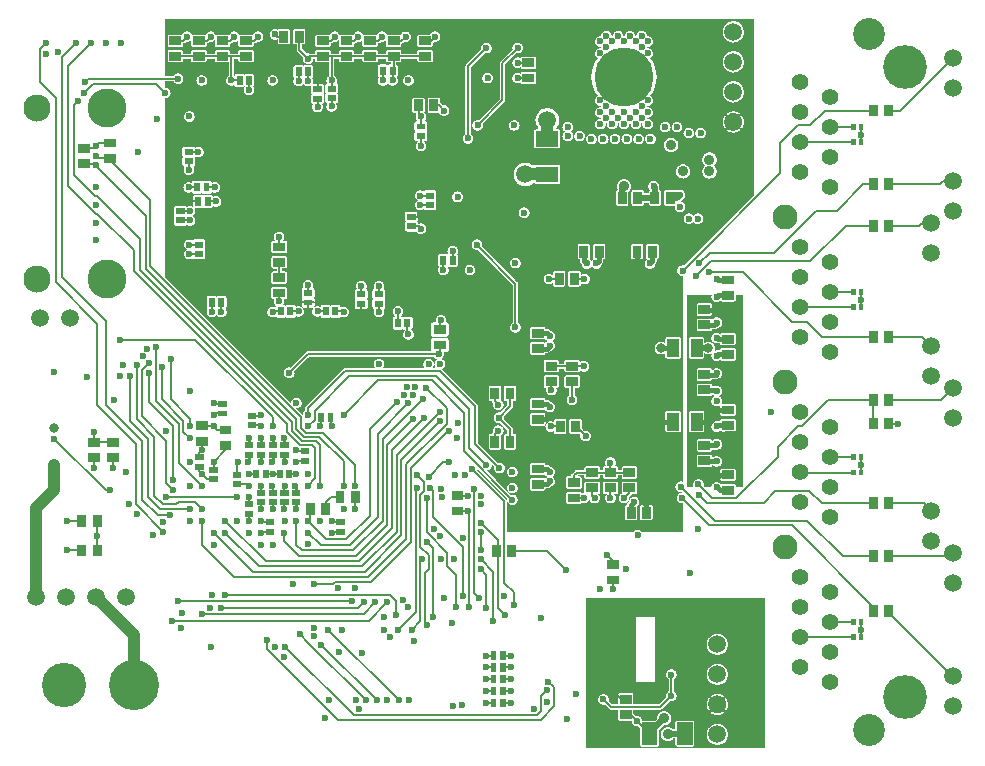
<source format=gbr>
G04 start of page 5 for group 3 idx 6 *
G04 Title: (unknown), BotPwr *
G04 Creator: pcb 1.99z *
G04 CreationDate: Tue 11 Sep 2012 02:04:04 GMT UTC *
G04 For: ralph *
G04 Format: Gerber/RS-274X *
G04 PCB-Dimensions (mm): 80.00 62.50 *
G04 PCB-Coordinate-Origin: lower left *
%MOMM*%
%FSLAX43Y43*%
%LNBOTTOM*%
%ADD153C,1.300*%
%ADD152C,3.200*%
%ADD151C,3.500*%
%ADD150C,3.000*%
%ADD149C,1.700*%
%ADD148C,4.000*%
%ADD147C,0.508*%
%ADD146C,0.300*%
%ADD145C,0.800*%
%ADD144C,5.000*%
%ADD143C,0.914*%
%ADD142C,0.900*%
%ADD141C,0.800*%
%ADD140C,0.600*%
%ADD139R,1.000X1.000*%
%ADD138R,0.750X0.750*%
%ADD137R,0.375X0.375*%
%ADD136R,1.300X1.300*%
%ADD135R,0.750X0.750*%
%ADD134R,0.500X0.500*%
%ADD133C,3.300*%
%ADD132C,2.300*%
%ADD131C,3.700*%
%ADD130C,2.700*%
%ADD129C,4.250*%
%ADD128C,3.750*%
%ADD127C,2.106*%
%ADD126C,1.400*%
%ADD125C,1.500*%
%ADD124C,0.500*%
%ADD123C,1.000*%
%ADD122C,0.277*%
%ADD121C,0.400*%
%ADD120C,0.500*%
%ADD119C,0.150*%
%ADD118C,0.002*%
G54D118*G36*
X59902Y13000D02*X63200D01*
Y300D01*
X59902D01*
Y944D01*
X59954Y1030D01*
X60009Y1161D01*
X60042Y1299D01*
X60050Y1440D01*
X60042Y1581D01*
X60009Y1719D01*
X59954Y1850D01*
X59902Y1936D01*
Y3486D01*
X59936Y3540D01*
X59974Y3614D01*
X60004Y3692D01*
X60027Y3773D01*
X60042Y3855D01*
X60050Y3938D01*
Y4022D01*
X60042Y4105D01*
X60027Y4187D01*
X60004Y4268D01*
X59974Y4346D01*
X59936Y4420D01*
X59902Y4476D01*
Y6024D01*
X59954Y6110D01*
X60009Y6241D01*
X60042Y6379D01*
X60050Y6520D01*
X60042Y6661D01*
X60009Y6799D01*
X59954Y6930D01*
X59902Y7016D01*
Y8564D01*
X59954Y8650D01*
X60009Y8781D01*
X60042Y8919D01*
X60050Y9060D01*
X60042Y9201D01*
X60009Y9339D01*
X59954Y9470D01*
X59902Y9556D01*
Y13000D01*
G37*
G36*
Y7016D02*X59880Y7051D01*
X59788Y7158D01*
X59681Y7250D01*
X59560Y7324D01*
X59429Y7379D01*
X59291Y7412D01*
X59150Y7423D01*
X59149Y7423D01*
Y8157D01*
X59150Y8157D01*
X59291Y8168D01*
X59429Y8201D01*
X59560Y8256D01*
X59681Y8330D01*
X59788Y8422D01*
X59880Y8529D01*
X59902Y8564D01*
Y7016D01*
G37*
G36*
Y1936D02*X59880Y1971D01*
X59788Y2078D01*
X59681Y2170D01*
X59560Y2244D01*
X59429Y2299D01*
X59291Y2332D01*
X59150Y2343D01*
X59149Y2343D01*
Y3080D01*
X59192D01*
X59275Y3088D01*
X59357Y3103D01*
X59438Y3126D01*
X59516Y3156D01*
X59590Y3194D01*
X59661Y3238D01*
X59671Y3246D01*
X59679Y3254D01*
X59685Y3264D01*
X59690Y3275D01*
X59693Y3287D01*
X59694Y3299D01*
X59694Y3311D01*
X59691Y3322D01*
X59687Y3334D01*
X59681Y3344D01*
X59673Y3353D01*
X59664Y3361D01*
X59654Y3368D01*
X59644Y3372D01*
X59632Y3376D01*
X59620Y3377D01*
X59608Y3376D01*
X59597Y3374D01*
X59585Y3369D01*
X59575Y3363D01*
X59517Y3326D01*
X59454Y3295D01*
X59389Y3269D01*
X59323Y3250D01*
X59254Y3237D01*
X59185Y3231D01*
X59149D01*
Y4729D01*
X59185D01*
X59254Y4723D01*
X59323Y4710D01*
X59389Y4691D01*
X59454Y4665D01*
X59517Y4634D01*
X59576Y4598D01*
X59586Y4591D01*
X59597Y4587D01*
X59608Y4585D01*
X59620Y4584D01*
X59632Y4585D01*
X59643Y4588D01*
X59654Y4593D01*
X59664Y4600D01*
X59673Y4607D01*
X59680Y4617D01*
X59686Y4627D01*
X59690Y4638D01*
X59693Y4649D01*
X59693Y4661D01*
X59692Y4673D01*
X59689Y4684D01*
X59684Y4695D01*
X59678Y4705D01*
X59670Y4714D01*
X59661Y4721D01*
X59590Y4766D01*
X59516Y4804D01*
X59438Y4834D01*
X59357Y4857D01*
X59275Y4872D01*
X59192Y4880D01*
X59149D01*
Y5617D01*
X59150Y5617D01*
X59291Y5628D01*
X59429Y5661D01*
X59560Y5716D01*
X59681Y5790D01*
X59788Y5882D01*
X59880Y5989D01*
X59902Y6024D01*
Y4476D01*
X59892Y4491D01*
X59884Y4501D01*
X59876Y4509D01*
X59866Y4515D01*
X59855Y4520D01*
X59843Y4523D01*
X59831Y4524D01*
X59819Y4524D01*
X59808Y4521D01*
X59796Y4517D01*
X59786Y4511D01*
X59777Y4503D01*
X59769Y4494D01*
X59762Y4484D01*
X59758Y4474D01*
X59754Y4462D01*
X59753Y4450D01*
X59754Y4438D01*
X59756Y4427D01*
X59761Y4415D01*
X59767Y4405D01*
X59804Y4347D01*
X59835Y4284D01*
X59861Y4219D01*
X59880Y4153D01*
X59893Y4084D01*
X59899Y4015D01*
Y3945D01*
X59893Y3876D01*
X59880Y3807D01*
X59861Y3741D01*
X59835Y3676D01*
X59804Y3613D01*
X59768Y3554D01*
X59761Y3544D01*
X59757Y3533D01*
X59755Y3522D01*
X59754Y3510D01*
X59755Y3498D01*
X59758Y3487D01*
X59763Y3476D01*
X59770Y3466D01*
X59777Y3457D01*
X59787Y3450D01*
X59797Y3444D01*
X59808Y3440D01*
X59819Y3437D01*
X59831Y3437D01*
X59843Y3438D01*
X59854Y3441D01*
X59865Y3446D01*
X59875Y3452D01*
X59884Y3460D01*
X59891Y3469D01*
X59902Y3486D01*
Y1936D01*
G37*
G36*
Y300D02*X59149D01*
Y537D01*
X59150Y537D01*
X59291Y548D01*
X59429Y581D01*
X59560Y636D01*
X59681Y710D01*
X59788Y802D01*
X59880Y909D01*
X59902Y944D01*
Y300D01*
G37*
G36*
X59149Y13000D02*X59902D01*
Y9556D01*
X59880Y9591D01*
X59788Y9698D01*
X59681Y9790D01*
X59560Y9864D01*
X59429Y9919D01*
X59291Y9952D01*
X59150Y9963D01*
X59149Y9963D01*
Y13000D01*
G37*
G36*
X58398Y944D02*X58420Y909D01*
X58512Y802D01*
X58619Y710D01*
X58740Y636D01*
X58871Y581D01*
X59009Y548D01*
X59149Y537D01*
Y300D01*
X58398D01*
Y944D01*
G37*
G36*
Y6024D02*X58420Y5989D01*
X58512Y5882D01*
X58619Y5790D01*
X58740Y5716D01*
X58871Y5661D01*
X59009Y5628D01*
X59149Y5617D01*
Y4880D01*
X59108D01*
X59025Y4872D01*
X58943Y4857D01*
X58862Y4834D01*
X58784Y4804D01*
X58710Y4766D01*
X58639Y4722D01*
X58629Y4714D01*
X58621Y4706D01*
X58615Y4696D01*
X58610Y4685D01*
X58607Y4673D01*
X58606Y4661D01*
X58606Y4649D01*
X58609Y4638D01*
X58613Y4626D01*
X58619Y4616D01*
X58627Y4607D01*
X58636Y4599D01*
X58646Y4592D01*
X58656Y4588D01*
X58668Y4584D01*
X58680Y4583D01*
X58692Y4584D01*
X58703Y4586D01*
X58715Y4591D01*
X58725Y4597D01*
X58783Y4634D01*
X58846Y4665D01*
X58911Y4691D01*
X58977Y4710D01*
X59046Y4723D01*
X59115Y4729D01*
X59149D01*
Y3231D01*
X59115D01*
X59046Y3237D01*
X58977Y3250D01*
X58911Y3269D01*
X58846Y3295D01*
X58783Y3326D01*
X58724Y3362D01*
X58714Y3369D01*
X58703Y3373D01*
X58692Y3375D01*
X58680Y3376D01*
X58668Y3375D01*
X58657Y3372D01*
X58646Y3367D01*
X58636Y3360D01*
X58627Y3353D01*
X58620Y3343D01*
X58614Y3333D01*
X58610Y3322D01*
X58607Y3311D01*
X58607Y3299D01*
X58608Y3287D01*
X58611Y3276D01*
X58616Y3265D01*
X58622Y3255D01*
X58630Y3246D01*
X58639Y3239D01*
X58710Y3194D01*
X58784Y3156D01*
X58862Y3126D01*
X58943Y3103D01*
X59025Y3088D01*
X59108Y3080D01*
X59149D01*
Y2343D01*
X59009Y2332D01*
X58871Y2299D01*
X58740Y2244D01*
X58619Y2170D01*
X58512Y2078D01*
X58420Y1971D01*
X58398Y1936D01*
Y3484D01*
X58408Y3469D01*
X58416Y3459D01*
X58424Y3451D01*
X58434Y3445D01*
X58445Y3440D01*
X58457Y3437D01*
X58469Y3436D01*
X58481Y3436D01*
X58492Y3439D01*
X58504Y3443D01*
X58514Y3449D01*
X58523Y3457D01*
X58531Y3466D01*
X58538Y3476D01*
X58542Y3486D01*
X58546Y3498D01*
X58547Y3510D01*
X58546Y3522D01*
X58544Y3533D01*
X58539Y3545D01*
X58533Y3555D01*
X58496Y3613D01*
X58465Y3676D01*
X58439Y3741D01*
X58420Y3807D01*
X58407Y3876D01*
X58401Y3945D01*
Y4015D01*
X58407Y4084D01*
X58420Y4153D01*
X58439Y4219D01*
X58465Y4284D01*
X58496Y4347D01*
X58532Y4406D01*
X58539Y4416D01*
X58543Y4427D01*
X58545Y4438D01*
X58546Y4450D01*
X58545Y4462D01*
X58542Y4473D01*
X58537Y4484D01*
X58530Y4494D01*
X58523Y4503D01*
X58513Y4510D01*
X58503Y4516D01*
X58492Y4520D01*
X58481Y4523D01*
X58469Y4523D01*
X58457Y4522D01*
X58446Y4519D01*
X58435Y4514D01*
X58425Y4508D01*
X58416Y4500D01*
X58409Y4491D01*
X58398Y4474D01*
Y6024D01*
G37*
G36*
Y8564D02*X58420Y8529D01*
X58512Y8422D01*
X58619Y8330D01*
X58740Y8256D01*
X58871Y8201D01*
X59009Y8168D01*
X59149Y8157D01*
Y7423D01*
X59009Y7412D01*
X58871Y7379D01*
X58740Y7324D01*
X58619Y7250D01*
X58512Y7158D01*
X58420Y7051D01*
X58398Y7016D01*
Y8564D01*
G37*
G36*
Y13000D02*X59149D01*
Y9963D01*
X59009Y9952D01*
X58871Y9919D01*
X58740Y9864D01*
X58619Y9790D01*
X58512Y9698D01*
X58420Y9591D01*
X58398Y9556D01*
Y13000D01*
G37*
G36*
X55774D02*X58398D01*
Y9556D01*
X58346Y9470D01*
X58291Y9339D01*
X58258Y9201D01*
X58247Y9060D01*
X58258Y8919D01*
X58291Y8781D01*
X58346Y8650D01*
X58398Y8564D01*
Y7016D01*
X58346Y6930D01*
X58291Y6799D01*
X58258Y6661D01*
X58247Y6520D01*
X58258Y6379D01*
X58291Y6241D01*
X58346Y6110D01*
X58398Y6024D01*
Y4474D01*
X58364Y4420D01*
X58326Y4346D01*
X58296Y4268D01*
X58273Y4187D01*
X58258Y4105D01*
X58250Y4022D01*
Y3938D01*
X58258Y3855D01*
X58273Y3773D01*
X58296Y3692D01*
X58326Y3614D01*
X58364Y3540D01*
X58398Y3484D01*
Y1936D01*
X58346Y1850D01*
X58291Y1719D01*
X58258Y1581D01*
X58247Y1440D01*
X58258Y1299D01*
X58291Y1161D01*
X58346Y1030D01*
X58398Y944D01*
Y300D01*
X55774D01*
Y400D01*
X57074Y401D01*
X57097Y407D01*
X57118Y416D01*
X57139Y428D01*
X57156Y444D01*
X57172Y461D01*
X57184Y482D01*
X57193Y503D01*
X57199Y526D01*
X57200Y550D01*
X57199Y2474D01*
X57193Y2497D01*
X57184Y2518D01*
X57172Y2539D01*
X57156Y2556D01*
X57139Y2572D01*
X57118Y2584D01*
X57097Y2593D01*
X57074Y2599D01*
X57050Y2600D01*
X55774Y2599D01*
Y13000D01*
G37*
G36*
X52374D02*X55774D01*
Y2599D01*
X55726Y2599D01*
X55703Y2593D01*
X55682Y2584D01*
X55661Y2572D01*
X55644Y2556D01*
X55628Y2539D01*
X55616Y2518D01*
X55607Y2497D01*
X55601Y2474D01*
X55600Y2450D01*
X55600Y1900D01*
X55347D01*
X55304Y1937D01*
X55223Y1986D01*
X55136Y2023D01*
X55044Y2045D01*
X54950Y2052D01*
X54856Y2045D01*
X54764Y2023D01*
X54677Y1986D01*
X54596Y1937D01*
X54524Y1876D01*
X54463Y1804D01*
X54414Y1723D01*
X54377Y1636D01*
X54355Y1544D01*
X54348Y1450D01*
X54355Y1356D01*
X54377Y1264D01*
X54414Y1177D01*
X54463Y1096D01*
X54524Y1024D01*
X54596Y963D01*
X54677Y914D01*
X54764Y877D01*
X54856Y855D01*
X54950Y848D01*
X55044Y855D01*
X55136Y877D01*
X55223Y914D01*
X55304Y963D01*
X55376Y1024D01*
X55437Y1096D01*
X55439Y1100D01*
X55601D01*
X55601Y526D01*
X55607Y503D01*
X55616Y482D01*
X55628Y461D01*
X55644Y444D01*
X55661Y428D01*
X55682Y416D01*
X55703Y407D01*
X55726Y401D01*
X55750Y400D01*
X55774Y400D01*
Y300D01*
X52374D01*
Y2100D01*
X52421Y2104D01*
X52466Y2115D01*
X52600Y1981D01*
X52601Y526D01*
X52607Y503D01*
X52616Y482D01*
X52628Y461D01*
X52644Y444D01*
X52661Y428D01*
X52682Y416D01*
X52703Y407D01*
X52726Y401D01*
X52750Y400D01*
X54074Y401D01*
X54097Y407D01*
X54118Y416D01*
X54139Y428D01*
X54156Y444D01*
X54172Y461D01*
X54184Y482D01*
X54193Y503D01*
X54199Y526D01*
X54200Y550D01*
X54199Y1783D01*
X54616Y2201D01*
X54650Y2198D01*
X54744Y2205D01*
X54836Y2227D01*
X54923Y2264D01*
X55004Y2313D01*
X55076Y2374D01*
X55137Y2446D01*
X55186Y2527D01*
X55223Y2614D01*
X55245Y2706D01*
X55250Y2800D01*
X55245Y2894D01*
X55223Y2986D01*
X55186Y3073D01*
X55137Y3154D01*
X55076Y3226D01*
X55004Y3287D01*
X54923Y3336D01*
X54836Y3373D01*
X54744Y3395D01*
X54650Y3402D01*
X54556Y3395D01*
X54464Y3373D01*
X54377Y3336D01*
X54296Y3287D01*
X54224Y3226D01*
X54163Y3154D01*
X54114Y3073D01*
X54077Y2986D01*
X54055Y2894D01*
X54048Y2800D01*
X54051Y2766D01*
X53884Y2600D01*
X52797Y2599D01*
X52796Y2621D01*
X52779Y2690D01*
X52752Y2755D01*
X52715Y2815D01*
X52669Y2869D01*
X52615Y2915D01*
X52555Y2952D01*
X52490Y2979D01*
X52421Y2996D01*
X52374Y3000D01*
Y3525D01*
X54291D01*
X54300Y3524D01*
X54335Y3527D01*
X54335Y3527D01*
X54370Y3535D01*
X54403Y3549D01*
X54433Y3567D01*
X54460Y3590D01*
X54465Y3597D01*
X55134Y4265D01*
X55179Y4254D01*
X55250Y4248D01*
X55321Y4254D01*
X55390Y4271D01*
X55455Y4298D01*
X55515Y4335D01*
X55569Y4381D01*
X55615Y4435D01*
X55652Y4495D01*
X55679Y4560D01*
X55696Y4629D01*
X55700Y4700D01*
X55696Y4771D01*
X55679Y4840D01*
X55652Y4905D01*
X55615Y4965D01*
X55569Y5019D01*
X55515Y5065D01*
X55475Y5090D01*
Y6110D01*
X55515Y6135D01*
X55569Y6181D01*
X55615Y6235D01*
X55652Y6295D01*
X55679Y6360D01*
X55696Y6429D01*
X55700Y6500D01*
X55696Y6571D01*
X55679Y6640D01*
X55652Y6705D01*
X55615Y6765D01*
X55569Y6819D01*
X55515Y6865D01*
X55455Y6902D01*
X55390Y6929D01*
X55321Y6946D01*
X55250Y6952D01*
X55179Y6946D01*
X55110Y6929D01*
X55045Y6902D01*
X54985Y6865D01*
X54931Y6819D01*
X54885Y6765D01*
X54848Y6705D01*
X54821Y6640D01*
X54804Y6571D01*
X54798Y6500D01*
X54804Y6429D01*
X54821Y6360D01*
X54848Y6295D01*
X54885Y6235D01*
X54931Y6181D01*
X54985Y6135D01*
X55025Y6110D01*
Y5090D01*
X54985Y5065D01*
X54931Y5019D01*
X54885Y4965D01*
X54848Y4905D01*
X54821Y4840D01*
X54804Y4771D01*
X54798Y4700D01*
X54804Y4629D01*
X54815Y4584D01*
X54207Y3975D01*
X52374D01*
Y5850D01*
X53900D01*
Y11400D01*
X52374D01*
Y13000D01*
G37*
G36*
Y3000D02*X52350Y3002D01*
X52279Y2996D01*
X52234Y2985D01*
X52049Y3169D01*
X52049Y3499D01*
X52043Y3522D01*
X52042Y3525D01*
X52374D01*
Y3000D01*
G37*
G36*
X48000Y13000D02*X52374D01*
Y11400D01*
X52300D01*
Y5850D01*
X52374D01*
Y3975D01*
X52042D01*
X52043Y3978D01*
X52049Y4001D01*
X52050Y4025D01*
X52049Y4799D01*
X52043Y4822D01*
X52034Y4843D01*
X52022Y4864D01*
X52006Y4881D01*
X51989Y4897D01*
X51968Y4909D01*
X51947Y4918D01*
X51924Y4924D01*
X51900Y4925D01*
X50876Y4924D01*
X50853Y4918D01*
X50832Y4909D01*
X50811Y4897D01*
X50794Y4881D01*
X50778Y4864D01*
X50766Y4843D01*
X50757Y4822D01*
X50751Y4799D01*
X50750Y4775D01*
X50751Y4001D01*
X50757Y3978D01*
X50758Y3975D01*
X50243D01*
X49935Y4284D01*
X49946Y4329D01*
X49950Y4400D01*
X49946Y4471D01*
X49929Y4540D01*
X49902Y4605D01*
X49865Y4665D01*
X49819Y4719D01*
X49765Y4765D01*
X49705Y4802D01*
X49640Y4829D01*
X49571Y4846D01*
X49500Y4852D01*
X49429Y4846D01*
X49360Y4829D01*
X49295Y4802D01*
X49235Y4765D01*
X49181Y4719D01*
X49135Y4665D01*
X49098Y4605D01*
X49071Y4540D01*
X49054Y4471D01*
X49048Y4400D01*
X49054Y4329D01*
X49071Y4260D01*
X49098Y4195D01*
X49135Y4135D01*
X49181Y4081D01*
X49235Y4035D01*
X49295Y3998D01*
X49360Y3971D01*
X49429Y3954D01*
X49500Y3948D01*
X49571Y3954D01*
X49616Y3965D01*
X49985Y3597D01*
X49990Y3590D01*
X50017Y3567D01*
X50017Y3567D01*
X50047Y3549D01*
X50080Y3535D01*
X50115Y3527D01*
X50115D01*
X50150Y3524D01*
X50159Y3525D01*
X50758D01*
X50757Y3522D01*
X50751Y3499D01*
X50750Y3475D01*
X50751Y2701D01*
X50757Y2678D01*
X50766Y2657D01*
X50778Y2636D01*
X50794Y2619D01*
X50811Y2603D01*
X50832Y2591D01*
X50853Y2582D01*
X50876Y2576D01*
X50900Y2575D01*
X51901Y2576D01*
X51898Y2550D01*
X51904Y2479D01*
X51921Y2410D01*
X51948Y2345D01*
X51985Y2285D01*
X52031Y2231D01*
X52085Y2185D01*
X52145Y2148D01*
X52210Y2121D01*
X52279Y2104D01*
X52350Y2098D01*
X52374Y2100D01*
Y300D01*
X48000D01*
Y13000D01*
G37*
G54D119*X24500Y18500D02*X25550Y17450D01*
X28050D01*
X24000Y17000D02*X28300D01*
X25350Y18650D02*X26050Y17950D01*
X27700D01*
X22500Y17800D02*X23750Y16550D01*
X24000Y17000D02*X23500Y17500D01*
X22500Y17800D02*Y18500D01*
X23750Y16550D02*X28550D01*
X20900Y16100D02*X28800D01*
X24500Y19500D02*X25350Y18650D01*
X23500Y17500D02*Y19500D01*
X24500D02*X24700Y19700D01*
Y20500D01*
X17500Y19500D03*
X20900Y16100D01*
X17500Y18500D02*X20350Y15650D01*
X16500Y18500D02*X19800Y15200D01*
X15500Y19500D03*
Y17500D01*
X18250Y14750D01*
X25600Y9000D02*X30300Y4300D01*
X26200Y10300D02*X32200Y4300D01*
X23800Y9900D02*X24600Y9100D01*
X29400Y4300D01*
X21050Y8650D02*X27050Y2650D01*
X22550Y8850D02*X28350Y3050D01*
X21050Y8650D02*Y9450D01*
X20350Y15650D02*X29050D01*
X19800Y15200D02*X29300D01*
X18250Y14750D02*X29550D01*
X31400Y13250D02*X31900Y12750D01*
X29650Y11050D02*X31200Y12600D01*
X31900Y12750D02*Y11500D01*
X31400Y13250D02*X17450D01*
X29850Y14350D02*X26750D01*
X26600Y14200D01*
X25000D01*
X4050Y17000D02*X5350D01*
X6650Y19625D02*Y17000D01*
X4050Y19500D02*X5350D01*
X12800Y20000D02*X11750D01*
X12250Y18600D02*X9950Y20900D01*
X13350D02*X12200D01*
X12950Y11050D02*X29650D01*
X15500Y11600D02*X29200D01*
X30200Y12600D01*
X29200D02*X28750Y12150D01*
X17100D01*
X13500Y12700D02*X28200D01*
X30400Y26850D02*X33000Y29450D01*
X31600Y25500D02*X34300Y28200D01*
X31200Y25950D02*X33400Y28150D01*
X30800Y26450D02*X34200Y29850D01*
X30400Y31400D02*X34950D01*
X27600Y32200D02*X35700D01*
X28000Y31800D02*X35350D01*
X32000Y29600D02*X29700Y27300D01*
X24500Y33650D02*X35550D01*
X35650Y33750D01*
Y34400D01*
X29700Y19950D02*Y27300D01*
X30400Y19800D02*Y26850D01*
X30800Y19500D02*Y26450D01*
X28500Y22500D02*Y24200D01*
X27500Y22500D02*Y24550D01*
X31200Y19200D02*Y25950D01*
X31600Y25500D02*Y18900D01*
X32000Y18600D02*Y25100D01*
X32400Y24700D02*Y18300D01*
X33750Y23350D02*X34300Y22800D01*
X32800Y18000D02*Y24300D01*
X33200Y24000D02*Y17700D01*
X33750Y22250D02*X33600Y22100D01*
X34000Y21700D02*Y17300D01*
X32400Y24700D02*X35650Y27950D01*
X36350Y27150D02*X33200Y24000D01*
X32800Y24300D02*X36250Y27750D01*
X32000Y25100D02*X35650Y28750D01*
X38150Y29000D02*Y25700D01*
X37700Y28650D02*Y25400D01*
X36250Y27750D02*Y29050D01*
X34700Y23250D02*X35950Y24500D01*
X36450Y27150D03*
X36350D01*
X35950Y24500D02*X36450D01*
X27500Y28500D02*X30400Y31400D01*
X24500Y29100D02*X27600Y32200D01*
X24500Y28500D03*
Y29100D01*
X25050Y28050D02*Y28850D01*
X28000Y31800D01*
X27500Y24550D02*X25450Y26600D01*
X28500Y24200D02*X25750Y26950D01*
X24500Y27500D02*X25050Y28050D01*
X25750Y26950D02*X24300D01*
X25100Y25650D02*X24850Y25900D01*
X25500D02*X25150Y26250D01*
X24500Y22500D02*X25100Y23100D01*
X25450Y26600D02*X24150D01*
X25100Y23100D02*Y25650D01*
X25500Y22500D02*Y25900D01*
X26000Y20625D02*Y21100D01*
X26400Y21500D01*
X27200D01*
X25150Y26250D02*X24000D01*
X24850Y25900D02*X23850D01*
X24300Y26950D02*X23900Y27350D01*
X24150Y26600D02*X23500Y27250D01*
X34950Y31400D02*X37700Y28650D01*
X35350Y31800D02*X38150Y29000D01*
X35700Y32200D02*X38650Y29250D01*
X36250Y29050D02*X34500Y30800D01*
X40600Y29350D02*X40300Y29650D01*
Y30300D01*
X38650Y29250D02*Y26050D01*
X40600Y27150D02*X40300Y26850D01*
Y26200D01*
X40650Y28250D02*X41600Y27300D01*
Y26200D01*
X40650Y28250D02*X41600Y29200D01*
Y30300D01*
X42050Y35900D02*Y39600D01*
X38800Y42900D01*
X34300Y22800D02*Y22000D01*
X34000Y21700D01*
X34550Y18550D02*X36300Y16800D01*
Y15700D01*
X37050Y14950D01*
X41100Y14250D02*X41900Y13450D01*
Y12350D01*
X23900Y28300D02*X11150Y41050D01*
X11000Y29550D02*Y32050D01*
X11600Y29650D02*Y34250D01*
X12850Y29800D02*Y33250D01*
X21500Y28300D02*X14900Y34850D01*
X12150Y29800D02*Y32550D01*
X9400Y28000D02*Y31800D01*
X6650Y29350D02*Y36200D01*
X7350Y29350D02*Y36450D01*
X6650Y36200D02*X3150Y39700D01*
X7350Y36450D02*X3650Y40150D01*
X23500Y28100D02*X10750Y40850D01*
X23100Y27900D02*X10250Y40750D01*
X14500Y28150D02*X12850Y29800D01*
X13950Y28000D02*X12150Y29800D01*
X11000Y32850D02*X10450Y32300D01*
Y28350D01*
X22700Y27700D02*X9750Y40650D01*
X13550Y27700D02*X11600Y29650D01*
X13050Y27500D02*X11000Y29550D01*
X14500Y27500D03*
Y28150D01*
X10000Y28100D02*Y32700D01*
X14900Y34850D02*X8550D01*
X13550Y24450D02*Y27700D01*
X14500Y26500D02*X13950Y27050D01*
Y28000D01*
X13050Y23000D02*Y27500D01*
X12500Y22700D02*Y26300D01*
X10950Y21550D02*Y26450D01*
X10450Y21300D02*Y26250D01*
X9950Y20900D02*Y26050D01*
X12200Y20900D02*X11450Y21650D01*
X12500Y26300D02*X10450Y28350D01*
X10950Y26450D02*X9400Y28000D01*
X10450Y26250D02*X7350Y29350D01*
X9950Y26050D02*X6650Y29350D01*
X11450Y26650D02*X10000Y28100D01*
X13550Y21100D02*X13350Y20900D01*
X12500Y22700D02*X13050Y22150D01*
X11450Y21650D02*Y26650D01*
X3000Y26450D02*X7350Y22100D01*
X7750D01*
X6400Y27000D02*Y26150D01*
X6275D02*X8000D01*
Y24000D02*Y24850D01*
X24000Y26250D02*X23100Y27150D01*
X23850Y25900D02*X22700Y27050D01*
X23900Y27350D02*X23900Y28300D01*
X23500Y27250D02*X23500Y28100D01*
X23100Y27150D02*X23100Y27900D01*
X22700Y27050D02*Y27700D01*
X21500Y27500D02*Y28300D01*
X13750Y20550D02*X11950D01*
X13750D02*X13800Y20500D01*
X11950Y20550D02*X10950Y21550D01*
X11750Y20000D02*X10450Y21300D01*
X18500Y21500D02*X12500D01*
D03*
X13550Y24450D02*X15500Y22500D01*
X13800Y20500D02*X14500D01*
X15500D02*X14900Y21100D01*
X13550D01*
X22050Y38100D02*Y38800D01*
X21925Y40100D02*X22050Y40225D01*
Y41400D01*
X22900Y32050D02*X24500Y33650D01*
X12400Y55750D02*X11650Y56500D01*
X6250D02*X11650D01*
X5850Y56950D02*X13500D01*
X3150Y55350D02*X1800Y56700D01*
X10750Y40850D02*Y45350D01*
X11150Y41050D02*Y46700D01*
X10250Y40750D02*Y43400D01*
X9750Y40650D02*Y42400D01*
X10750Y45350D02*X6350Y49750D01*
X10250Y43400D02*X6650Y47000D01*
X6450D01*
X9750Y42400D02*X6650Y45500D01*
X6500D01*
X11150Y46700D02*X7750Y50100D01*
X6450Y47000D02*X4650Y48800D01*
X6500Y45500D02*X4150Y47850D01*
Y58000D01*
X3150Y39700D02*Y55350D01*
X3650Y40150D02*Y58750D01*
X1800Y56700D02*Y59450D01*
X2300Y59950D01*
X4650Y54700D02*X5000Y55050D01*
X4150Y58000D02*X6100Y59950D01*
X3650Y58750D02*X4850Y59950D01*
X6750Y51500D02*X7700D01*
X6750D02*X6300Y51050D01*
X5500D01*
X6350Y49750D02*X5500D01*
X6500Y50400D02*X6700Y50200D01*
X7700D01*
X4650Y48800D02*Y54700D01*
X5500Y55750D02*X6250Y56500D01*
X5600Y56700D02*X5850Y56950D01*
X19500Y56000D02*X19500Y56800D01*
X18000D02*X18700D01*
X18000D03*
X14253Y60500D02*X13904Y60150D01*
X13250D01*
X16253Y60500D02*X15904Y60150D01*
X15250D01*
X18253Y60500D02*X17904Y60150D01*
X17250D01*
X20250Y60500D02*X19900Y60150D01*
X19250D01*
X13125Y58850D02*X19250D01*
X18000Y56800D02*Y58850D01*
X36000Y54250D02*X35550Y54700D01*
X35150D01*
X34050Y53750D02*X33850Y53950D01*
Y54700D01*
X38050Y51900D02*Y58008D01*
X39596Y59554D01*
X38850Y53000D02*X40950Y55100D01*
Y58250D01*
X42250Y59550D01*
X26750Y60500D02*X26400Y60150D01*
X25750D01*
X26500Y56800D02*Y58850D01*
X32747Y60501D02*X32396Y60150D01*
X31750D01*
X31650Y57700D02*X31750Y57800D01*
Y58850D01*
X35250Y60500D02*X34900Y60150D01*
X34400D01*
X24500Y58650D02*X24700Y58850D01*
X34400D01*
X28750Y60500D02*X28400Y60150D01*
X27750D01*
X30750Y60500D02*X30400Y60150D01*
X29750D01*
X56150Y21450D02*X58450Y19150D01*
X57600Y21700D02*X58250Y21050D01*
X57550Y22600D02*X58700Y21450D01*
X55225Y6525D02*X55275D01*
X56050Y22400D02*X58950Y19500D01*
X58700Y21450D02*X60750D01*
X64250Y24950D01*
Y25750D01*
X58250Y21050D02*X63100D01*
X64050Y22050D01*
X66950D01*
X58950Y19500D02*X66750D01*
X58450Y19150D02*X65450D01*
X66110Y23630D02*X66140Y23600D01*
X66950Y22050D02*X68000Y21000D01*
X66750Y19500D02*X69750Y16500D01*
X68000Y21000D02*X72250D01*
X76620D02*X73650D01*
X77280Y20340D02*X76620Y21000D01*
X79060Y16760D02*X78800Y16500D01*
X73650D01*
X79060Y6370D02*X79030D01*
X73650Y11750D01*
X69750Y16500D02*X72350D01*
X65450Y19150D02*X72350Y12250D01*
X66110Y9660D02*X66120Y9650D01*
X70700D01*
X68650Y10930D02*X68670Y10950D01*
X70700D01*
X66140Y23600D02*X70700D01*
X68650Y24900D02*X70700D01*
X64450Y51500D02*X66000Y53000D01*
X66110Y51570D02*X66130Y51550D01*
X70700D01*
X68650Y52840D02*X68660Y52850D01*
X70700D01*
X66000Y53000D02*X67000D01*
X68250Y54250D01*
X72500D01*
X79060Y58670D02*X74640Y54250D01*
X73650D01*
X70000Y44500D02*X72350D01*
X69250Y45750D02*X71500Y48000D01*
X72350D01*
X73650Y44625D02*X73775Y44500D01*
X76250D01*
X73750Y48000D02*X78000D01*
X76250Y44500D02*X76450Y44700D01*
X77280D01*
X78280Y48280D02*X79060D01*
X78000Y48000D02*X78280Y48280D01*
X67000Y41500D02*X70000Y44500D01*
X67500Y45750D02*X69250D01*
X68650Y38870D02*X68680Y38900D01*
X70700D01*
X58600Y41500D02*X67000D01*
X58500Y42200D02*X63950D01*
X67500Y45750D01*
X64450Y48950D02*X56200Y40700D01*
X58500Y42200D02*X57600Y41300D01*
X58450Y40550D02*X61300D01*
X65500Y36350D01*
X66750D01*
X68000Y35100D01*
X72250D01*
X66110Y37600D02*X70700D01*
X58600Y41500D02*X57350Y40250D01*
X64250Y25750D02*X66000Y27500D01*
X66300D01*
X68550Y29750D01*
X79060Y30730D02*X78080Y29750D01*
X77280Y34310D02*X76490Y35100D01*
X73650D01*
X78080Y29750D02*X73650D01*
X68550D02*X72350D01*
Y27750D02*Y29750D01*
X74450Y27750D02*X73650D01*
X64450Y48950D02*Y51500D01*
G54D120*X53725Y46850D02*X52400D01*
X53850Y46975D02*X53725Y46850D01*
X55750D02*X55275D01*
X56000Y47100D02*X55750Y46850D01*
X55275Y47100D02*X56000D01*
X55150Y46975D02*X55275Y47100D01*
X53850Y47750D02*Y46850D01*
X53750Y47850D02*X53850Y47750D01*
G54D119*X38150Y12250D02*Y20400D01*
X37050Y14950D02*Y12250D01*
D03*
X37600Y17300D02*Y13150D01*
X38000Y20350D02*X37250D01*
X41100Y21200D02*X38400Y23900D01*
X38150Y25700D02*X39600Y24250D01*
X37700Y25400D02*X41800Y21300D01*
X38650Y26050D02*X40700Y24000D01*
X40550Y17900D02*Y12150D01*
X40150Y11000D02*Y15200D01*
X39600Y12150D02*Y14950D01*
X39100Y19350D02*X40550Y17900D01*
X41100Y14250D02*Y21200D01*
X39100Y18550D02*Y17050D01*
Y16250D02*X40150Y15200D01*
X39600Y14950D02*X39100Y15450D01*
X38550Y22200D02*Y13400D01*
X39000Y12950D01*
X44700Y16950D02*X41750D01*
X50150Y3750D02*X49500Y4400D01*
X54300Y3750D02*X50150D01*
X55250Y4700D02*X54300Y3750D01*
X55250Y6500D02*Y4700D01*
X46850Y31300D02*Y29750D01*
X44900Y40000D03*
X45750D01*
X47900D02*X47050D01*
X45050Y27500D02*X45800D01*
X45100Y30600D02*Y31300D01*
X48750Y21450D02*X48550Y21650D01*
Y22300D01*
X50100Y21450D02*Y22300D01*
X47850Y21450D03*
X47000D01*
X51250D02*X51700Y21900D01*
X49800Y16600D02*X50300Y16100D01*
Y15800D01*
X51700Y21900D02*Y22300D01*
Y23600D02*X47250D01*
X50100Y24450D02*Y23600D01*
X47250D02*X47000Y23350D01*
Y22750D01*
X46300Y15350D02*X44700Y16950D01*
X27700Y17950D02*X29700Y19950D01*
X28050Y17450D02*X30400Y19800D01*
X28300Y17000D02*X30800Y19500D01*
X28550Y16550D02*X31200Y19200D01*
X31600Y18900D02*X28800Y16100D01*
X35100Y17200D02*X34550Y17750D01*
Y21450D02*Y18550D01*
X34850Y22250D02*X35100Y22000D01*
Y19800D01*
X37600Y17300D02*X35100Y19800D01*
X37250Y20350D02*X37200Y20300D01*
X29050Y15650D02*X32000Y18600D01*
X29300Y15200D02*X32400Y18300D01*
X29550Y14750D02*X32800Y18000D01*
X29850Y14350D02*X33200Y17700D01*
X34150Y16250D02*X34000Y16100D01*
Y17300D02*X34700Y16600D01*
Y15400D01*
X34400Y15100D01*
X33600Y22100D02*Y11800D01*
X32100Y10300D01*
X34000Y11000D02*X33300Y10300D01*
X34400Y15100D02*Y10800D01*
X34000Y11000D02*Y16100D01*
X35100Y11350D02*Y17200D01*
X34400Y10800D02*X34550Y10650D01*
X41150Y11550D02*X40550Y12150D01*
X44200Y2650D02*X27050D01*
X43850Y3050D02*X28350D01*
X45300Y5450D02*Y3800D01*
X44200Y2650D01*
X44850Y5900D02*X45300Y5450D01*
X44200Y4650D02*Y3400D01*
X43850Y3050D01*
X44200Y4650D02*X44700Y5150D01*
G54D118*G36*
X24500Y33331D02*X24593Y33425D01*
X35160D01*
X35185Y33385D01*
X35231Y33331D01*
X35285Y33285D01*
X35345Y33248D01*
X35410Y33221D01*
X35460Y33209D01*
X35445Y33202D01*
X35385Y33165D01*
X35331Y33119D01*
X35285Y33065D01*
X35248Y33005D01*
X35221Y32940D01*
X35204Y32871D01*
X35198Y32800D01*
X35204Y32729D01*
X35221Y32660D01*
X35248Y32595D01*
X35285Y32535D01*
X35331Y32481D01*
X35385Y32435D01*
X35400Y32425D01*
X34950D01*
X34965Y32435D01*
X35019Y32481D01*
X35065Y32535D01*
X35102Y32595D01*
X35129Y32660D01*
X35146Y32729D01*
X35150Y32800D01*
X35146Y32871D01*
X35129Y32940D01*
X35102Y33005D01*
X35065Y33065D01*
X35019Y33119D01*
X34965Y33165D01*
X34905Y33202D01*
X34840Y33229D01*
X34771Y33246D01*
X34700Y33252D01*
X34629Y33246D01*
X34560Y33229D01*
X34495Y33202D01*
X34435Y33165D01*
X34381Y33119D01*
X34335Y33065D01*
X34298Y33005D01*
X34271Y32940D01*
X34254Y32871D01*
X34248Y32800D01*
X34254Y32729D01*
X34271Y32660D01*
X34298Y32595D01*
X34335Y32535D01*
X34381Y32481D01*
X34435Y32435D01*
X34450Y32425D01*
X30750D01*
X30765Y32435D01*
X30819Y32481D01*
X30865Y32535D01*
X30902Y32595D01*
X30929Y32660D01*
X30946Y32729D01*
X30950Y32800D01*
X30946Y32871D01*
X30929Y32940D01*
X30902Y33005D01*
X30865Y33065D01*
X30819Y33119D01*
X30765Y33165D01*
X30705Y33202D01*
X30640Y33229D01*
X30571Y33246D01*
X30500Y33252D01*
X30429Y33246D01*
X30360Y33229D01*
X30295Y33202D01*
X30235Y33165D01*
X30181Y33119D01*
X30135Y33065D01*
X30098Y33005D01*
X30071Y32940D01*
X30054Y32871D01*
X30048Y32800D01*
X30054Y32729D01*
X30071Y32660D01*
X30098Y32595D01*
X30135Y32535D01*
X30181Y32481D01*
X30235Y32435D01*
X30250Y32425D01*
X27609D01*
X27600Y32426D01*
X27565Y32423D01*
X27530Y32415D01*
X27497Y32401D01*
X27467Y32383D01*
X27467Y32383D01*
X27440Y32360D01*
X27435Y32353D01*
X24500Y29418D01*
Y33331D01*
G37*
G36*
X53150Y41717D02*X53153Y41711D01*
X53169Y41693D01*
X53186Y41678D01*
X53196Y41672D01*
X53185Y41665D01*
X53150Y41636D01*
Y41717D01*
G37*
G36*
X55400Y46201D02*X55549Y46201D01*
X55562Y46205D01*
X55554Y46171D01*
X55548Y46100D01*
X55554Y46029D01*
X55571Y45960D01*
X55598Y45895D01*
X55635Y45835D01*
X55681Y45781D01*
X55735Y45735D01*
X55795Y45698D01*
X55860Y45671D01*
X55929Y45654D01*
X56000Y45648D01*
X56071Y45654D01*
X56140Y45671D01*
X56205Y45698D01*
X56250Y45725D01*
Y41148D01*
X56200Y41152D01*
X56129Y41146D01*
X56060Y41129D01*
X55995Y41102D01*
X55935Y41065D01*
X55881Y41019D01*
X55835Y40965D01*
X55798Y40905D01*
X55771Y40840D01*
X55754Y40771D01*
X55748Y40700D01*
X55754Y40629D01*
X55771Y40560D01*
X55798Y40495D01*
X55835Y40435D01*
X55881Y40381D01*
X55935Y40335D01*
X55995Y40298D01*
X56060Y40271D01*
X56129Y40254D01*
X56200Y40248D01*
X56250Y40252D01*
Y22804D01*
X56190Y22829D01*
X56121Y22846D01*
X56050Y22852D01*
X55979Y22846D01*
X55910Y22829D01*
X55845Y22802D01*
X55785Y22765D01*
X55731Y22719D01*
X55685Y22665D01*
X55648Y22605D01*
X55621Y22540D01*
X55604Y22471D01*
X55598Y22400D01*
X55604Y22329D01*
X55621Y22260D01*
X55648Y22195D01*
X55685Y22135D01*
X55731Y22081D01*
X55785Y22035D01*
X55845Y21998D01*
X55910Y21971D01*
X55979Y21954D01*
X56050Y21948D01*
X56121Y21954D01*
X56166Y21965D01*
X56240Y21891D01*
X56221Y21896D01*
X56150Y21902D01*
X56079Y21896D01*
X56010Y21879D01*
X55945Y21852D01*
X55885Y21815D01*
X55831Y21769D01*
X55785Y21715D01*
X55748Y21655D01*
X55721Y21590D01*
X55704Y21521D01*
X55698Y21450D01*
X55704Y21379D01*
X55721Y21310D01*
X55748Y21245D01*
X55785Y21185D01*
X55831Y21131D01*
X55885Y21085D01*
X55945Y21048D01*
X56010Y21021D01*
X56079Y21004D01*
X56150Y20998D01*
X56221Y21004D01*
X56250Y21011D01*
Y18600D01*
X55400D01*
Y27001D01*
X55924Y27001D01*
X55947Y27007D01*
X55968Y27016D01*
X55989Y27028D01*
X56006Y27044D01*
X56022Y27061D01*
X56034Y27082D01*
X56043Y27103D01*
X56049Y27126D01*
X56050Y27150D01*
X56049Y28674D01*
X56043Y28697D01*
X56034Y28718D01*
X56022Y28739D01*
X56006Y28756D01*
X55989Y28772D01*
X55968Y28784D01*
X55947Y28793D01*
X55924Y28799D01*
X55900Y28800D01*
X55400Y28799D01*
Y33251D01*
X55924Y33251D01*
X55947Y33257D01*
X55968Y33266D01*
X55989Y33278D01*
X56006Y33294D01*
X56022Y33311D01*
X56034Y33332D01*
X56043Y33353D01*
X56049Y33376D01*
X56050Y33400D01*
X56049Y34924D01*
X56043Y34947D01*
X56034Y34968D01*
X56022Y34989D01*
X56006Y35006D01*
X55989Y35022D01*
X55968Y35034D01*
X55947Y35043D01*
X55924Y35049D01*
X55900Y35050D01*
X55400Y35049D01*
Y46201D01*
G37*
G36*
Y62000D02*X56250D01*
Y49712D01*
X56234Y49713D01*
X56139Y49705D01*
X56046Y49683D01*
X55958Y49646D01*
X55876Y49596D01*
X55804Y49534D01*
X55741Y49462D01*
X55692Y49380D01*
X55655Y49292D01*
X55633Y49199D01*
X55625Y49104D01*
X55633Y49008D01*
X55655Y48915D01*
X55692Y48827D01*
X55741Y48746D01*
X55804Y48673D01*
X55876Y48611D01*
X55958Y48561D01*
X56046Y48524D01*
X56139Y48502D01*
X56234Y48494D01*
X56250Y48496D01*
Y47475D01*
X56205Y47502D01*
X56140Y47529D01*
X56071Y47546D01*
X56000Y47552D01*
X55929Y47546D01*
X55860Y47529D01*
X55795Y47502D01*
X55791Y47500D01*
X55400D01*
Y50768D01*
X55423Y50774D01*
X55511Y50810D01*
X55593Y50860D01*
X55665Y50922D01*
X55727Y50995D01*
X55777Y51077D01*
X55814Y51165D01*
X55836Y51258D01*
X55842Y51353D01*
X55836Y51448D01*
X55814Y51541D01*
X55777Y51630D01*
X55727Y51711D01*
X55665Y51784D01*
X55593Y51846D01*
X55511Y51896D01*
X55423Y51932D01*
X55400Y51938D01*
Y52551D01*
X55415Y52533D01*
X55469Y52487D01*
X55530Y52450D01*
X55595Y52423D01*
X55664Y52407D01*
X55734Y52401D01*
X55805Y52407D01*
X55874Y52423D01*
X55939Y52450D01*
X56000Y52487D01*
X56054Y52533D01*
X56100Y52587D01*
X56137Y52648D01*
X56164Y52713D01*
X56180Y52782D01*
X56185Y52853D01*
X56180Y52923D01*
X56164Y52992D01*
X56137Y53058D01*
X56100Y53118D01*
X56054Y53172D01*
X56000Y53218D01*
X55939Y53255D01*
X55874Y53282D01*
X55805Y53299D01*
X55734Y53304D01*
X55664Y53299D01*
X55595Y53282D01*
X55530Y53255D01*
X55469Y53218D01*
X55415Y53172D01*
X55400Y53154D01*
Y62000D01*
G37*
G36*
X54734Y33712D02*X54751Y33726D01*
X54751Y33376D01*
X54757Y33353D01*
X54766Y33332D01*
X54778Y33311D01*
X54794Y33294D01*
X54811Y33278D01*
X54832Y33266D01*
X54853Y33257D01*
X54876Y33251D01*
X54900Y33250D01*
X55400Y33251D01*
Y28799D01*
X54876Y28799D01*
X54853Y28793D01*
X54832Y28784D01*
X54811Y28772D01*
X54794Y28756D01*
X54778Y28739D01*
X54766Y28718D01*
X54757Y28697D01*
X54751Y28674D01*
X54750Y28650D01*
X54751Y27126D01*
X54757Y27103D01*
X54766Y27082D01*
X54778Y27061D01*
X54794Y27044D01*
X54811Y27028D01*
X54832Y27016D01*
X54853Y27007D01*
X54876Y27001D01*
X54900Y27000D01*
X55400Y27001D01*
Y18600D01*
X54734D01*
Y33712D01*
G37*
G36*
Y46205D02*X54751Y46201D01*
X54775Y46200D01*
X55400Y46201D01*
Y35049D01*
X54876Y35049D01*
X54853Y35043D01*
X54832Y35034D01*
X54811Y35022D01*
X54794Y35006D01*
X54778Y34989D01*
X54766Y34968D01*
X54757Y34947D01*
X54751Y34924D01*
X54750Y34900D01*
X54750Y34574D01*
X54734Y34588D01*
Y46205D01*
G37*
G36*
Y51008D02*X54742Y50995D01*
X54804Y50922D01*
X54877Y50860D01*
X54958Y50810D01*
X55046Y50774D01*
X55139Y50751D01*
X55235Y50744D01*
X55330Y50751D01*
X55400Y50768D01*
Y47500D01*
X55291D01*
X55276Y47501D01*
X55253Y47500D01*
X54751Y47499D01*
X54734Y47495D01*
Y51008D01*
G37*
G36*
Y62000D02*X55400D01*
Y53154D01*
X55369Y53118D01*
X55332Y53058D01*
X55305Y52992D01*
X55289Y52923D01*
X55283Y52853D01*
X55289Y52782D01*
X55305Y52713D01*
X55332Y52648D01*
X55369Y52587D01*
X55400Y52551D01*
Y51938D01*
X55330Y51955D01*
X55235Y51962D01*
X55139Y51955D01*
X55046Y51932D01*
X54958Y51896D01*
X54877Y51846D01*
X54804Y51784D01*
X54742Y51711D01*
X54734Y51699D01*
Y52401D01*
X54735Y52401D01*
X54805Y52407D01*
X54874Y52423D01*
X54940Y52450D01*
X55000Y52487D01*
X55054Y52533D01*
X55100Y52587D01*
X55137Y52648D01*
X55164Y52713D01*
X55181Y52782D01*
X55185Y52853D01*
X55181Y52923D01*
X55164Y52992D01*
X55137Y53058D01*
X55100Y53118D01*
X55054Y53172D01*
X55000Y53218D01*
X54940Y53255D01*
X54874Y53282D01*
X54805Y53299D01*
X54735Y53304D01*
X54734Y53304D01*
Y62000D01*
G37*
G36*
X53150D02*X54734D01*
Y53304D01*
X54664Y53299D01*
X54595Y53282D01*
X54530Y53255D01*
X54469Y53218D01*
X54415Y53172D01*
X54369Y53118D01*
X54332Y53058D01*
X54305Y52992D01*
X54289Y52923D01*
X54283Y52853D01*
X54289Y52782D01*
X54305Y52713D01*
X54332Y52648D01*
X54369Y52587D01*
X54415Y52533D01*
X54469Y52487D01*
X54530Y52450D01*
X54595Y52423D01*
X54664Y52407D01*
X54734Y52401D01*
Y51699D01*
X54692Y51630D01*
X54655Y51541D01*
X54633Y51448D01*
X54625Y51353D01*
X54633Y51258D01*
X54655Y51165D01*
X54692Y51077D01*
X54734Y51008D01*
Y47495D01*
X54728Y47493D01*
X54707Y47484D01*
X54686Y47472D01*
X54669Y47456D01*
X54653Y47439D01*
X54641Y47418D01*
X54632Y47397D01*
X54626Y47374D01*
X54625Y47350D01*
X54626Y46326D01*
X54632Y46303D01*
X54641Y46282D01*
X54653Y46261D01*
X54669Y46244D01*
X54686Y46228D01*
X54707Y46216D01*
X54728Y46207D01*
X54734Y46205D01*
Y34588D01*
X54724Y34596D01*
X54651Y34642D01*
X54571Y34675D01*
X54486Y34695D01*
X54400Y34702D01*
X54314Y34695D01*
X54229Y34675D01*
X54149Y34642D01*
X54076Y34596D01*
X54010Y34540D01*
X53954Y34474D01*
X53908Y34401D01*
X53875Y34321D01*
X53855Y34236D01*
X53848Y34150D01*
X53855Y34064D01*
X53875Y33979D01*
X53908Y33899D01*
X53954Y33826D01*
X54010Y33760D01*
X54076Y33704D01*
X54149Y33658D01*
X54229Y33625D01*
X54314Y33605D01*
X54400Y33598D01*
X54486Y33605D01*
X54571Y33625D01*
X54651Y33658D01*
X54724Y33704D01*
X54734Y33712D01*
Y18600D01*
X53150D01*
Y19551D01*
X53549Y19551D01*
X53572Y19557D01*
X53593Y19566D01*
X53614Y19578D01*
X53631Y19594D01*
X53647Y19611D01*
X53659Y19632D01*
X53668Y19653D01*
X53674Y19676D01*
X53675Y19700D01*
X53674Y20724D01*
X53668Y20747D01*
X53659Y20768D01*
X53647Y20789D01*
X53631Y20806D01*
X53614Y20822D01*
X53593Y20834D01*
X53572Y20843D01*
X53549Y20849D01*
X53525Y20850D01*
X53150Y20849D01*
Y40964D01*
X53185Y40935D01*
X53245Y40898D01*
X53310Y40871D01*
X53379Y40854D01*
X53450Y40848D01*
X53521Y40854D01*
X53590Y40871D01*
X53655Y40898D01*
X53715Y40935D01*
X53769Y40981D01*
X53815Y41035D01*
X53852Y41095D01*
X53879Y41160D01*
X53896Y41229D01*
X53897Y41251D01*
X53898Y41252D01*
X53934Y41294D01*
X53934Y41294D01*
X53963Y41341D01*
X53984Y41391D01*
X53997Y41445D01*
X54001Y41500D01*
X54000Y41514D01*
Y41651D01*
X54049Y41651D01*
X54072Y41657D01*
X54093Y41666D01*
X54114Y41678D01*
X54131Y41693D01*
X54147Y41711D01*
X54159Y41732D01*
X54168Y41753D01*
X54174Y41776D01*
X54175Y41800D01*
X54174Y42823D01*
X54168Y42846D01*
X54159Y42868D01*
X54147Y42888D01*
X54131Y42906D01*
X54114Y42922D01*
X54093Y42934D01*
X54072Y42943D01*
X54049Y42949D01*
X54025Y42950D01*
X53251Y42949D01*
X53228Y42943D01*
X53207Y42934D01*
X53186Y42922D01*
X53169Y42906D01*
X53153Y42888D01*
X53150Y42883D01*
Y46450D01*
X53326D01*
X53326Y46326D01*
X53332Y46303D01*
X53341Y46282D01*
X53353Y46261D01*
X53369Y46244D01*
X53386Y46228D01*
X53407Y46216D01*
X53428Y46207D01*
X53451Y46201D01*
X53475Y46200D01*
X54249Y46201D01*
X54272Y46207D01*
X54293Y46216D01*
X54314Y46228D01*
X54331Y46244D01*
X54347Y46261D01*
X54359Y46282D01*
X54368Y46303D01*
X54374Y46326D01*
X54375Y46350D01*
X54374Y47374D01*
X54368Y47397D01*
X54359Y47418D01*
X54347Y47439D01*
X54331Y47456D01*
X54314Y47472D01*
X54293Y47484D01*
X54272Y47493D01*
X54250Y47498D01*
Y47734D01*
X54251Y47750D01*
X54246Y47813D01*
X54246Y47813D01*
X54232Y47874D01*
X54208Y47932D01*
X54184Y47971D01*
X54179Y47990D01*
X54152Y48055D01*
X54115Y48115D01*
X54069Y48169D01*
X54015Y48215D01*
X53955Y48252D01*
X53890Y48279D01*
X53821Y48296D01*
X53750Y48302D01*
X53679Y48296D01*
X53610Y48279D01*
X53545Y48252D01*
X53485Y48215D01*
X53431Y48169D01*
X53385Y48115D01*
X53348Y48055D01*
X53321Y47990D01*
X53304Y47921D01*
X53298Y47850D01*
X53304Y47779D01*
X53321Y47710D01*
X53348Y47645D01*
X53385Y47585D01*
X53431Y47531D01*
X53450Y47514D01*
Y47498D01*
X53428Y47493D01*
X53407Y47484D01*
X53386Y47472D01*
X53369Y47456D01*
X53353Y47439D01*
X53341Y47418D01*
X53332Y47397D01*
X53326Y47374D01*
X53325Y47350D01*
X53325Y47250D01*
X53150D01*
Y51552D01*
X53166Y51534D01*
X53220Y51488D01*
X53280Y51451D01*
X53345Y51423D01*
X53414Y51407D01*
X53485Y51401D01*
X53556Y51407D01*
X53625Y51423D01*
X53690Y51451D01*
X53750Y51488D01*
X53804Y51534D01*
X53850Y51588D01*
X53887Y51648D01*
X53914Y51713D01*
X53931Y51782D01*
X53935Y51853D01*
X53931Y51924D01*
X53914Y51992D01*
X53887Y52058D01*
X53850Y52118D01*
X53804Y52172D01*
X53750Y52218D01*
X53690Y52255D01*
X53625Y52282D01*
X53556Y52299D01*
X53485Y52304D01*
X53414Y52299D01*
X53345Y52282D01*
X53280Y52255D01*
X53220Y52218D01*
X53166Y52172D01*
X53150Y52154D01*
Y52661D01*
X53179Y52654D01*
X53250Y52648D01*
X53321Y52654D01*
X53390Y52671D01*
X53455Y52698D01*
X53515Y52735D01*
X53569Y52781D01*
X53615Y52835D01*
X53652Y52895D01*
X53679Y52960D01*
X53696Y53029D01*
X53700Y53100D01*
X53696Y53171D01*
X53679Y53240D01*
X53652Y53305D01*
X53615Y53365D01*
X53569Y53419D01*
X53515Y53465D01*
X53455Y53502D01*
X53390Y53529D01*
X53321Y53546D01*
X53250Y53552D01*
X53197Y53547D01*
X53200Y53600D01*
X53197Y53653D01*
X53250Y53648D01*
X53321Y53654D01*
X53390Y53671D01*
X53455Y53698D01*
X53515Y53735D01*
X53569Y53781D01*
X53615Y53835D01*
X53652Y53895D01*
X53679Y53960D01*
X53696Y54029D01*
X53700Y54100D01*
X53696Y54171D01*
X53679Y54240D01*
X53652Y54305D01*
X53615Y54365D01*
X53569Y54419D01*
X53515Y54465D01*
X53455Y54502D01*
X53390Y54529D01*
X53321Y54546D01*
X53250Y54552D01*
X53197Y54547D01*
X53200Y54600D01*
X53197Y54653D01*
X53250Y54648D01*
X53321Y54654D01*
X53390Y54671D01*
X53455Y54698D01*
X53515Y54735D01*
X53569Y54781D01*
X53615Y54835D01*
X53652Y54895D01*
X53679Y54960D01*
X53696Y55029D01*
X53700Y55100D01*
X53696Y55171D01*
X53679Y55240D01*
X53652Y55305D01*
X53615Y55365D01*
X53569Y55419D01*
X53515Y55465D01*
X53488Y55482D01*
X53711Y55846D01*
X53877Y56246D01*
X53978Y56668D01*
X54004Y57100D01*
X53978Y57532D01*
X53877Y57954D01*
X53711Y58354D01*
X53488Y58718D01*
X53515Y58735D01*
X53569Y58781D01*
X53615Y58835D01*
X53652Y58895D01*
X53679Y58960D01*
X53696Y59029D01*
X53700Y59100D01*
X53696Y59171D01*
X53679Y59240D01*
X53652Y59305D01*
X53615Y59365D01*
X53569Y59419D01*
X53515Y59465D01*
X53455Y59502D01*
X53390Y59529D01*
X53321Y59546D01*
X53250Y59552D01*
X53197Y59547D01*
X53200Y59600D01*
X53197Y59653D01*
X53250Y59648D01*
X53321Y59654D01*
X53390Y59671D01*
X53455Y59698D01*
X53515Y59735D01*
X53569Y59781D01*
X53615Y59835D01*
X53652Y59895D01*
X53679Y59960D01*
X53696Y60029D01*
X53700Y60100D01*
X53696Y60171D01*
X53679Y60240D01*
X53652Y60305D01*
X53615Y60365D01*
X53569Y60419D01*
X53515Y60465D01*
X53455Y60502D01*
X53390Y60529D01*
X53321Y60546D01*
X53250Y60552D01*
X53200Y60548D01*
X53200Y60550D01*
X53196Y60621D01*
X53179Y60690D01*
X53152Y60755D01*
X53150Y60759D01*
Y62000D01*
G37*
G36*
X43950Y34876D02*X44474Y34876D01*
X44497Y34882D01*
X44518Y34891D01*
X44539Y34903D01*
X44556Y34919D01*
X44561Y34924D01*
X44585Y34885D01*
X44631Y34831D01*
X44685Y34785D01*
X44741Y34750D01*
X44685Y34715D01*
X44631Y34669D01*
X44585Y34615D01*
X44561Y34576D01*
X44556Y34581D01*
X44539Y34597D01*
X44518Y34609D01*
X44497Y34618D01*
X44474Y34624D01*
X44450Y34625D01*
X43950Y34624D01*
Y34876D01*
G37*
G36*
Y23376D02*X44474Y23376D01*
X44497Y23382D01*
X44518Y23391D01*
X44539Y23403D01*
X44556Y23419D01*
X44561Y23424D01*
X44585Y23385D01*
X44631Y23331D01*
X44685Y23285D01*
X44741Y23250D01*
X44685Y23215D01*
X44631Y23169D01*
X44585Y23115D01*
X44561Y23076D01*
X44556Y23081D01*
X44539Y23097D01*
X44518Y23109D01*
X44497Y23118D01*
X44474Y23124D01*
X44450Y23125D01*
X43950Y23124D01*
Y23376D01*
G37*
G36*
Y52841D02*X43996Y52787D01*
Y52649D01*
X43950Y52649D01*
Y52841D01*
G37*
G36*
X52350Y46200D02*X52799Y46201D01*
X52822Y46207D01*
X52843Y46216D01*
X52864Y46228D01*
X52881Y46244D01*
X52897Y46261D01*
X52909Y46282D01*
X52918Y46303D01*
X52924Y46326D01*
X52925Y46350D01*
X52925Y46450D01*
X53150D01*
Y42883D01*
X53141Y42868D01*
X53132Y42846D01*
X53126Y42823D01*
X53125Y42800D01*
X53126Y41776D01*
X53132Y41753D01*
X53141Y41732D01*
X53150Y41717D01*
Y41636D01*
X53131Y41619D01*
X53085Y41565D01*
X53048Y41505D01*
X53021Y41440D01*
X53004Y41371D01*
X52998Y41300D01*
X53004Y41229D01*
X53021Y41160D01*
X53048Y41095D01*
X53085Y41035D01*
X53131Y40981D01*
X53150Y40964D01*
Y20849D01*
X52751Y20849D01*
X52728Y20843D01*
X52707Y20834D01*
X52686Y20822D01*
X52669Y20806D01*
X52653Y20789D01*
X52641Y20768D01*
X52632Y20747D01*
X52626Y20724D01*
X52625Y20700D01*
X52626Y19676D01*
X52632Y19653D01*
X52641Y19632D01*
X52653Y19611D01*
X52669Y19594D01*
X52686Y19578D01*
X52707Y19566D01*
X52728Y19557D01*
X52751Y19551D01*
X52775Y19550D01*
X53150Y19551D01*
Y18600D01*
X52736D01*
X52719Y18619D01*
X52665Y18665D01*
X52605Y18702D01*
X52540Y18729D01*
X52471Y18746D01*
X52400Y18752D01*
X52350Y18748D01*
Y19617D01*
X52359Y19632D01*
X52368Y19653D01*
X52374Y19676D01*
X52375Y19700D01*
X52374Y20724D01*
X52370Y20739D01*
X52419Y20781D01*
X52465Y20835D01*
X52502Y20895D01*
X52529Y20960D01*
X52546Y21029D01*
X52550Y21100D01*
X52546Y21171D01*
X52529Y21240D01*
X52502Y21305D01*
X52465Y21365D01*
X52419Y21419D01*
X52365Y21465D01*
X52350Y21475D01*
Y21923D01*
X52350Y21925D01*
X52350Y21988D01*
Y23223D01*
X52350Y23225D01*
X52350Y23288D01*
Y41650D01*
X52749Y41651D01*
X52772Y41657D01*
X52793Y41666D01*
X52814Y41678D01*
X52831Y41693D01*
X52847Y41711D01*
X52859Y41732D01*
X52868Y41753D01*
X52874Y41776D01*
X52875Y41800D01*
X52874Y42823D01*
X52868Y42846D01*
X52859Y42868D01*
X52847Y42888D01*
X52831Y42906D01*
X52814Y42922D01*
X52793Y42934D01*
X52772Y42943D01*
X52749Y42949D01*
X52725Y42950D01*
X52350Y42949D01*
Y46200D01*
G37*
G36*
Y52661D02*X52390Y52671D01*
X52455Y52698D01*
X52515Y52735D01*
X52569Y52781D01*
X52615Y52835D01*
X52652Y52895D01*
X52679Y52960D01*
X52696Y53029D01*
X52700Y53100D01*
X52697Y53153D01*
X52750Y53148D01*
X52803Y53153D01*
X52798Y53100D01*
X52804Y53029D01*
X52821Y52960D01*
X52848Y52895D01*
X52885Y52835D01*
X52931Y52781D01*
X52985Y52735D01*
X53045Y52698D01*
X53110Y52671D01*
X53150Y52661D01*
Y52154D01*
X53120Y52118D01*
X53083Y52058D01*
X53056Y51992D01*
X53039Y51924D01*
X53033Y51853D01*
X53039Y51782D01*
X53056Y51713D01*
X53083Y51648D01*
X53120Y51588D01*
X53150Y51552D01*
Y47250D01*
X52924D01*
X52924Y47374D01*
X52918Y47397D01*
X52909Y47418D01*
X52897Y47439D01*
X52881Y47456D01*
X52864Y47472D01*
X52843Y47484D01*
X52822Y47493D01*
X52799Y47499D01*
X52775Y47500D01*
X52350Y47499D01*
Y51422D01*
X52415Y51407D01*
X52485Y51401D01*
X52556Y51407D01*
X52625Y51423D01*
X52690Y51451D01*
X52751Y51488D01*
X52805Y51534D01*
X52851Y51588D01*
X52888Y51648D01*
X52915Y51713D01*
X52931Y51782D01*
X52935Y51853D01*
X52931Y51924D01*
X52915Y51992D01*
X52888Y52058D01*
X52851Y52118D01*
X52805Y52172D01*
X52751Y52218D01*
X52690Y52255D01*
X52625Y52282D01*
X52556Y52299D01*
X52485Y52304D01*
X52415Y52299D01*
X52350Y52283D01*
Y52661D01*
G37*
G36*
Y62000D02*X53150D01*
Y60759D01*
X53115Y60815D01*
X53069Y60869D01*
X53015Y60915D01*
X52955Y60952D01*
X52890Y60979D01*
X52821Y60996D01*
X52750Y61002D01*
X52679Y60996D01*
X52610Y60979D01*
X52545Y60952D01*
X52485Y60915D01*
X52431Y60869D01*
X52385Y60815D01*
X52350Y60759D01*
Y62000D01*
G37*
G36*
X50100Y23076D02*X50624Y23076D01*
X50647Y23082D01*
X50668Y23091D01*
X50689Y23103D01*
X50706Y23119D01*
X50722Y23136D01*
X50734Y23157D01*
X50743Y23178D01*
X50749Y23201D01*
X50750Y23225D01*
X50750Y23375D01*
X51051D01*
X51051Y23201D01*
X51057Y23178D01*
X51066Y23157D01*
X51078Y23136D01*
X51094Y23119D01*
X51111Y23103D01*
X51132Y23091D01*
X51153Y23082D01*
X51176Y23076D01*
X51200Y23075D01*
X52224Y23076D01*
X52247Y23082D01*
X52268Y23091D01*
X52289Y23103D01*
X52306Y23119D01*
X52322Y23136D01*
X52334Y23157D01*
X52343Y23178D01*
X52349Y23201D01*
X52350Y23223D01*
Y21988D01*
X52349Y22699D01*
X52343Y22722D01*
X52334Y22743D01*
X52322Y22764D01*
X52306Y22781D01*
X52289Y22797D01*
X52268Y22809D01*
X52247Y22818D01*
X52224Y22824D01*
X52200Y22825D01*
X51176Y22824D01*
X51153Y22818D01*
X51132Y22809D01*
X51111Y22797D01*
X51094Y22781D01*
X51078Y22764D01*
X51066Y22743D01*
X51057Y22722D01*
X51051Y22699D01*
X51050Y22675D01*
X51051Y21901D01*
X51057Y21878D01*
X51064Y21860D01*
X51045Y21852D01*
X50985Y21815D01*
X50931Y21769D01*
X50885Y21715D01*
X50848Y21655D01*
X50821Y21590D01*
X50804Y21521D01*
X50798Y21450D01*
X50804Y21379D01*
X50821Y21310D01*
X50848Y21245D01*
X50885Y21185D01*
X50931Y21131D01*
X50985Y21085D01*
X51045Y21048D01*
X51110Y21021D01*
X51179Y21004D01*
X51250Y20998D01*
X51321Y21004D01*
X51390Y21021D01*
X51455Y21048D01*
X51515Y21085D01*
X51569Y21131D01*
X51615Y21185D01*
X51652Y21245D01*
X51679Y21310D01*
X51696Y21379D01*
X51700Y21450D01*
X51696Y21521D01*
X51685Y21566D01*
X51853Y21735D01*
X51860Y21740D01*
X51883Y21767D01*
X51888Y21776D01*
X52224Y21776D01*
X52247Y21782D01*
X52268Y21791D01*
X52289Y21803D01*
X52306Y21819D01*
X52322Y21836D01*
X52334Y21857D01*
X52343Y21878D01*
X52349Y21901D01*
X52350Y21923D01*
Y21475D01*
X52305Y21502D01*
X52240Y21529D01*
X52171Y21546D01*
X52100Y21552D01*
X52029Y21546D01*
X51960Y21529D01*
X51895Y21502D01*
X51835Y21465D01*
X51781Y21419D01*
X51735Y21365D01*
X51698Y21305D01*
X51671Y21240D01*
X51654Y21171D01*
X51652Y21147D01*
X51612Y21107D01*
X51602Y21098D01*
X51566Y21056D01*
X51537Y21009D01*
X51516Y20959D01*
X51503Y20905D01*
X51503Y20905D01*
X51499Y20850D01*
X51499Y20849D01*
X51451Y20849D01*
X51428Y20843D01*
X51407Y20834D01*
X51386Y20822D01*
X51369Y20806D01*
X51353Y20789D01*
X51341Y20768D01*
X51332Y20747D01*
X51326Y20724D01*
X51325Y20700D01*
X51326Y19676D01*
X51332Y19653D01*
X51341Y19632D01*
X51353Y19611D01*
X51369Y19594D01*
X51386Y19578D01*
X51407Y19566D01*
X51428Y19557D01*
X51451Y19551D01*
X51475Y19550D01*
X52249Y19551D01*
X52272Y19557D01*
X52293Y19566D01*
X52314Y19578D01*
X52331Y19594D01*
X52347Y19611D01*
X52350Y19617D01*
Y18748D01*
X52329Y18746D01*
X52260Y18729D01*
X52195Y18702D01*
X52135Y18665D01*
X52081Y18619D01*
X52064Y18600D01*
X50100D01*
Y20998D01*
X50171Y21004D01*
X50240Y21021D01*
X50305Y21048D01*
X50365Y21085D01*
X50419Y21131D01*
X50465Y21185D01*
X50502Y21245D01*
X50529Y21310D01*
X50546Y21379D01*
X50550Y21450D01*
X50546Y21521D01*
X50529Y21590D01*
X50502Y21655D01*
X50465Y21715D01*
X50419Y21769D01*
X50411Y21776D01*
X50624Y21776D01*
X50647Y21782D01*
X50668Y21791D01*
X50689Y21803D01*
X50706Y21819D01*
X50722Y21836D01*
X50734Y21857D01*
X50743Y21878D01*
X50749Y21901D01*
X50750Y21925D01*
X50749Y22699D01*
X50743Y22722D01*
X50734Y22743D01*
X50722Y22764D01*
X50706Y22781D01*
X50689Y22797D01*
X50668Y22809D01*
X50647Y22818D01*
X50624Y22824D01*
X50600Y22825D01*
X50100Y22824D01*
Y23076D01*
G37*
G36*
X47775Y23375D02*X47901D01*
X47901Y23201D01*
X47907Y23178D01*
X47916Y23157D01*
X47928Y23136D01*
X47944Y23119D01*
X47961Y23103D01*
X47982Y23091D01*
X48003Y23082D01*
X48026Y23076D01*
X48050Y23075D01*
X49074Y23076D01*
X49097Y23082D01*
X49118Y23091D01*
X49139Y23103D01*
X49156Y23119D01*
X49172Y23136D01*
X49184Y23157D01*
X49193Y23178D01*
X49199Y23201D01*
X49200Y23225D01*
X49200Y23375D01*
X49451D01*
X49451Y23201D01*
X49457Y23178D01*
X49466Y23157D01*
X49478Y23136D01*
X49494Y23119D01*
X49511Y23103D01*
X49532Y23091D01*
X49553Y23082D01*
X49576Y23076D01*
X49600Y23075D01*
X50100Y23076D01*
Y22824D01*
X49576Y22824D01*
X49553Y22818D01*
X49532Y22809D01*
X49511Y22797D01*
X49494Y22781D01*
X49478Y22764D01*
X49466Y22743D01*
X49457Y22722D01*
X49451Y22699D01*
X49450Y22675D01*
X49451Y21901D01*
X49457Y21878D01*
X49466Y21857D01*
X49478Y21836D01*
X49494Y21819D01*
X49511Y21803D01*
X49532Y21791D01*
X49553Y21782D01*
X49576Y21776D01*
X49600Y21775D01*
X49788Y21775D01*
X49781Y21769D01*
X49735Y21715D01*
X49698Y21655D01*
X49671Y21590D01*
X49654Y21521D01*
X49648Y21450D01*
X49654Y21379D01*
X49671Y21310D01*
X49698Y21245D01*
X49735Y21185D01*
X49781Y21131D01*
X49835Y21085D01*
X49895Y21048D01*
X49960Y21021D01*
X50029Y21004D01*
X50100Y20998D01*
Y18600D01*
X47775D01*
Y21005D01*
X47779Y21004D01*
X47850Y20998D01*
X47921Y21004D01*
X47990Y21021D01*
X48055Y21048D01*
X48115Y21085D01*
X48169Y21131D01*
X48215Y21185D01*
X48252Y21245D01*
X48279Y21310D01*
X48296Y21379D01*
X48299Y21438D01*
X48304Y21379D01*
X48321Y21310D01*
X48348Y21245D01*
X48385Y21185D01*
X48431Y21131D01*
X48485Y21085D01*
X48545Y21048D01*
X48610Y21021D01*
X48679Y21004D01*
X48750Y20998D01*
X48821Y21004D01*
X48890Y21021D01*
X48955Y21048D01*
X49015Y21085D01*
X49069Y21131D01*
X49115Y21185D01*
X49152Y21245D01*
X49179Y21310D01*
X49196Y21379D01*
X49200Y21450D01*
X49196Y21521D01*
X49179Y21590D01*
X49152Y21655D01*
X49115Y21715D01*
X49069Y21769D01*
X49061Y21776D01*
X49074Y21776D01*
X49097Y21782D01*
X49118Y21791D01*
X49139Y21803D01*
X49156Y21819D01*
X49172Y21836D01*
X49184Y21857D01*
X49193Y21878D01*
X49199Y21901D01*
X49200Y21925D01*
X49199Y22699D01*
X49193Y22722D01*
X49184Y22743D01*
X49172Y22764D01*
X49156Y22781D01*
X49139Y22797D01*
X49118Y22809D01*
X49097Y22818D01*
X49074Y22824D01*
X49050Y22825D01*
X48026Y22824D01*
X48003Y22818D01*
X47982Y22809D01*
X47961Y22797D01*
X47944Y22781D01*
X47928Y22764D01*
X47916Y22743D01*
X47907Y22722D01*
X47901Y22699D01*
X47900Y22675D01*
X47901Y21901D01*
X47902Y21897D01*
X47850Y21902D01*
X47779Y21896D01*
X47775Y21895D01*
Y23375D01*
G37*
G36*
X51216Y52651D02*X51250Y52648D01*
X51321Y52654D01*
X51390Y52671D01*
X51455Y52698D01*
X51515Y52735D01*
X51569Y52781D01*
X51615Y52835D01*
X51652Y52895D01*
X51679Y52960D01*
X51696Y53029D01*
X51700Y53100D01*
X51697Y53153D01*
X51750Y53148D01*
X51803Y53153D01*
X51798Y53100D01*
X51804Y53029D01*
X51821Y52960D01*
X51848Y52895D01*
X51885Y52835D01*
X51931Y52781D01*
X51985Y52735D01*
X52045Y52698D01*
X52110Y52671D01*
X52179Y52654D01*
X52250Y52648D01*
X52321Y52654D01*
X52350Y52661D01*
Y52283D01*
X52346Y52282D01*
X52280Y52255D01*
X52220Y52218D01*
X52166Y52172D01*
X52120Y52118D01*
X52083Y52058D01*
X52056Y51992D01*
X52039Y51924D01*
X52034Y51853D01*
X52039Y51782D01*
X52056Y51713D01*
X52083Y51648D01*
X52120Y51588D01*
X52166Y51534D01*
X52220Y51488D01*
X52280Y51451D01*
X52346Y51423D01*
X52350Y51422D01*
Y47499D01*
X52001Y47499D01*
X51978Y47493D01*
X51957Y47484D01*
X51936Y47472D01*
X51919Y47456D01*
X51903Y47439D01*
X51891Y47418D01*
X51882Y47397D01*
X51876Y47374D01*
X51875Y47350D01*
X51876Y46326D01*
X51882Y46303D01*
X51891Y46282D01*
X51903Y46261D01*
X51919Y46244D01*
X51936Y46228D01*
X51957Y46216D01*
X51978Y46207D01*
X52001Y46201D01*
X52025Y46200D01*
X52350Y46200D01*
Y42949D01*
X51951Y42949D01*
X51928Y42943D01*
X51907Y42934D01*
X51886Y42922D01*
X51869Y42906D01*
X51853Y42888D01*
X51841Y42868D01*
X51832Y42846D01*
X51826Y42823D01*
X51825Y42800D01*
X51826Y41776D01*
X51832Y41753D01*
X51841Y41732D01*
X51853Y41711D01*
X51869Y41693D01*
X51886Y41678D01*
X51907Y41666D01*
X51928Y41657D01*
X51951Y41651D01*
X51975Y41650D01*
X52350Y41650D01*
Y23288D01*
X52349Y23999D01*
X52343Y24022D01*
X52334Y24043D01*
X52322Y24064D01*
X52306Y24081D01*
X52289Y24097D01*
X52268Y24109D01*
X52247Y24118D01*
X52224Y24124D01*
X52200Y24125D01*
X51216Y24124D01*
Y46201D01*
X51499Y46201D01*
X51522Y46207D01*
X51543Y46216D01*
X51564Y46228D01*
X51581Y46244D01*
X51597Y46261D01*
X51609Y46282D01*
X51618Y46303D01*
X51624Y46326D01*
X51625Y46350D01*
X51624Y47371D01*
X51681Y47419D01*
X51743Y47492D01*
X51793Y47573D01*
X51829Y47662D01*
X51852Y47755D01*
X51857Y47850D01*
X51852Y47945D01*
X51829Y48038D01*
X51793Y48127D01*
X51743Y48208D01*
X51681Y48281D01*
X51608Y48343D01*
X51527Y48393D01*
X51438Y48429D01*
X51345Y48452D01*
X51250Y48459D01*
X51216Y48457D01*
Y51491D01*
X51220Y51488D01*
X51281Y51451D01*
X51346Y51423D01*
X51415Y51407D01*
X51486Y51401D01*
X51556Y51407D01*
X51625Y51423D01*
X51690Y51451D01*
X51751Y51488D01*
X51805Y51534D01*
X51851Y51588D01*
X51888Y51648D01*
X51915Y51713D01*
X51931Y51782D01*
X51936Y51853D01*
X51931Y51924D01*
X51915Y51992D01*
X51888Y52058D01*
X51851Y52118D01*
X51805Y52172D01*
X51751Y52218D01*
X51690Y52255D01*
X51625Y52282D01*
X51556Y52299D01*
X51486Y52304D01*
X51415Y52299D01*
X51346Y52282D01*
X51281Y52255D01*
X51220Y52218D01*
X51216Y52215D01*
Y52651D01*
G37*
G36*
Y62000D02*X52350D01*
Y60759D01*
X52348Y60755D01*
X52321Y60690D01*
X52304Y60621D01*
X52298Y60550D01*
X52299Y60548D01*
X52250Y60552D01*
X52200Y60548D01*
X52200Y60550D01*
X52196Y60621D01*
X52179Y60690D01*
X52152Y60755D01*
X52115Y60815D01*
X52069Y60869D01*
X52015Y60915D01*
X51955Y60952D01*
X51890Y60979D01*
X51821Y60996D01*
X51750Y61002D01*
X51679Y60996D01*
X51610Y60979D01*
X51545Y60952D01*
X51485Y60915D01*
X51431Y60869D01*
X51385Y60815D01*
X51348Y60755D01*
X51321Y60690D01*
X51304Y60621D01*
X51298Y60550D01*
X51299Y60548D01*
X51250Y60552D01*
X51216Y60549D01*
Y62000D01*
G37*
G36*
X50485Y52716D02*X50515Y52735D01*
X50569Y52781D01*
X50615Y52835D01*
X50652Y52895D01*
X50679Y52960D01*
X50696Y53029D01*
X50700Y53100D01*
X50697Y53153D01*
X50750Y53148D01*
X50803Y53153D01*
X50798Y53100D01*
X50804Y53029D01*
X50821Y52960D01*
X50848Y52895D01*
X50885Y52835D01*
X50931Y52781D01*
X50985Y52735D01*
X51045Y52698D01*
X51110Y52671D01*
X51179Y52654D01*
X51216Y52651D01*
Y52215D01*
X51166Y52172D01*
X51120Y52118D01*
X51083Y52058D01*
X51056Y51992D01*
X51040Y51924D01*
X51034Y51853D01*
X51040Y51782D01*
X51056Y51713D01*
X51083Y51648D01*
X51120Y51588D01*
X51166Y51534D01*
X51216Y51491D01*
Y48457D01*
X51155Y48452D01*
X51062Y48429D01*
X50973Y48393D01*
X50892Y48343D01*
X50819Y48281D01*
X50757Y48208D01*
X50707Y48127D01*
X50671Y48038D01*
X50648Y47945D01*
X50641Y47850D01*
X50648Y47755D01*
X50671Y47662D01*
X50700Y47591D01*
Y47498D01*
X50678Y47493D01*
X50657Y47484D01*
X50636Y47472D01*
X50619Y47456D01*
X50603Y47439D01*
X50591Y47418D01*
X50582Y47397D01*
X50576Y47374D01*
X50575Y47350D01*
X50576Y46326D01*
X50582Y46303D01*
X50591Y46282D01*
X50603Y46261D01*
X50619Y46244D01*
X50636Y46228D01*
X50657Y46216D01*
X50678Y46207D01*
X50701Y46201D01*
X50725Y46200D01*
X51216Y46201D01*
Y24124D01*
X51176Y24124D01*
X51153Y24118D01*
X51132Y24109D01*
X51111Y24097D01*
X51094Y24081D01*
X51078Y24064D01*
X51066Y24043D01*
X51057Y24022D01*
X51051Y23999D01*
X51050Y23975D01*
X51050Y23825D01*
X50749D01*
X50749Y23999D01*
X50743Y24022D01*
X50734Y24043D01*
X50722Y24064D01*
X50706Y24081D01*
X50689Y24097D01*
X50668Y24109D01*
X50647Y24118D01*
X50624Y24124D01*
X50600Y24125D01*
X50485Y24125D01*
Y24217D01*
X50502Y24245D01*
X50529Y24310D01*
X50546Y24379D01*
X50550Y24450D01*
X50546Y24521D01*
X50529Y24590D01*
X50502Y24655D01*
X50485Y24683D01*
Y51401D01*
X50486Y51401D01*
X50556Y51407D01*
X50625Y51423D01*
X50691Y51451D01*
X50751Y51488D01*
X50805Y51534D01*
X50851Y51588D01*
X50888Y51648D01*
X50915Y51713D01*
X50932Y51782D01*
X50936Y51853D01*
X50932Y51924D01*
X50915Y51992D01*
X50888Y52058D01*
X50851Y52118D01*
X50805Y52172D01*
X50751Y52218D01*
X50691Y52255D01*
X50625Y52282D01*
X50556Y52299D01*
X50486Y52304D01*
X50485Y52304D01*
Y52716D01*
G37*
G36*
Y62000D02*X51216D01*
Y60549D01*
X51200Y60548D01*
X51200Y60550D01*
X51196Y60621D01*
X51179Y60690D01*
X51152Y60755D01*
X51115Y60815D01*
X51069Y60869D01*
X51015Y60915D01*
X50955Y60952D01*
X50890Y60979D01*
X50821Y60996D01*
X50750Y61002D01*
X50679Y60996D01*
X50610Y60979D01*
X50545Y60952D01*
X50485Y60916D01*
Y62000D01*
G37*
G36*
Y24125D02*X50412Y24125D01*
X50419Y24131D01*
X50465Y24185D01*
X50485Y24217D01*
Y24125D01*
G37*
G36*
X49485Y52716D02*X49515Y52735D01*
X49569Y52781D01*
X49615Y52835D01*
X49652Y52895D01*
X49679Y52960D01*
X49696Y53029D01*
X49700Y53100D01*
X49697Y53153D01*
X49750Y53148D01*
X49803Y53153D01*
X49798Y53100D01*
X49804Y53029D01*
X49821Y52960D01*
X49848Y52895D01*
X49885Y52835D01*
X49931Y52781D01*
X49985Y52735D01*
X50045Y52698D01*
X50110Y52671D01*
X50179Y52654D01*
X50250Y52648D01*
X50321Y52654D01*
X50390Y52671D01*
X50455Y52698D01*
X50485Y52716D01*
Y52304D01*
X50415Y52299D01*
X50346Y52282D01*
X50281Y52255D01*
X50220Y52218D01*
X50167Y52172D01*
X50121Y52118D01*
X50084Y52058D01*
X50056Y51992D01*
X50040Y51924D01*
X50034Y51853D01*
X50040Y51782D01*
X50056Y51713D01*
X50084Y51648D01*
X50121Y51588D01*
X50167Y51534D01*
X50220Y51488D01*
X50281Y51451D01*
X50346Y51423D01*
X50415Y51407D01*
X50485Y51401D01*
Y24683D01*
X50465Y24715D01*
X50419Y24769D01*
X50365Y24815D01*
X50305Y24852D01*
X50240Y24879D01*
X50171Y24896D01*
X50100Y24902D01*
X50029Y24896D01*
X49960Y24879D01*
X49895Y24852D01*
X49835Y24815D01*
X49781Y24769D01*
X49735Y24715D01*
X49698Y24655D01*
X49671Y24590D01*
X49654Y24521D01*
X49648Y24450D01*
X49654Y24379D01*
X49671Y24310D01*
X49698Y24245D01*
X49735Y24185D01*
X49781Y24131D01*
X49789Y24124D01*
X49576Y24124D01*
X49553Y24118D01*
X49532Y24109D01*
X49511Y24097D01*
X49494Y24081D01*
X49485Y24072D01*
Y41447D01*
X49497Y41495D01*
X49501Y41550D01*
X49500Y41564D01*
Y41651D01*
X49549Y41651D01*
X49572Y41657D01*
X49593Y41666D01*
X49614Y41678D01*
X49631Y41693D01*
X49647Y41711D01*
X49659Y41732D01*
X49668Y41753D01*
X49674Y41776D01*
X49675Y41800D01*
X49674Y42823D01*
X49668Y42846D01*
X49659Y42868D01*
X49647Y42888D01*
X49631Y42906D01*
X49614Y42922D01*
X49593Y42934D01*
X49572Y42943D01*
X49549Y42949D01*
X49525Y42950D01*
X49485Y42950D01*
Y51401D01*
X49486Y51401D01*
X49557Y51407D01*
X49626Y51423D01*
X49691Y51451D01*
X49751Y51488D01*
X49805Y51534D01*
X49851Y51588D01*
X49888Y51648D01*
X49916Y51713D01*
X49932Y51782D01*
X49936Y51853D01*
X49932Y51924D01*
X49916Y51992D01*
X49888Y52058D01*
X49851Y52118D01*
X49805Y52172D01*
X49751Y52218D01*
X49691Y52255D01*
X49626Y52282D01*
X49557Y52299D01*
X49486Y52304D01*
X49485Y52304D01*
Y52716D01*
G37*
G36*
Y62000D02*X50485D01*
Y60916D01*
X50485Y60915D01*
X50431Y60869D01*
X50385Y60815D01*
X50348Y60755D01*
X50321Y60690D01*
X50304Y60621D01*
X50298Y60550D01*
X50299Y60548D01*
X50250Y60552D01*
X50200Y60548D01*
X50200Y60550D01*
X50196Y60621D01*
X50179Y60690D01*
X50152Y60755D01*
X50115Y60815D01*
X50069Y60869D01*
X50015Y60915D01*
X49955Y60952D01*
X49890Y60979D01*
X49821Y60996D01*
X49750Y61002D01*
X49679Y60996D01*
X49610Y60979D01*
X49545Y60952D01*
X49485Y60916D01*
Y62000D01*
G37*
G36*
Y24072D02*X49478Y24064D01*
X49466Y24043D01*
X49457Y24022D01*
X49451Y23999D01*
X49450Y23975D01*
X49450Y23825D01*
X49199D01*
X49199Y23999D01*
X49193Y24022D01*
X49184Y24043D01*
X49172Y24064D01*
X49156Y24081D01*
X49139Y24097D01*
X49118Y24109D01*
X49097Y24118D01*
X49074Y24124D01*
X49050Y24125D01*
X48026Y24124D01*
X48003Y24118D01*
X47982Y24109D01*
X47961Y24097D01*
X47944Y24081D01*
X47928Y24064D01*
X47916Y24043D01*
X47907Y24022D01*
X47901Y23999D01*
X47900Y23975D01*
X47900Y23825D01*
X47775D01*
Y26310D01*
X47795Y26298D01*
X47860Y26271D01*
X47929Y26254D01*
X48000Y26248D01*
X48071Y26254D01*
X48140Y26271D01*
X48205Y26298D01*
X48265Y26335D01*
X48319Y26381D01*
X48365Y26435D01*
X48402Y26495D01*
X48429Y26560D01*
X48446Y26629D01*
X48450Y26700D01*
X48446Y26771D01*
X48429Y26840D01*
X48402Y26905D01*
X48365Y26965D01*
X48319Y27019D01*
X48265Y27065D01*
X48205Y27102D01*
X48140Y27129D01*
X48071Y27146D01*
X48000Y27152D01*
X47929Y27146D01*
X47884Y27135D01*
X47775Y27243D01*
Y32155D01*
X47779Y32154D01*
X47850Y32148D01*
X47921Y32154D01*
X47990Y32171D01*
X48055Y32198D01*
X48115Y32235D01*
X48169Y32281D01*
X48215Y32335D01*
X48252Y32395D01*
X48279Y32460D01*
X48296Y32529D01*
X48300Y32600D01*
X48296Y32671D01*
X48279Y32740D01*
X48252Y32805D01*
X48215Y32865D01*
X48169Y32919D01*
X48115Y32965D01*
X48055Y33002D01*
X47990Y33029D01*
X47921Y33046D01*
X47850Y33052D01*
X47779Y33046D01*
X47775Y33045D01*
Y39567D01*
X47829Y39554D01*
X47900Y39548D01*
X47971Y39554D01*
X48040Y39571D01*
X48105Y39598D01*
X48165Y39635D01*
X48219Y39681D01*
X48265Y39735D01*
X48302Y39795D01*
X48329Y39860D01*
X48346Y39929D01*
X48350Y40000D01*
X48346Y40071D01*
X48329Y40140D01*
X48302Y40205D01*
X48265Y40265D01*
X48219Y40319D01*
X48165Y40365D01*
X48105Y40402D01*
X48040Y40429D01*
X47971Y40446D01*
X47900Y40452D01*
X47829Y40446D01*
X47775Y40433D01*
Y40987D01*
X47781Y40981D01*
X47835Y40935D01*
X47895Y40898D01*
X47960Y40871D01*
X48029Y40854D01*
X48100Y40848D01*
X48171Y40854D01*
X48240Y40871D01*
X48305Y40898D01*
X48365Y40935D01*
X48419Y40981D01*
X48465Y41035D01*
X48500Y41091D01*
X48535Y41035D01*
X48581Y40981D01*
X48635Y40935D01*
X48695Y40898D01*
X48760Y40871D01*
X48829Y40854D01*
X48900Y40848D01*
X48971Y40854D01*
X49040Y40871D01*
X49105Y40898D01*
X49165Y40935D01*
X49219Y40981D01*
X49265Y41035D01*
X49302Y41095D01*
X49329Y41160D01*
X49346Y41229D01*
X49347Y41252D01*
X49388Y41293D01*
X49398Y41302D01*
X49434Y41344D01*
X49434Y41344D01*
X49463Y41391D01*
X49484Y41441D01*
X49485Y41447D01*
Y24072D01*
G37*
G36*
X48486Y62000D02*X49485D01*
Y60916D01*
X49485Y60915D01*
X49431Y60869D01*
X49385Y60815D01*
X49348Y60755D01*
X49321Y60690D01*
X49304Y60621D01*
X49298Y60550D01*
X49299Y60548D01*
X49250Y60552D01*
X49179Y60546D01*
X49110Y60529D01*
X49045Y60502D01*
X48985Y60465D01*
X48931Y60419D01*
X48885Y60365D01*
X48848Y60305D01*
X48821Y60240D01*
X48804Y60171D01*
X48798Y60100D01*
X48804Y60029D01*
X48821Y59960D01*
X48848Y59895D01*
X48885Y59835D01*
X48931Y59781D01*
X48985Y59735D01*
X49045Y59698D01*
X49110Y59671D01*
X49179Y59654D01*
X49250Y59648D01*
X49303Y59653D01*
X49298Y59600D01*
X49303Y59547D01*
X49250Y59552D01*
X49179Y59546D01*
X49110Y59529D01*
X49045Y59502D01*
X48985Y59465D01*
X48931Y59419D01*
X48885Y59365D01*
X48848Y59305D01*
X48821Y59240D01*
X48804Y59171D01*
X48798Y59100D01*
X48804Y59029D01*
X48821Y58960D01*
X48848Y58895D01*
X48885Y58835D01*
X48931Y58781D01*
X48985Y58735D01*
X49012Y58718D01*
X48789Y58354D01*
X48623Y57954D01*
X48522Y57532D01*
X48488Y57100D01*
X48522Y56668D01*
X48623Y56246D01*
X48789Y55846D01*
X49012Y55482D01*
X48985Y55465D01*
X48931Y55419D01*
X48885Y55365D01*
X48848Y55305D01*
X48821Y55240D01*
X48804Y55171D01*
X48798Y55100D01*
X48804Y55029D01*
X48821Y54960D01*
X48848Y54895D01*
X48885Y54835D01*
X48931Y54781D01*
X48985Y54735D01*
X49045Y54698D01*
X49110Y54671D01*
X49179Y54654D01*
X49250Y54648D01*
X49303Y54653D01*
X49298Y54600D01*
X49303Y54547D01*
X49250Y54552D01*
X49179Y54546D01*
X49110Y54529D01*
X49045Y54502D01*
X48985Y54465D01*
X48931Y54419D01*
X48885Y54365D01*
X48848Y54305D01*
X48821Y54240D01*
X48804Y54171D01*
X48798Y54100D01*
X48804Y54029D01*
X48821Y53960D01*
X48848Y53895D01*
X48885Y53835D01*
X48931Y53781D01*
X48985Y53735D01*
X49045Y53698D01*
X49110Y53671D01*
X49179Y53654D01*
X49250Y53648D01*
X49303Y53653D01*
X49298Y53600D01*
X49303Y53547D01*
X49250Y53552D01*
X49179Y53546D01*
X49110Y53529D01*
X49045Y53502D01*
X48985Y53465D01*
X48931Y53419D01*
X48885Y53365D01*
X48848Y53305D01*
X48821Y53240D01*
X48804Y53171D01*
X48798Y53100D01*
X48804Y53029D01*
X48821Y52960D01*
X48848Y52895D01*
X48885Y52835D01*
X48931Y52781D01*
X48985Y52735D01*
X49045Y52698D01*
X49110Y52671D01*
X49179Y52654D01*
X49250Y52648D01*
X49321Y52654D01*
X49390Y52671D01*
X49455Y52698D01*
X49485Y52716D01*
Y52304D01*
X49415Y52299D01*
X49347Y52282D01*
X49281Y52255D01*
X49221Y52218D01*
X49167Y52172D01*
X49121Y52118D01*
X49084Y52058D01*
X49057Y51992D01*
X49040Y51924D01*
X49035Y51853D01*
X49040Y51782D01*
X49057Y51713D01*
X49084Y51648D01*
X49121Y51588D01*
X49167Y51534D01*
X49221Y51488D01*
X49281Y51451D01*
X49347Y51423D01*
X49415Y51407D01*
X49485Y51401D01*
Y42950D01*
X48751Y42949D01*
X48728Y42943D01*
X48707Y42934D01*
X48686Y42922D01*
X48669Y42906D01*
X48653Y42888D01*
X48641Y42868D01*
X48632Y42846D01*
X48626Y42823D01*
X48625Y42800D01*
X48626Y41776D01*
X48632Y41753D01*
X48641Y41732D01*
X48653Y41711D01*
X48669Y41693D01*
X48674Y41689D01*
X48635Y41665D01*
X48581Y41619D01*
X48535Y41565D01*
X48500Y41509D01*
X48486Y41532D01*
Y51401D01*
X48486Y51401D01*
X48557Y51407D01*
X48626Y51423D01*
X48691Y51451D01*
X48752Y51488D01*
X48806Y51534D01*
X48852Y51588D01*
X48889Y51648D01*
X48916Y51713D01*
X48932Y51782D01*
X48936Y51853D01*
X48932Y51924D01*
X48916Y51992D01*
X48889Y52058D01*
X48852Y52118D01*
X48806Y52172D01*
X48752Y52218D01*
X48691Y52255D01*
X48626Y52282D01*
X48557Y52299D01*
X48486Y52304D01*
X48486Y52304D01*
Y62000D01*
G37*
G36*
X47775D02*X48486D01*
Y52304D01*
X48416Y52299D01*
X48347Y52282D01*
X48281Y52255D01*
X48221Y52218D01*
X48167Y52172D01*
X48121Y52118D01*
X48084Y52058D01*
X48057Y51992D01*
X48040Y51924D01*
X48035Y51853D01*
X48040Y51782D01*
X48057Y51713D01*
X48084Y51648D01*
X48121Y51588D01*
X48167Y51534D01*
X48221Y51488D01*
X48281Y51451D01*
X48347Y51423D01*
X48416Y51407D01*
X48486Y51401D01*
Y41532D01*
X48465Y41565D01*
X48419Y41619D01*
X48365Y41665D01*
X48326Y41689D01*
X48331Y41693D01*
X48347Y41711D01*
X48359Y41732D01*
X48368Y41753D01*
X48374Y41776D01*
X48375Y41800D01*
X48374Y42823D01*
X48368Y42846D01*
X48359Y42868D01*
X48347Y42888D01*
X48331Y42906D01*
X48314Y42922D01*
X48293Y42934D01*
X48272Y42943D01*
X48249Y42949D01*
X48225Y42950D01*
X47775Y42949D01*
Y51757D01*
X47806Y51784D01*
X47852Y51838D01*
X47889Y51898D01*
X47916Y51963D01*
X47933Y52032D01*
X47937Y52103D01*
X47933Y52174D01*
X47916Y52242D01*
X47889Y52308D01*
X47852Y52368D01*
X47806Y52422D01*
X47775Y52449D01*
Y62000D01*
G37*
G36*
X46850Y20925D02*X47524Y20926D01*
X47547Y20932D01*
X47568Y20941D01*
X47589Y20953D01*
X47606Y20969D01*
X47622Y20986D01*
X47634Y21007D01*
X47643Y21028D01*
X47648Y21047D01*
X47710Y21021D01*
X47775Y21005D01*
Y18600D01*
X46850D01*
Y20925D01*
G37*
G36*
Y22225D02*X47524Y22226D01*
X47547Y22232D01*
X47568Y22241D01*
X47589Y22253D01*
X47606Y22269D01*
X47622Y22286D01*
X47634Y22307D01*
X47643Y22328D01*
X47649Y22351D01*
X47650Y22375D01*
X47649Y23149D01*
X47643Y23172D01*
X47634Y23193D01*
X47622Y23214D01*
X47606Y23231D01*
X47589Y23247D01*
X47568Y23259D01*
X47547Y23268D01*
X47524Y23274D01*
X47500Y23275D01*
X47243Y23275D01*
X47343Y23375D01*
X47775D01*
Y21895D01*
X47710Y21879D01*
X47648Y21853D01*
X47643Y21872D01*
X47634Y21893D01*
X47622Y21914D01*
X47606Y21931D01*
X47589Y21947D01*
X47568Y21959D01*
X47547Y21968D01*
X47524Y21974D01*
X47500Y21975D01*
X46850Y21974D01*
Y22225D01*
G37*
G36*
Y26850D02*X47530Y26851D01*
X47565Y26816D01*
X47554Y26771D01*
X47548Y26700D01*
X47554Y26629D01*
X47571Y26560D01*
X47598Y26495D01*
X47635Y26435D01*
X47681Y26381D01*
X47735Y26335D01*
X47775Y26310D01*
Y23825D01*
X47259D01*
X47250Y23826D01*
X47215Y23823D01*
X47180Y23815D01*
X47147Y23801D01*
X47117Y23783D01*
X47117Y23783D01*
X47090Y23760D01*
X47085Y23753D01*
X46850Y23518D01*
Y26850D01*
G37*
G36*
Y32076D02*X47374Y32076D01*
X47397Y32082D01*
X47418Y32091D01*
X47439Y32103D01*
X47456Y32119D01*
X47472Y32136D01*
X47484Y32157D01*
X47493Y32178D01*
X47499Y32201D01*
X47500Y32225D01*
X47500Y32317D01*
X47531Y32281D01*
X47585Y32235D01*
X47645Y32198D01*
X47710Y32171D01*
X47775Y32155D01*
Y27243D01*
X47675Y27344D01*
X47674Y28024D01*
X47668Y28047D01*
X47659Y28068D01*
X47647Y28089D01*
X47631Y28106D01*
X47614Y28122D01*
X47593Y28134D01*
X47572Y28143D01*
X47549Y28149D01*
X47525Y28150D01*
X46850Y28149D01*
Y29298D01*
X46921Y29304D01*
X46990Y29321D01*
X47055Y29348D01*
X47115Y29385D01*
X47169Y29431D01*
X47215Y29485D01*
X47252Y29545D01*
X47279Y29610D01*
X47296Y29679D01*
X47300Y29750D01*
X47296Y29821D01*
X47279Y29890D01*
X47252Y29955D01*
X47215Y30015D01*
X47169Y30069D01*
X47115Y30115D01*
X47075Y30140D01*
Y30776D01*
X47374Y30776D01*
X47397Y30782D01*
X47418Y30791D01*
X47439Y30803D01*
X47456Y30819D01*
X47472Y30836D01*
X47484Y30857D01*
X47493Y30878D01*
X47499Y30901D01*
X47500Y30925D01*
X47499Y31699D01*
X47493Y31722D01*
X47484Y31743D01*
X47472Y31764D01*
X47456Y31781D01*
X47439Y31797D01*
X47418Y31809D01*
X47397Y31818D01*
X47374Y31824D01*
X47350Y31825D01*
X46850Y31824D01*
Y32076D01*
G37*
G36*
Y39350D02*X47449Y39351D01*
X47472Y39357D01*
X47493Y39366D01*
X47514Y39378D01*
X47531Y39394D01*
X47547Y39411D01*
X47559Y39432D01*
X47568Y39453D01*
X47574Y39476D01*
X47575Y39500D01*
X47575Y39688D01*
X47581Y39681D01*
X47635Y39635D01*
X47695Y39598D01*
X47760Y39571D01*
X47775Y39567D01*
Y33045D01*
X47710Y33029D01*
X47645Y33002D01*
X47585Y32965D01*
X47531Y32919D01*
X47499Y32882D01*
X47499Y32999D01*
X47493Y33022D01*
X47484Y33043D01*
X47472Y33064D01*
X47456Y33081D01*
X47439Y33097D01*
X47418Y33109D01*
X47397Y33118D01*
X47374Y33124D01*
X47350Y33125D01*
X46850Y33124D01*
Y39350D01*
G37*
G36*
Y62000D02*X47775D01*
Y52449D01*
X47752Y52468D01*
X47692Y52505D01*
X47626Y52532D01*
X47557Y52549D01*
X47487Y52554D01*
X47416Y52549D01*
X47347Y52532D01*
X47282Y52505D01*
X47221Y52468D01*
X47167Y52422D01*
X47121Y52368D01*
X47084Y52308D01*
X47057Y52242D01*
X47041Y52174D01*
X47035Y52103D01*
X47041Y52032D01*
X47057Y51963D01*
X47084Y51898D01*
X47121Y51838D01*
X47167Y51784D01*
X47221Y51738D01*
X47282Y51701D01*
X47347Y51673D01*
X47416Y51657D01*
X47487Y51651D01*
X47557Y51657D01*
X47626Y51673D01*
X47692Y51701D01*
X47752Y51738D01*
X47775Y51757D01*
Y42949D01*
X47451Y42949D01*
X47428Y42943D01*
X47407Y42934D01*
X47386Y42922D01*
X47369Y42906D01*
X47353Y42888D01*
X47341Y42868D01*
X47332Y42846D01*
X47326Y42823D01*
X47325Y42800D01*
X47326Y41776D01*
X47332Y41753D01*
X47341Y41732D01*
X47353Y41711D01*
X47369Y41693D01*
X47386Y41678D01*
X47407Y41666D01*
X47428Y41657D01*
X47451Y41651D01*
X47475Y41650D01*
X47500Y41650D01*
Y41564D01*
X47499Y41550D01*
X47503Y41495D01*
Y41495D01*
X47506Y41482D01*
X47516Y41441D01*
X47537Y41391D01*
X47566Y41344D01*
X47566Y41344D01*
X47602Y41302D01*
X47612Y41293D01*
X47652Y41253D01*
X47654Y41229D01*
X47671Y41160D01*
X47698Y41095D01*
X47735Y41035D01*
X47775Y40987D01*
Y40433D01*
X47760Y40429D01*
X47695Y40402D01*
X47635Y40365D01*
X47581Y40319D01*
X47574Y40311D01*
X47574Y40524D01*
X47568Y40547D01*
X47559Y40568D01*
X47547Y40589D01*
X47531Y40606D01*
X47514Y40622D01*
X47493Y40634D01*
X47472Y40643D01*
X47449Y40649D01*
X47425Y40650D01*
X46850Y40649D01*
Y51835D01*
X46852Y51838D01*
X46889Y51898D01*
X46916Y51963D01*
X46933Y52032D01*
X46937Y52103D01*
X46933Y52174D01*
X46916Y52242D01*
X46889Y52308D01*
X46852Y52368D01*
X46850Y52371D01*
Y52585D01*
X46852Y52587D01*
X46889Y52648D01*
X46916Y52713D01*
X46933Y52782D01*
X46937Y52853D01*
X46933Y52923D01*
X46916Y52992D01*
X46889Y53058D01*
X46852Y53118D01*
X46850Y53121D01*
Y62000D01*
G37*
G36*
Y52371D02*X46806Y52422D01*
X46752Y52468D01*
X46736Y52478D01*
X46752Y52487D01*
X46806Y52533D01*
X46850Y52585D01*
Y52371D01*
G37*
G36*
X45100Y32076D02*X45624Y32076D01*
X45647Y32082D01*
X45668Y32091D01*
X45689Y32103D01*
X45706Y32119D01*
X45722Y32136D01*
X45734Y32157D01*
X45743Y32178D01*
X45749Y32201D01*
X45750Y32225D01*
X45750Y32375D01*
X46201D01*
X46201Y32201D01*
X46207Y32178D01*
X46216Y32157D01*
X46228Y32136D01*
X46244Y32119D01*
X46261Y32103D01*
X46282Y32091D01*
X46303Y32082D01*
X46326Y32076D01*
X46350Y32075D01*
X46850Y32076D01*
Y31824D01*
X46326Y31824D01*
X46303Y31818D01*
X46282Y31809D01*
X46261Y31797D01*
X46244Y31781D01*
X46228Y31764D01*
X46216Y31743D01*
X46207Y31722D01*
X46201Y31699D01*
X46200Y31675D01*
X46201Y30901D01*
X46207Y30878D01*
X46216Y30857D01*
X46228Y30836D01*
X46244Y30819D01*
X46261Y30803D01*
X46282Y30791D01*
X46303Y30782D01*
X46326Y30776D01*
X46350Y30775D01*
X46625Y30775D01*
Y30140D01*
X46585Y30115D01*
X46531Y30069D01*
X46485Y30015D01*
X46448Y29955D01*
X46421Y29890D01*
X46404Y29821D01*
X46398Y29750D01*
X46404Y29679D01*
X46421Y29610D01*
X46448Y29545D01*
X46485Y29485D01*
X46531Y29431D01*
X46585Y29385D01*
X46645Y29348D01*
X46710Y29321D01*
X46779Y29304D01*
X46850Y29298D01*
Y28149D01*
X46751Y28149D01*
X46728Y28143D01*
X46707Y28134D01*
X46686Y28122D01*
X46669Y28106D01*
X46653Y28089D01*
X46641Y28068D01*
X46632Y28047D01*
X46626Y28024D01*
X46625Y28000D01*
X46626Y26976D01*
X46632Y26953D01*
X46641Y26932D01*
X46653Y26911D01*
X46669Y26894D01*
X46686Y26878D01*
X46707Y26866D01*
X46728Y26857D01*
X46751Y26851D01*
X46775Y26850D01*
X46850Y26850D01*
Y23518D01*
X46847Y23515D01*
X46840Y23510D01*
X46817Y23483D01*
X46799Y23453D01*
X46785Y23420D01*
X46777Y23385D01*
X46777Y23385D01*
X46774Y23350D01*
X46775Y23341D01*
Y23274D01*
X46476Y23274D01*
X46453Y23268D01*
X46432Y23259D01*
X46411Y23247D01*
X46394Y23231D01*
X46378Y23214D01*
X46366Y23193D01*
X46357Y23172D01*
X46351Y23149D01*
X46350Y23125D01*
X46351Y22351D01*
X46357Y22328D01*
X46366Y22307D01*
X46378Y22286D01*
X46394Y22269D01*
X46411Y22253D01*
X46432Y22241D01*
X46453Y22232D01*
X46476Y22226D01*
X46500Y22225D01*
X46850Y22225D01*
Y21974D01*
X46476Y21974D01*
X46453Y21968D01*
X46432Y21959D01*
X46411Y21947D01*
X46394Y21931D01*
X46378Y21914D01*
X46366Y21893D01*
X46357Y21872D01*
X46351Y21849D01*
X46350Y21825D01*
X46351Y21051D01*
X46357Y21028D01*
X46366Y21007D01*
X46378Y20986D01*
X46394Y20969D01*
X46411Y20953D01*
X46432Y20941D01*
X46453Y20932D01*
X46476Y20926D01*
X46500Y20925D01*
X46850Y20925D01*
Y18600D01*
X45100D01*
Y22425D01*
X45155Y22448D01*
X45215Y22485D01*
X45269Y22531D01*
X45315Y22585D01*
X45352Y22645D01*
X45379Y22710D01*
X45396Y22779D01*
X45400Y22850D01*
X45396Y22921D01*
X45379Y22990D01*
X45352Y23055D01*
X45315Y23115D01*
X45269Y23169D01*
X45215Y23215D01*
X45159Y23250D01*
X45215Y23285D01*
X45269Y23331D01*
X45315Y23385D01*
X45352Y23445D01*
X45379Y23510D01*
X45396Y23579D01*
X45400Y23650D01*
X45396Y23721D01*
X45379Y23790D01*
X45352Y23855D01*
X45315Y23915D01*
X45269Y23969D01*
X45215Y24015D01*
X45155Y24052D01*
X45100Y24075D01*
Y27052D01*
X45121Y27054D01*
X45190Y27071D01*
X45255Y27098D01*
X45315Y27135D01*
X45326Y27144D01*
X45326Y26976D01*
X45332Y26953D01*
X45341Y26932D01*
X45353Y26911D01*
X45369Y26894D01*
X45386Y26878D01*
X45407Y26866D01*
X45428Y26857D01*
X45451Y26851D01*
X45475Y26850D01*
X46249Y26851D01*
X46272Y26857D01*
X46293Y26866D01*
X46314Y26878D01*
X46331Y26894D01*
X46347Y26911D01*
X46359Y26932D01*
X46368Y26953D01*
X46374Y26976D01*
X46375Y27000D01*
X46374Y28024D01*
X46368Y28047D01*
X46359Y28068D01*
X46347Y28089D01*
X46331Y28106D01*
X46314Y28122D01*
X46293Y28134D01*
X46272Y28143D01*
X46249Y28149D01*
X46225Y28150D01*
X45451Y28149D01*
X45428Y28143D01*
X45407Y28134D01*
X45386Y28122D01*
X45369Y28106D01*
X45353Y28089D01*
X45341Y28068D01*
X45332Y28047D01*
X45326Y28024D01*
X45325Y28000D01*
X45325Y27857D01*
X45315Y27865D01*
X45255Y27902D01*
X45190Y27929D01*
X45121Y27946D01*
X45100Y27948D01*
Y28725D01*
X45155Y28748D01*
X45215Y28785D01*
X45269Y28831D01*
X45315Y28885D01*
X45352Y28945D01*
X45379Y29010D01*
X45396Y29079D01*
X45400Y29150D01*
X45396Y29221D01*
X45379Y29290D01*
X45352Y29355D01*
X45315Y29415D01*
X45269Y29469D01*
X45215Y29515D01*
X45155Y29552D01*
X45100Y29575D01*
Y30148D01*
X45171Y30154D01*
X45240Y30171D01*
X45305Y30198D01*
X45365Y30235D01*
X45419Y30281D01*
X45465Y30335D01*
X45502Y30395D01*
X45529Y30460D01*
X45546Y30529D01*
X45550Y30600D01*
X45546Y30671D01*
X45529Y30740D01*
X45514Y30776D01*
X45624Y30776D01*
X45647Y30782D01*
X45668Y30791D01*
X45689Y30803D01*
X45706Y30819D01*
X45722Y30836D01*
X45734Y30857D01*
X45743Y30878D01*
X45749Y30901D01*
X45750Y30925D01*
X45749Y31699D01*
X45743Y31722D01*
X45734Y31743D01*
X45722Y31764D01*
X45706Y31781D01*
X45689Y31797D01*
X45668Y31809D01*
X45647Y31818D01*
X45624Y31824D01*
X45600Y31825D01*
X45100Y31824D01*
Y32076D01*
G37*
G36*
Y62000D02*X46850D01*
Y53121D01*
X46806Y53172D01*
X46752Y53218D01*
X46692Y53255D01*
X46626Y53282D01*
X46557Y53299D01*
X46487Y53304D01*
X46416Y53299D01*
X46347Y53282D01*
X46282Y53255D01*
X46221Y53218D01*
X46168Y53172D01*
X46122Y53118D01*
X46085Y53058D01*
X46057Y52992D01*
X46041Y52923D01*
X46035Y52853D01*
X46041Y52782D01*
X46057Y52713D01*
X46085Y52648D01*
X46122Y52587D01*
X46168Y52533D01*
X46221Y52487D01*
X46237Y52478D01*
X46221Y52468D01*
X46168Y52422D01*
X46122Y52368D01*
X46085Y52308D01*
X46057Y52242D01*
X46041Y52174D01*
X46035Y52103D01*
X46041Y52032D01*
X46057Y51963D01*
X46085Y51898D01*
X46122Y51838D01*
X46168Y51784D01*
X46221Y51738D01*
X46282Y51701D01*
X46347Y51673D01*
X46416Y51657D01*
X46487Y51651D01*
X46557Y51657D01*
X46626Y51673D01*
X46692Y51701D01*
X46752Y51738D01*
X46806Y51784D01*
X46850Y51835D01*
Y40649D01*
X46651Y40649D01*
X46628Y40643D01*
X46607Y40634D01*
X46586Y40622D01*
X46569Y40606D01*
X46553Y40589D01*
X46541Y40568D01*
X46532Y40547D01*
X46526Y40524D01*
X46525Y40500D01*
X46526Y39476D01*
X46532Y39453D01*
X46541Y39432D01*
X46553Y39411D01*
X46569Y39394D01*
X46586Y39378D01*
X46607Y39366D01*
X46628Y39357D01*
X46651Y39351D01*
X46675Y39350D01*
X46850Y39350D01*
Y33124D01*
X46326Y33124D01*
X46303Y33118D01*
X46282Y33109D01*
X46261Y33097D01*
X46244Y33081D01*
X46228Y33064D01*
X46216Y33043D01*
X46207Y33022D01*
X46201Y32999D01*
X46200Y32975D01*
X46200Y32825D01*
X45749D01*
X45749Y32999D01*
X45743Y33022D01*
X45734Y33043D01*
X45722Y33064D01*
X45706Y33081D01*
X45689Y33097D01*
X45668Y33109D01*
X45647Y33118D01*
X45624Y33124D01*
X45600Y33125D01*
X45100Y33124D01*
Y33925D01*
X45155Y33948D01*
X45215Y33985D01*
X45269Y34031D01*
X45315Y34085D01*
X45352Y34145D01*
X45379Y34210D01*
X45396Y34279D01*
X45400Y34350D01*
X45396Y34421D01*
X45379Y34490D01*
X45352Y34555D01*
X45315Y34615D01*
X45269Y34669D01*
X45215Y34715D01*
X45159Y34750D01*
X45215Y34785D01*
X45269Y34831D01*
X45315Y34885D01*
X45352Y34945D01*
X45379Y35010D01*
X45396Y35079D01*
X45400Y35150D01*
X45396Y35221D01*
X45379Y35290D01*
X45352Y35355D01*
X45315Y35415D01*
X45269Y35469D01*
X45215Y35515D01*
X45155Y35552D01*
X45100Y35575D01*
Y39596D01*
X45105Y39598D01*
X45165Y39635D01*
X45219Y39681D01*
X45226Y39689D01*
X45226Y39476D01*
X45232Y39453D01*
X45241Y39432D01*
X45253Y39411D01*
X45269Y39394D01*
X45286Y39378D01*
X45307Y39366D01*
X45328Y39357D01*
X45351Y39351D01*
X45375Y39350D01*
X46149Y39351D01*
X46172Y39357D01*
X46193Y39366D01*
X46214Y39378D01*
X46231Y39394D01*
X46247Y39411D01*
X46259Y39432D01*
X46268Y39453D01*
X46274Y39476D01*
X46275Y39500D01*
X46274Y40524D01*
X46268Y40547D01*
X46259Y40568D01*
X46247Y40589D01*
X46231Y40606D01*
X46214Y40622D01*
X46193Y40634D01*
X46172Y40643D01*
X46149Y40649D01*
X46125Y40650D01*
X45351Y40649D01*
X45328Y40643D01*
X45307Y40634D01*
X45286Y40622D01*
X45269Y40606D01*
X45253Y40589D01*
X45241Y40568D01*
X45232Y40547D01*
X45226Y40524D01*
X45225Y40500D01*
X45225Y40312D01*
X45219Y40319D01*
X45165Y40365D01*
X45105Y40402D01*
X45100Y40404D01*
Y48051D01*
X45724Y48051D01*
X45747Y48057D01*
X45768Y48066D01*
X45789Y48078D01*
X45806Y48094D01*
X45822Y48111D01*
X45834Y48132D01*
X45843Y48153D01*
X45849Y48176D01*
X45850Y48200D01*
X45849Y49524D01*
X45843Y49547D01*
X45834Y49568D01*
X45822Y49589D01*
X45806Y49606D01*
X45789Y49622D01*
X45768Y49634D01*
X45747Y49643D01*
X45724Y49649D01*
X45700Y49650D01*
X45100Y49650D01*
Y51051D01*
X45724Y51051D01*
X45747Y51057D01*
X45768Y51066D01*
X45789Y51078D01*
X45806Y51094D01*
X45822Y51111D01*
X45834Y51132D01*
X45843Y51153D01*
X45849Y51176D01*
X45850Y51200D01*
X45849Y52524D01*
X45843Y52547D01*
X45834Y52568D01*
X45822Y52589D01*
X45806Y52606D01*
X45789Y52622D01*
X45768Y52634D01*
X45747Y52643D01*
X45724Y52649D01*
X45700Y52650D01*
X45504Y52650D01*
Y52787D01*
X45565Y52858D01*
X45647Y52993D01*
X45708Y53139D01*
X45745Y53292D01*
X45754Y53450D01*
X45745Y53608D01*
X45708Y53761D01*
X45647Y53907D01*
X45565Y54042D01*
X45462Y54162D01*
X45342Y54265D01*
X45207Y54347D01*
X45100Y54392D01*
Y62000D01*
G37*
G36*
Y49650D02*X43950Y49649D01*
Y51050D01*
X45100Y51051D01*
Y49650D01*
G37*
G36*
Y35575D02*X45090Y35579D01*
X45021Y35596D01*
X44997Y35598D01*
X44957Y35638D01*
X44948Y35648D01*
X44906Y35684D01*
X44859Y35713D01*
X44809Y35734D01*
X44755Y35747D01*
X44755Y35747D01*
X44700Y35751D01*
X44686Y35750D01*
X44599D01*
X44599Y35799D01*
X44593Y35822D01*
X44584Y35843D01*
X44572Y35864D01*
X44556Y35881D01*
X44539Y35897D01*
X44518Y35909D01*
X44497Y35918D01*
X44474Y35924D01*
X44450Y35925D01*
X43950Y35924D01*
Y48050D01*
X45100Y48051D01*
Y40404D01*
X45040Y40429D01*
X44971Y40446D01*
X44900Y40452D01*
X44829Y40446D01*
X44760Y40429D01*
X44695Y40402D01*
X44635Y40365D01*
X44581Y40319D01*
X44535Y40265D01*
X44498Y40205D01*
X44471Y40140D01*
X44454Y40071D01*
X44448Y40000D01*
X44454Y39929D01*
X44471Y39860D01*
X44498Y39795D01*
X44535Y39735D01*
X44581Y39681D01*
X44635Y39635D01*
X44695Y39598D01*
X44760Y39571D01*
X44829Y39554D01*
X44900Y39548D01*
X44971Y39554D01*
X45040Y39571D01*
X45100Y39596D01*
Y35575D01*
G37*
G36*
Y24075D02*X45090Y24079D01*
X45021Y24096D01*
X44997Y24098D01*
X44957Y24138D01*
X44948Y24148D01*
X44906Y24184D01*
X44859Y24213D01*
X44809Y24234D01*
X44755Y24247D01*
X44755Y24247D01*
X44700Y24251D01*
X44686Y24250D01*
X44599D01*
X44599Y24299D01*
X44593Y24322D01*
X44584Y24343D01*
X44572Y24364D01*
X44556Y24381D01*
X44539Y24397D01*
X44518Y24409D01*
X44497Y24418D01*
X44474Y24424D01*
X44450Y24425D01*
X43950Y24424D01*
Y27576D01*
X44474Y27576D01*
X44497Y27582D01*
X44518Y27591D01*
X44539Y27603D01*
X44556Y27619D01*
X44572Y27636D01*
X44584Y27657D01*
X44593Y27678D01*
X44599Y27701D01*
X44600Y27725D01*
X44599Y28499D01*
X44593Y28522D01*
X44584Y28543D01*
X44572Y28564D01*
X44556Y28581D01*
X44539Y28597D01*
X44518Y28609D01*
X44497Y28618D01*
X44474Y28624D01*
X44450Y28625D01*
X43950Y28624D01*
Y28876D01*
X44474Y28876D01*
X44497Y28882D01*
X44518Y28891D01*
X44539Y28903D01*
X44556Y28919D01*
X44561Y28924D01*
X44585Y28885D01*
X44631Y28831D01*
X44685Y28785D01*
X44745Y28748D01*
X44810Y28721D01*
X44879Y28704D01*
X44950Y28698D01*
X45021Y28704D01*
X45090Y28721D01*
X45100Y28725D01*
Y27948D01*
X45050Y27952D01*
X44979Y27946D01*
X44910Y27929D01*
X44845Y27902D01*
X44785Y27865D01*
X44731Y27819D01*
X44685Y27765D01*
X44648Y27705D01*
X44621Y27640D01*
X44604Y27571D01*
X44598Y27500D01*
X44604Y27429D01*
X44621Y27360D01*
X44648Y27295D01*
X44685Y27235D01*
X44731Y27181D01*
X44785Y27135D01*
X44845Y27098D01*
X44910Y27071D01*
X44979Y27054D01*
X45050Y27048D01*
X45100Y27052D01*
Y24075D01*
G37*
G36*
Y18600D02*X43950D01*
Y22076D01*
X44474Y22076D01*
X44497Y22082D01*
X44518Y22091D01*
X44539Y22103D01*
X44556Y22119D01*
X44572Y22136D01*
X44584Y22157D01*
X44593Y22178D01*
X44599Y22201D01*
X44600Y22225D01*
X44600Y22250D01*
X44686D01*
X44700Y22249D01*
X44755Y22253D01*
X44755Y22253D01*
X44809Y22266D01*
X44859Y22287D01*
X44906Y22316D01*
X44948Y22352D01*
X44957Y22362D01*
X44997Y22402D01*
X45021Y22404D01*
X45090Y22421D01*
X45100Y22425D01*
Y18600D01*
G37*
G36*
Y33124D02*X44576Y33124D01*
X44553Y33118D01*
X44532Y33109D01*
X44511Y33097D01*
X44494Y33081D01*
X44478Y33064D01*
X44466Y33043D01*
X44457Y33022D01*
X44451Y32999D01*
X44450Y32975D01*
X44451Y32201D01*
X44457Y32178D01*
X44466Y32157D01*
X44478Y32136D01*
X44494Y32119D01*
X44511Y32103D01*
X44532Y32091D01*
X44553Y32082D01*
X44576Y32076D01*
X44600Y32075D01*
X45100Y32076D01*
Y31824D01*
X44576Y31824D01*
X44553Y31818D01*
X44532Y31809D01*
X44511Y31797D01*
X44494Y31781D01*
X44478Y31764D01*
X44466Y31743D01*
X44457Y31722D01*
X44451Y31699D01*
X44450Y31675D01*
X44451Y30901D01*
X44457Y30878D01*
X44466Y30857D01*
X44478Y30836D01*
X44494Y30819D01*
X44511Y30803D01*
X44532Y30791D01*
X44553Y30782D01*
X44576Y30776D01*
X44600Y30775D01*
X44685Y30775D01*
X44671Y30740D01*
X44654Y30671D01*
X44648Y30600D01*
X44654Y30529D01*
X44671Y30460D01*
X44698Y30395D01*
X44735Y30335D01*
X44781Y30281D01*
X44835Y30235D01*
X44895Y30198D01*
X44960Y30171D01*
X45029Y30154D01*
X45100Y30148D01*
Y29575D01*
X45090Y29579D01*
X45021Y29596D01*
X44997Y29598D01*
X44957Y29638D01*
X44948Y29648D01*
X44906Y29684D01*
X44859Y29713D01*
X44809Y29734D01*
X44755Y29747D01*
X44755Y29747D01*
X44700Y29751D01*
X44686Y29750D01*
X44599D01*
X44599Y29799D01*
X44593Y29822D01*
X44584Y29843D01*
X44572Y29864D01*
X44556Y29881D01*
X44539Y29897D01*
X44518Y29909D01*
X44497Y29918D01*
X44474Y29924D01*
X44450Y29925D01*
X43950Y29924D01*
Y33576D01*
X44474Y33576D01*
X44497Y33582D01*
X44518Y33591D01*
X44539Y33603D01*
X44556Y33619D01*
X44572Y33636D01*
X44584Y33657D01*
X44593Y33678D01*
X44599Y33701D01*
X44600Y33725D01*
X44600Y33750D01*
X44686D01*
X44700Y33749D01*
X44755Y33753D01*
X44755Y33753D01*
X44809Y33766D01*
X44859Y33787D01*
X44906Y33816D01*
X44948Y33852D01*
X44957Y33862D01*
X44997Y33902D01*
X45021Y33904D01*
X45090Y33921D01*
X45100Y33925D01*
Y33124D01*
G37*
G36*
X43950Y62000D02*X45100D01*
Y54392D01*
X45061Y54408D01*
X44908Y54445D01*
X44750Y54457D01*
X44592Y54445D01*
X44439Y54408D01*
X44293Y54347D01*
X44158Y54265D01*
X44038Y54162D01*
X43950Y54059D01*
Y62000D01*
G37*
G36*
X42799Y47851D02*X42900Y47843D01*
X43058Y47855D01*
X43211Y47892D01*
X43357Y47953D01*
X43492Y48035D01*
X43563Y48096D01*
X43691D01*
X43694Y48094D01*
X43711Y48078D01*
X43732Y48066D01*
X43753Y48057D01*
X43776Y48051D01*
X43800Y48050D01*
X43950Y48050D01*
Y35924D01*
X43426Y35924D01*
X43403Y35918D01*
X43382Y35909D01*
X43361Y35897D01*
X43344Y35881D01*
X43328Y35864D01*
X43316Y35843D01*
X43307Y35822D01*
X43301Y35799D01*
X43300Y35775D01*
X43301Y35001D01*
X43307Y34978D01*
X43316Y34957D01*
X43328Y34936D01*
X43344Y34919D01*
X43361Y34903D01*
X43382Y34891D01*
X43403Y34882D01*
X43426Y34876D01*
X43450Y34875D01*
X43950Y34876D01*
Y34624D01*
X43426Y34624D01*
X43403Y34618D01*
X43382Y34609D01*
X43361Y34597D01*
X43344Y34581D01*
X43328Y34564D01*
X43316Y34543D01*
X43307Y34522D01*
X43301Y34499D01*
X43300Y34475D01*
X43301Y33701D01*
X43307Y33678D01*
X43316Y33657D01*
X43328Y33636D01*
X43344Y33619D01*
X43361Y33603D01*
X43382Y33591D01*
X43403Y33582D01*
X43426Y33576D01*
X43450Y33575D01*
X43950Y33576D01*
Y29924D01*
X43426Y29924D01*
X43403Y29918D01*
X43382Y29909D01*
X43361Y29897D01*
X43344Y29881D01*
X43328Y29864D01*
X43316Y29843D01*
X43307Y29822D01*
X43301Y29799D01*
X43300Y29775D01*
X43301Y29001D01*
X43307Y28978D01*
X43316Y28957D01*
X43328Y28936D01*
X43344Y28919D01*
X43361Y28903D01*
X43382Y28891D01*
X43403Y28882D01*
X43426Y28876D01*
X43450Y28875D01*
X43950Y28876D01*
Y28624D01*
X43426Y28624D01*
X43403Y28618D01*
X43382Y28609D01*
X43361Y28597D01*
X43344Y28581D01*
X43328Y28564D01*
X43316Y28543D01*
X43307Y28522D01*
X43301Y28499D01*
X43300Y28475D01*
X43301Y27701D01*
X43307Y27678D01*
X43316Y27657D01*
X43328Y27636D01*
X43344Y27619D01*
X43361Y27603D01*
X43382Y27591D01*
X43403Y27582D01*
X43426Y27576D01*
X43450Y27575D01*
X43950Y27576D01*
Y24424D01*
X43426Y24424D01*
X43403Y24418D01*
X43382Y24409D01*
X43361Y24397D01*
X43344Y24381D01*
X43328Y24364D01*
X43316Y24343D01*
X43307Y24322D01*
X43301Y24299D01*
X43300Y24275D01*
X43301Y23501D01*
X43307Y23478D01*
X43316Y23457D01*
X43328Y23436D01*
X43344Y23419D01*
X43361Y23403D01*
X43382Y23391D01*
X43403Y23382D01*
X43426Y23376D01*
X43450Y23375D01*
X43950Y23376D01*
Y23124D01*
X43426Y23124D01*
X43403Y23118D01*
X43382Y23109D01*
X43361Y23097D01*
X43344Y23081D01*
X43328Y23064D01*
X43316Y23043D01*
X43307Y23022D01*
X43301Y22999D01*
X43300Y22975D01*
X43301Y22201D01*
X43307Y22178D01*
X43316Y22157D01*
X43328Y22136D01*
X43344Y22119D01*
X43361Y22103D01*
X43382Y22091D01*
X43403Y22082D01*
X43426Y22076D01*
X43450Y22075D01*
X43950Y22076D01*
Y18600D01*
X42799D01*
Y45149D01*
X42800Y45148D01*
X42871Y45154D01*
X42940Y45171D01*
X43005Y45198D01*
X43065Y45235D01*
X43119Y45281D01*
X43165Y45335D01*
X43202Y45395D01*
X43229Y45460D01*
X43246Y45529D01*
X43250Y45600D01*
X43246Y45671D01*
X43229Y45740D01*
X43202Y45805D01*
X43165Y45865D01*
X43119Y45919D01*
X43065Y45965D01*
X43005Y46002D01*
X42940Y46029D01*
X42871Y46046D01*
X42800Y46052D01*
X42799Y46051D01*
Y47851D01*
G37*
G36*
Y62000D02*X43950D01*
Y54059D01*
X43935Y54042D01*
X43853Y53907D01*
X43792Y53761D01*
X43755Y53608D01*
X43743Y53450D01*
X43755Y53292D01*
X43792Y53139D01*
X43853Y52993D01*
X43935Y52858D01*
X43950Y52841D01*
Y52649D01*
X43776Y52649D01*
X43753Y52643D01*
X43732Y52634D01*
X43711Y52622D01*
X43694Y52606D01*
X43678Y52589D01*
X43666Y52568D01*
X43657Y52547D01*
X43651Y52524D01*
X43650Y52500D01*
X43651Y51176D01*
X43657Y51153D01*
X43666Y51132D01*
X43678Y51111D01*
X43694Y51094D01*
X43711Y51078D01*
X43732Y51066D01*
X43753Y51057D01*
X43776Y51051D01*
X43800Y51050D01*
X43950Y51050D01*
Y49649D01*
X43776Y49649D01*
X43753Y49643D01*
X43732Y49634D01*
X43711Y49622D01*
X43694Y49606D01*
X43691Y49604D01*
X43563D01*
X43492Y49665D01*
X43357Y49747D01*
X43211Y49808D01*
X43058Y49845D01*
X42900Y49857D01*
X42799Y49849D01*
Y56475D01*
X43674Y56476D01*
X43697Y56482D01*
X43718Y56491D01*
X43739Y56503D01*
X43756Y56519D01*
X43772Y56536D01*
X43784Y56557D01*
X43793Y56578D01*
X43799Y56601D01*
X43800Y56625D01*
X43799Y57399D01*
X43793Y57422D01*
X43784Y57443D01*
X43772Y57464D01*
X43756Y57481D01*
X43739Y57497D01*
X43718Y57509D01*
X43697Y57518D01*
X43674Y57524D01*
X43650Y57525D01*
X42799Y57524D01*
Y57775D01*
X43674Y57776D01*
X43697Y57782D01*
X43718Y57791D01*
X43739Y57803D01*
X43756Y57819D01*
X43772Y57836D01*
X43784Y57857D01*
X43793Y57878D01*
X43799Y57901D01*
X43800Y57925D01*
X43799Y58699D01*
X43793Y58722D01*
X43784Y58743D01*
X43772Y58764D01*
X43756Y58781D01*
X43739Y58797D01*
X43718Y58809D01*
X43697Y58818D01*
X43674Y58824D01*
X43650Y58825D01*
X42799Y58824D01*
Y62000D01*
G37*
G36*
X42049Y48317D02*X42085Y48258D01*
X42188Y48138D01*
X42308Y48035D01*
X42443Y47953D01*
X42589Y47892D01*
X42742Y47855D01*
X42799Y47851D01*
Y46051D01*
X42729Y46046D01*
X42660Y46029D01*
X42595Y46002D01*
X42535Y45965D01*
X42481Y45919D01*
X42435Y45865D01*
X42398Y45805D01*
X42371Y45740D01*
X42354Y45671D01*
X42348Y45600D01*
X42354Y45529D01*
X42371Y45460D01*
X42398Y45395D01*
X42435Y45335D01*
X42481Y45281D01*
X42535Y45235D01*
X42595Y45198D01*
X42660Y45171D01*
X42729Y45154D01*
X42799Y45149D01*
Y18600D01*
X42049D01*
Y20925D01*
X42065Y20935D01*
X42119Y20981D01*
X42165Y21035D01*
X42202Y21095D01*
X42229Y21160D01*
X42246Y21229D01*
X42250Y21300D01*
X42246Y21371D01*
X42229Y21440D01*
X42202Y21505D01*
X42165Y21565D01*
X42119Y21619D01*
X42065Y21665D01*
X42049Y21675D01*
Y21925D01*
X42065Y21935D01*
X42119Y21981D01*
X42165Y22035D01*
X42202Y22095D01*
X42229Y22160D01*
X42246Y22229D01*
X42250Y22300D01*
X42246Y22371D01*
X42229Y22440D01*
X42202Y22505D01*
X42165Y22565D01*
X42119Y22619D01*
X42065Y22665D01*
X42049Y22675D01*
Y23275D01*
X42065Y23285D01*
X42119Y23331D01*
X42165Y23385D01*
X42202Y23445D01*
X42229Y23510D01*
X42246Y23579D01*
X42250Y23650D01*
X42246Y23721D01*
X42229Y23790D01*
X42202Y23855D01*
X42165Y23915D01*
X42119Y23969D01*
X42065Y24015D01*
X42049Y24025D01*
Y25569D01*
X42064Y25578D01*
X42081Y25594D01*
X42097Y25611D01*
X42109Y25632D01*
X42118Y25653D01*
X42124Y25676D01*
X42125Y25700D01*
X42124Y26724D01*
X42118Y26747D01*
X42109Y26768D01*
X42097Y26789D01*
X42081Y26806D01*
X42064Y26822D01*
X42049Y26831D01*
Y29669D01*
X42064Y29678D01*
X42081Y29694D01*
X42097Y29711D01*
X42109Y29732D01*
X42118Y29753D01*
X42124Y29776D01*
X42125Y29800D01*
X42124Y30824D01*
X42118Y30847D01*
X42109Y30868D01*
X42097Y30889D01*
X42081Y30906D01*
X42064Y30922D01*
X42049Y30931D01*
Y35449D01*
X42050Y35448D01*
X42121Y35454D01*
X42190Y35471D01*
X42255Y35498D01*
X42315Y35535D01*
X42369Y35581D01*
X42415Y35635D01*
X42452Y35695D01*
X42479Y35760D01*
X42496Y35829D01*
X42500Y35900D01*
X42496Y35971D01*
X42479Y36040D01*
X42452Y36105D01*
X42415Y36165D01*
X42369Y36219D01*
X42315Y36265D01*
X42275Y36290D01*
Y39590D01*
X42276Y39598D01*
X42273Y39634D01*
X42273Y39635D01*
X42273Y39635D01*
X42269Y39652D01*
X42265Y39668D01*
X42265Y39669D01*
X42265Y39670D01*
X42258Y39686D01*
X42252Y39701D01*
X42252Y39702D01*
X42251Y39703D01*
X42242Y39717D01*
X42234Y39731D01*
X42233Y39732D01*
X42233Y39733D01*
X42210Y39760D01*
X42204Y39765D01*
X42049Y39922D01*
Y40899D01*
X42050Y40898D01*
X42121Y40904D01*
X42190Y40921D01*
X42255Y40948D01*
X42315Y40985D01*
X42369Y41031D01*
X42415Y41085D01*
X42452Y41145D01*
X42479Y41210D01*
X42496Y41279D01*
X42500Y41350D01*
X42496Y41421D01*
X42479Y41490D01*
X42452Y41555D01*
X42415Y41615D01*
X42369Y41669D01*
X42315Y41715D01*
X42255Y41752D01*
X42190Y41779D01*
X42121Y41796D01*
X42050Y41802D01*
X42049Y41801D01*
Y48317D01*
G37*
G36*
Y56596D02*X42110Y56571D01*
X42179Y56554D01*
X42250Y56548D01*
X42321Y56554D01*
X42390Y56571D01*
X42455Y56598D01*
X42501Y56626D01*
X42501Y56601D01*
X42507Y56578D01*
X42516Y56557D01*
X42528Y56536D01*
X42544Y56519D01*
X42561Y56503D01*
X42582Y56491D01*
X42603Y56482D01*
X42626Y56476D01*
X42650Y56475D01*
X42799Y56475D01*
Y49849D01*
X42742Y49845D01*
X42589Y49808D01*
X42443Y49747D01*
X42308Y49665D01*
X42188Y49562D01*
X42085Y49442D01*
X42049Y49383D01*
Y52561D01*
X42090Y52571D01*
X42155Y52598D01*
X42215Y52635D01*
X42269Y52681D01*
X42315Y52735D01*
X42352Y52795D01*
X42379Y52860D01*
X42396Y52929D01*
X42400Y53000D01*
X42396Y53071D01*
X42379Y53140D01*
X42352Y53205D01*
X42315Y53265D01*
X42269Y53319D01*
X42215Y53365D01*
X42155Y53402D01*
X42090Y53429D01*
X42049Y53439D01*
Y56596D01*
G37*
G36*
Y57896D02*X42110Y57871D01*
X42179Y57854D01*
X42250Y57848D01*
X42321Y57854D01*
X42390Y57871D01*
X42455Y57898D01*
X42501Y57926D01*
X42501Y57901D01*
X42507Y57878D01*
X42516Y57857D01*
X42528Y57836D01*
X42544Y57819D01*
X42561Y57803D01*
X42582Y57791D01*
X42603Y57782D01*
X42626Y57776D01*
X42650Y57775D01*
X42799Y57775D01*
Y57524D01*
X42626Y57524D01*
X42603Y57518D01*
X42582Y57509D01*
X42561Y57497D01*
X42544Y57481D01*
X42528Y57464D01*
X42516Y57443D01*
X42507Y57422D01*
X42501Y57399D01*
X42500Y57375D01*
Y57375D01*
X42455Y57402D01*
X42390Y57429D01*
X42321Y57446D01*
X42250Y57452D01*
X42179Y57446D01*
X42110Y57429D01*
X42049Y57404D01*
Y57896D01*
G37*
G36*
Y62000D02*X42799D01*
Y58824D01*
X42626Y58824D01*
X42603Y58818D01*
X42582Y58809D01*
X42561Y58797D01*
X42544Y58781D01*
X42528Y58764D01*
X42516Y58743D01*
X42507Y58722D01*
X42501Y58699D01*
X42500Y58675D01*
Y58675D01*
X42455Y58702D01*
X42390Y58729D01*
X42321Y58746D01*
X42250Y58752D01*
X42179Y58746D01*
X42110Y58729D01*
X42049Y58704D01*
Y59031D01*
X42134Y59115D01*
X42179Y59104D01*
X42250Y59098D01*
X42321Y59104D01*
X42390Y59121D01*
X42455Y59148D01*
X42515Y59185D01*
X42569Y59231D01*
X42615Y59285D01*
X42652Y59345D01*
X42679Y59410D01*
X42696Y59479D01*
X42700Y59550D01*
X42696Y59621D01*
X42679Y59690D01*
X42652Y59755D01*
X42615Y59815D01*
X42569Y59869D01*
X42515Y59915D01*
X42455Y59952D01*
X42390Y59979D01*
X42321Y59996D01*
X42250Y60002D01*
X42179Y59996D01*
X42110Y59979D01*
X42049Y59954D01*
Y62000D01*
G37*
G36*
Y30931D02*X42043Y30934D01*
X42022Y30943D01*
X41999Y30949D01*
X41975Y30950D01*
X41201Y30949D01*
X41178Y30943D01*
X41157Y30934D01*
X41136Y30922D01*
X41119Y30906D01*
X41103Y30889D01*
X41091Y30868D01*
X41082Y30847D01*
X41076Y30824D01*
X41075Y30800D01*
X41076Y29776D01*
X41082Y29753D01*
X41091Y29732D01*
X41103Y29711D01*
X41119Y29694D01*
X41136Y29678D01*
X41157Y29666D01*
X41178Y29657D01*
X41201Y29651D01*
X41225Y29650D01*
X41375Y29650D01*
Y29293D01*
X40766Y28685D01*
X40721Y28696D01*
X40650Y28702D01*
X40579Y28696D01*
X40510Y28679D01*
X40445Y28652D01*
X40424Y28640D01*
Y28936D01*
X40460Y28921D01*
X40529Y28904D01*
X40600Y28898D01*
X40671Y28904D01*
X40740Y28921D01*
X40805Y28948D01*
X40865Y28985D01*
X40919Y29031D01*
X40965Y29085D01*
X41002Y29145D01*
X41029Y29210D01*
X41046Y29279D01*
X41050Y29350D01*
X41046Y29421D01*
X41029Y29490D01*
X41002Y29555D01*
X40965Y29615D01*
X40919Y29669D01*
X40865Y29715D01*
X40815Y29746D01*
X40818Y29753D01*
X40824Y29776D01*
X40825Y29800D01*
X40824Y30824D01*
X40818Y30847D01*
X40809Y30868D01*
X40797Y30889D01*
X40781Y30906D01*
X40764Y30922D01*
X40743Y30934D01*
X40722Y30943D01*
X40699Y30949D01*
X40675Y30950D01*
X40424Y30950D01*
Y40930D01*
X41825Y39508D01*
Y36290D01*
X41785Y36265D01*
X41731Y36219D01*
X41685Y36165D01*
X41648Y36105D01*
X41621Y36040D01*
X41604Y35971D01*
X41598Y35900D01*
X41604Y35829D01*
X41621Y35760D01*
X41648Y35695D01*
X41685Y35635D01*
X41731Y35581D01*
X41785Y35535D01*
X41845Y35498D01*
X41910Y35471D01*
X41979Y35454D01*
X42049Y35449D01*
Y30931D01*
G37*
G36*
Y26831D02*X42043Y26834D01*
X42022Y26843D01*
X41999Y26849D01*
X41975Y26850D01*
X41825Y26850D01*
Y27291D01*
X41826Y27300D01*
X41823Y27335D01*
X41823Y27335D01*
X41815Y27370D01*
X41801Y27403D01*
X41783Y27433D01*
X41760Y27460D01*
X41753Y27465D01*
X41085Y28134D01*
X41096Y28179D01*
X41100Y28250D01*
X41096Y28321D01*
X41085Y28366D01*
X41753Y29035D01*
X41760Y29040D01*
X41783Y29067D01*
X41801Y29097D01*
X41815Y29130D01*
X41823Y29165D01*
X41826Y29200D01*
X41825Y29209D01*
Y29651D01*
X41999Y29651D01*
X42022Y29657D01*
X42043Y29666D01*
X42049Y29669D01*
Y26831D01*
G37*
G36*
Y21675D02*X42005Y21702D01*
X41940Y21729D01*
X41871Y21746D01*
X41800Y21752D01*
X41729Y21746D01*
X41684Y21735D01*
X40424Y22994D01*
Y23644D01*
X40435Y23635D01*
X40495Y23598D01*
X40560Y23571D01*
X40629Y23554D01*
X40700Y23548D01*
X40771Y23554D01*
X40840Y23571D01*
X40905Y23598D01*
X40965Y23635D01*
X41019Y23681D01*
X41065Y23735D01*
X41102Y23795D01*
X41129Y23860D01*
X41146Y23929D01*
X41150Y24000D01*
X41146Y24071D01*
X41129Y24140D01*
X41102Y24205D01*
X41065Y24265D01*
X41019Y24319D01*
X40965Y24365D01*
X40905Y24402D01*
X40840Y24429D01*
X40771Y24446D01*
X40700Y24452D01*
X40629Y24446D01*
X40584Y24435D01*
X40424Y24594D01*
Y25551D01*
X40699Y25551D01*
X40722Y25557D01*
X40743Y25566D01*
X40764Y25578D01*
X40781Y25594D01*
X40797Y25611D01*
X40809Y25632D01*
X40818Y25653D01*
X40824Y25676D01*
X40825Y25700D01*
X40824Y26724D01*
X40818Y26747D01*
X40815Y26754D01*
X40865Y26785D01*
X40919Y26831D01*
X40965Y26885D01*
X41002Y26945D01*
X41029Y27010D01*
X41046Y27079D01*
X41050Y27150D01*
X41046Y27221D01*
X41029Y27290D01*
X41002Y27355D01*
X40965Y27415D01*
X40919Y27469D01*
X40865Y27515D01*
X40805Y27552D01*
X40740Y27579D01*
X40671Y27596D01*
X40600Y27602D01*
X40529Y27596D01*
X40460Y27579D01*
X40424Y27564D01*
Y27860D01*
X40445Y27848D01*
X40510Y27821D01*
X40579Y27804D01*
X40650Y27798D01*
X40721Y27804D01*
X40766Y27815D01*
X41375Y27207D01*
Y26849D01*
X41201Y26849D01*
X41178Y26843D01*
X41157Y26834D01*
X41136Y26822D01*
X41119Y26806D01*
X41103Y26789D01*
X41091Y26768D01*
X41082Y26747D01*
X41076Y26724D01*
X41075Y26700D01*
X41076Y25676D01*
X41082Y25653D01*
X41091Y25632D01*
X41103Y25611D01*
X41119Y25594D01*
X41136Y25578D01*
X41157Y25566D01*
X41178Y25557D01*
X41201Y25551D01*
X41225Y25550D01*
X41999Y25551D01*
X42022Y25557D01*
X42043Y25566D01*
X42049Y25569D01*
Y24025D01*
X42005Y24052D01*
X41940Y24079D01*
X41871Y24096D01*
X41800Y24102D01*
X41729Y24096D01*
X41660Y24079D01*
X41595Y24052D01*
X41535Y24015D01*
X41481Y23969D01*
X41435Y23915D01*
X41398Y23855D01*
X41371Y23790D01*
X41354Y23721D01*
X41348Y23650D01*
X41354Y23579D01*
X41371Y23510D01*
X41398Y23445D01*
X41435Y23385D01*
X41481Y23331D01*
X41535Y23285D01*
X41595Y23248D01*
X41660Y23221D01*
X41729Y23204D01*
X41800Y23198D01*
X41871Y23204D01*
X41940Y23221D01*
X42005Y23248D01*
X42049Y23275D01*
Y22675D01*
X42005Y22702D01*
X41940Y22729D01*
X41871Y22746D01*
X41800Y22752D01*
X41729Y22746D01*
X41660Y22729D01*
X41595Y22702D01*
X41535Y22665D01*
X41481Y22619D01*
X41435Y22565D01*
X41398Y22505D01*
X41371Y22440D01*
X41354Y22371D01*
X41348Y22300D01*
X41354Y22229D01*
X41371Y22160D01*
X41398Y22095D01*
X41435Y22035D01*
X41481Y21981D01*
X41535Y21935D01*
X41595Y21898D01*
X41660Y21871D01*
X41729Y21854D01*
X41800Y21848D01*
X41871Y21854D01*
X41940Y21871D01*
X42005Y21898D01*
X42049Y21925D01*
Y21675D01*
G37*
G36*
Y18600D02*X41325D01*
Y21191D01*
X41326Y21200D01*
X41323Y21235D01*
X41323Y21235D01*
X41315Y21270D01*
X41301Y21303D01*
X41283Y21333D01*
X41260Y21360D01*
X41253Y21365D01*
X40424Y22194D01*
Y22357D01*
X41365Y21416D01*
X41354Y21371D01*
X41348Y21300D01*
X41354Y21229D01*
X41371Y21160D01*
X41398Y21095D01*
X41435Y21035D01*
X41481Y20981D01*
X41535Y20935D01*
X41595Y20898D01*
X41660Y20871D01*
X41729Y20854D01*
X41800Y20848D01*
X41871Y20854D01*
X41940Y20871D01*
X42005Y20898D01*
X42049Y20925D01*
Y18600D01*
G37*
G36*
Y58704D02*X42045Y58702D01*
X41985Y58665D01*
X41931Y58619D01*
X41885Y58565D01*
X41848Y58505D01*
X41821Y58440D01*
X41804Y58371D01*
X41798Y58300D01*
X41804Y58229D01*
X41821Y58160D01*
X41848Y58095D01*
X41885Y58035D01*
X41931Y57981D01*
X41985Y57935D01*
X42045Y57898D01*
X42049Y57896D01*
Y57404D01*
X42045Y57402D01*
X41985Y57365D01*
X41931Y57319D01*
X41885Y57265D01*
X41848Y57205D01*
X41821Y57140D01*
X41804Y57071D01*
X41798Y57000D01*
X41804Y56929D01*
X41821Y56860D01*
X41848Y56795D01*
X41885Y56735D01*
X41931Y56681D01*
X41985Y56635D01*
X42045Y56598D01*
X42049Y56596D01*
Y53439D01*
X42021Y53446D01*
X41950Y53452D01*
X41879Y53446D01*
X41810Y53429D01*
X41745Y53402D01*
X41685Y53365D01*
X41631Y53319D01*
X41585Y53265D01*
X41548Y53205D01*
X41521Y53140D01*
X41504Y53071D01*
X41498Y53000D01*
X41504Y52929D01*
X41521Y52860D01*
X41548Y52795D01*
X41585Y52735D01*
X41631Y52681D01*
X41685Y52635D01*
X41745Y52598D01*
X41810Y52571D01*
X41879Y52554D01*
X41950Y52548D01*
X42021Y52554D01*
X42049Y52561D01*
Y49383D01*
X42003Y49307D01*
X41942Y49161D01*
X41905Y49008D01*
X41893Y48850D01*
X41905Y48692D01*
X41942Y48539D01*
X42003Y48393D01*
X42049Y48317D01*
Y41801D01*
X41979Y41796D01*
X41910Y41779D01*
X41845Y41752D01*
X41785Y41715D01*
X41731Y41669D01*
X41685Y41615D01*
X41648Y41555D01*
X41621Y41490D01*
X41604Y41421D01*
X41598Y41350D01*
X41604Y41279D01*
X41621Y41210D01*
X41648Y41145D01*
X41685Y41085D01*
X41731Y41031D01*
X41785Y40985D01*
X41845Y40948D01*
X41910Y40921D01*
X41979Y40904D01*
X42049Y40899D01*
Y39922D01*
X40424Y41572D01*
Y54256D01*
X41103Y54935D01*
X41110Y54940D01*
X41133Y54967D01*
X41151Y54997D01*
X41165Y55030D01*
X41173Y55065D01*
X41176Y55100D01*
X41175Y55109D01*
Y58157D01*
X42049Y59031D01*
Y58704D01*
G37*
G36*
X40424Y62000D02*X42049D01*
Y59954D01*
X42045Y59952D01*
X41985Y59915D01*
X41931Y59869D01*
X41885Y59815D01*
X41848Y59755D01*
X41821Y59690D01*
X41804Y59621D01*
X41798Y59550D01*
X41804Y59479D01*
X41815Y59434D01*
X40797Y58415D01*
X40790Y58410D01*
X40767Y58383D01*
X40749Y58353D01*
X40735Y58320D01*
X40727Y58285D01*
X40727Y58285D01*
X40724Y58250D01*
X40725Y58241D01*
Y55193D01*
X40424Y54893D01*
Y62000D01*
G37*
G36*
Y22994D02*X39618Y23800D01*
X39671Y23804D01*
X39740Y23821D01*
X39805Y23848D01*
X39865Y23885D01*
X39919Y23931D01*
X39965Y23985D01*
X40002Y24045D01*
X40029Y24110D01*
X40046Y24179D01*
X40050Y24250D01*
X40046Y24321D01*
X40041Y24340D01*
X40265Y24116D01*
X40254Y24071D01*
X40248Y24000D01*
X40254Y23929D01*
X40271Y23860D01*
X40298Y23795D01*
X40335Y23735D01*
X40381Y23681D01*
X40424Y23644D01*
Y22994D01*
G37*
G36*
Y22194D02*X38835Y23784D01*
X38846Y23829D01*
X38850Y23900D01*
X38848Y23933D01*
X40424Y22357D01*
Y22194D01*
G37*
G36*
X38822Y42450D02*X38871Y42454D01*
X38913Y42464D01*
X40424Y40930D01*
Y30950D01*
X39901Y30949D01*
X39878Y30943D01*
X39857Y30934D01*
X39836Y30922D01*
X39819Y30906D01*
X39803Y30889D01*
X39791Y30868D01*
X39782Y30847D01*
X39776Y30824D01*
X39775Y30800D01*
X39776Y29776D01*
X39782Y29753D01*
X39791Y29732D01*
X39803Y29711D01*
X39819Y29694D01*
X39836Y29678D01*
X39857Y29666D01*
X39878Y29657D01*
X39901Y29651D01*
X39925Y29650D01*
X40074Y29650D01*
X40074Y29650D01*
X40077Y29615D01*
Y29615D01*
X40085Y29580D01*
X40099Y29547D01*
X40117Y29517D01*
X40117Y29517D01*
X40140Y29490D01*
X40147Y29485D01*
X40165Y29466D01*
X40154Y29421D01*
X40148Y29350D01*
X40154Y29279D01*
X40171Y29210D01*
X40198Y29145D01*
X40235Y29085D01*
X40281Y29031D01*
X40335Y28985D01*
X40395Y28948D01*
X40424Y28936D01*
Y28640D01*
X40385Y28615D01*
X40331Y28569D01*
X40285Y28515D01*
X40248Y28455D01*
X40221Y28390D01*
X40204Y28321D01*
X40198Y28250D01*
X40204Y28179D01*
X40221Y28110D01*
X40248Y28045D01*
X40285Y27985D01*
X40331Y27931D01*
X40385Y27885D01*
X40424Y27860D01*
Y27564D01*
X40395Y27552D01*
X40335Y27515D01*
X40281Y27469D01*
X40235Y27415D01*
X40198Y27355D01*
X40171Y27290D01*
X40154Y27221D01*
X40148Y27150D01*
X40154Y27079D01*
X40165Y27034D01*
X40147Y27015D01*
X40140Y27010D01*
X40117Y26983D01*
X40099Y26953D01*
X40085Y26920D01*
X40077Y26885D01*
X40077Y26885D01*
X40074Y26850D01*
X40074Y26849D01*
X39901Y26849D01*
X39878Y26843D01*
X39857Y26834D01*
X39836Y26822D01*
X39819Y26806D01*
X39803Y26789D01*
X39791Y26768D01*
X39782Y26747D01*
X39776Y26724D01*
X39775Y26700D01*
X39776Y25676D01*
X39782Y25653D01*
X39791Y25632D01*
X39803Y25611D01*
X39819Y25594D01*
X39836Y25578D01*
X39857Y25566D01*
X39878Y25557D01*
X39901Y25551D01*
X39925Y25550D01*
X40424Y25551D01*
Y24594D01*
X38875Y26143D01*
Y29241D01*
X38876Y29250D01*
X38873Y29285D01*
X38873Y29285D01*
X38865Y29320D01*
X38851Y29353D01*
X38833Y29383D01*
X38822Y29395D01*
Y42450D01*
G37*
G36*
Y52551D02*X38850Y52548D01*
X38921Y52554D01*
X38990Y52571D01*
X39055Y52598D01*
X39115Y52635D01*
X39169Y52681D01*
X39215Y52735D01*
X39252Y52795D01*
X39279Y52860D01*
X39296Y52929D01*
X39300Y53000D01*
X39296Y53071D01*
X39285Y53116D01*
X40424Y54256D01*
Y41572D01*
X39234Y42780D01*
X39246Y42829D01*
X39250Y42900D01*
X39246Y42971D01*
X39229Y43040D01*
X39202Y43105D01*
X39165Y43165D01*
X39119Y43219D01*
X39065Y43265D01*
X39005Y43302D01*
X38940Y43329D01*
X38871Y43346D01*
X38822Y43350D01*
Y52551D01*
G37*
G36*
X39699Y62000D02*X40424D01*
Y54893D01*
X39699Y54168D01*
Y56549D01*
X39700Y56548D01*
X39771Y56554D01*
X39840Y56571D01*
X39905Y56598D01*
X39965Y56635D01*
X40019Y56681D01*
X40065Y56735D01*
X40102Y56795D01*
X40129Y56860D01*
X40146Y56929D01*
X40150Y57000D01*
X40146Y57071D01*
X40129Y57140D01*
X40102Y57205D01*
X40065Y57265D01*
X40019Y57319D01*
X39965Y57365D01*
X39905Y57402D01*
X39840Y57429D01*
X39771Y57446D01*
X39700Y57452D01*
X39699Y57451D01*
Y59116D01*
X39735Y59125D01*
X39801Y59152D01*
X39861Y59189D01*
X39915Y59235D01*
X39961Y59289D01*
X39998Y59349D01*
X40025Y59415D01*
X40042Y59484D01*
X40046Y59554D01*
X40042Y59625D01*
X40025Y59694D01*
X39998Y59759D01*
X39961Y59820D01*
X39915Y59874D01*
X39861Y59920D01*
X39801Y59957D01*
X39735Y59984D01*
X39699Y59992D01*
Y62000D01*
G37*
G36*
Y54168D02*X38966Y53435D01*
X38921Y53446D01*
X38850Y53452D01*
X38822Y53449D01*
Y58462D01*
X39479Y59119D01*
X39525Y59108D01*
X39596Y59103D01*
X39666Y59108D01*
X39699Y59116D01*
Y57451D01*
X39629Y57446D01*
X39560Y57429D01*
X39495Y57402D01*
X39435Y57365D01*
X39381Y57319D01*
X39335Y57265D01*
X39298Y57205D01*
X39271Y57140D01*
X39254Y57071D01*
X39248Y57000D01*
X39254Y56929D01*
X39271Y56860D01*
X39298Y56795D01*
X39335Y56735D01*
X39381Y56681D01*
X39435Y56635D01*
X39495Y56598D01*
X39560Y56571D01*
X39629Y56554D01*
X39699Y56549D01*
Y54168D01*
G37*
G36*
X38822Y62000D02*X39699D01*
Y59992D01*
X39666Y60000D01*
X39596Y60006D01*
X39525Y60000D01*
X39456Y59984D01*
X39391Y59957D01*
X39330Y59920D01*
X39276Y59874D01*
X39230Y59820D01*
X39193Y59759D01*
X39166Y59694D01*
X39150Y59625D01*
X39144Y59554D01*
X39150Y59484D01*
X39161Y59438D01*
X38822Y59099D01*
Y62000D01*
G37*
G36*
X38199Y51475D02*X38255Y51498D01*
X38315Y51535D01*
X38369Y51581D01*
X38415Y51635D01*
X38452Y51695D01*
X38479Y51760D01*
X38496Y51829D01*
X38500Y51900D01*
X38496Y51971D01*
X38479Y52040D01*
X38452Y52105D01*
X38415Y52165D01*
X38369Y52219D01*
X38315Y52265D01*
X38275Y52290D01*
Y57915D01*
X38822Y58462D01*
Y53449D01*
X38779Y53446D01*
X38710Y53429D01*
X38645Y53402D01*
X38585Y53365D01*
X38531Y53319D01*
X38485Y53265D01*
X38448Y53205D01*
X38421Y53140D01*
X38404Y53071D01*
X38398Y53000D01*
X38404Y52929D01*
X38421Y52860D01*
X38448Y52795D01*
X38485Y52735D01*
X38531Y52681D01*
X38585Y52635D01*
X38645Y52598D01*
X38710Y52571D01*
X38779Y52554D01*
X38822Y52551D01*
Y43350D01*
X38800Y43352D01*
X38729Y43346D01*
X38660Y43329D01*
X38595Y43302D01*
X38535Y43265D01*
X38481Y43219D01*
X38435Y43165D01*
X38398Y43105D01*
X38371Y43040D01*
X38354Y42971D01*
X38348Y42900D01*
X38354Y42829D01*
X38371Y42760D01*
X38398Y42695D01*
X38435Y42635D01*
X38481Y42581D01*
X38535Y42535D01*
X38595Y42498D01*
X38660Y42471D01*
X38729Y42454D01*
X38800Y42448D01*
X38822Y42450D01*
Y29395D01*
X38810Y29410D01*
X38803Y29415D01*
X38199Y30019D01*
Y40299D01*
X38200Y40298D01*
X38271Y40304D01*
X38340Y40321D01*
X38405Y40348D01*
X38465Y40385D01*
X38519Y40431D01*
X38565Y40485D01*
X38602Y40545D01*
X38629Y40610D01*
X38646Y40679D01*
X38650Y40750D01*
X38646Y40821D01*
X38629Y40890D01*
X38602Y40955D01*
X38565Y41015D01*
X38519Y41069D01*
X38465Y41115D01*
X38405Y41152D01*
X38340Y41179D01*
X38271Y41196D01*
X38200Y41202D01*
X38199Y41201D01*
Y51475D01*
G37*
G36*
Y62000D02*X38822D01*
Y59099D01*
X38199Y58476D01*
Y62000D01*
G37*
G36*
X37149D02*X38199D01*
Y58476D01*
X37897Y58174D01*
X37890Y58168D01*
X37867Y58141D01*
X37867Y58141D01*
X37867Y58141D01*
X37864Y58135D01*
X37849Y58111D01*
X37849Y58111D01*
X37847Y58108D01*
X37835Y58078D01*
X37835Y58078D01*
X37835Y58078D01*
X37834Y58073D01*
X37827Y58044D01*
X37827Y58044D01*
X37824Y58008D01*
X37825Y58000D01*
Y52290D01*
X37785Y52265D01*
X37731Y52219D01*
X37685Y52165D01*
X37648Y52105D01*
X37621Y52040D01*
X37604Y51971D01*
X37598Y51900D01*
X37604Y51829D01*
X37621Y51760D01*
X37648Y51695D01*
X37685Y51635D01*
X37731Y51581D01*
X37785Y51535D01*
X37845Y51498D01*
X37910Y51471D01*
X37979Y51454D01*
X38050Y51448D01*
X38121Y51454D01*
X38190Y51471D01*
X38199Y51475D01*
Y41201D01*
X38129Y41196D01*
X38060Y41179D01*
X37995Y41152D01*
X37935Y41115D01*
X37881Y41069D01*
X37835Y41015D01*
X37798Y40955D01*
X37771Y40890D01*
X37754Y40821D01*
X37748Y40750D01*
X37754Y40679D01*
X37771Y40610D01*
X37798Y40545D01*
X37835Y40485D01*
X37881Y40431D01*
X37935Y40385D01*
X37995Y40348D01*
X38060Y40321D01*
X38129Y40304D01*
X38199Y40299D01*
Y30019D01*
X37149Y31069D01*
Y41067D01*
X37162Y41082D01*
X37179Y41109D01*
X37191Y41138D01*
X37198Y41169D01*
X37200Y41200D01*
X37198Y41931D01*
X37191Y41962D01*
X37179Y41991D01*
X37162Y42018D01*
X37149Y42033D01*
Y42140D01*
X37152Y42145D01*
X37179Y42210D01*
X37196Y42279D01*
X37200Y42350D01*
X37196Y42421D01*
X37179Y42489D01*
X37152Y42555D01*
X37149Y42560D01*
Y46499D01*
X37150Y46498D01*
X37221Y46504D01*
X37290Y46521D01*
X37355Y46548D01*
X37415Y46585D01*
X37469Y46631D01*
X37515Y46685D01*
X37552Y46745D01*
X37579Y46810D01*
X37596Y46879D01*
X37600Y46950D01*
X37596Y47021D01*
X37579Y47090D01*
X37552Y47155D01*
X37515Y47215D01*
X37469Y47269D01*
X37415Y47315D01*
X37355Y47352D01*
X37290Y47379D01*
X37221Y47396D01*
X37150Y47402D01*
X37149Y47401D01*
Y62000D01*
G37*
G36*
Y42033D02*X37142Y42042D01*
X37118Y42062D01*
X37104Y42071D01*
X37115Y42085D01*
X37149Y42140D01*
Y42033D01*
G37*
G36*
Y31069D02*X35865Y32353D01*
X35860Y32360D01*
X35833Y32383D01*
X35827Y32386D01*
X35855Y32398D01*
X35915Y32435D01*
X35969Y32481D01*
X36015Y32535D01*
X36052Y32595D01*
X36079Y32660D01*
X36096Y32729D01*
X36100Y32800D01*
X36096Y32871D01*
X36079Y32940D01*
X36052Y33005D01*
X36015Y33065D01*
X35969Y33119D01*
X35915Y33165D01*
X35855Y33202D01*
X35790Y33229D01*
X35740Y33241D01*
X35755Y33248D01*
X35815Y33285D01*
X35869Y33331D01*
X35915Y33385D01*
X35952Y33445D01*
X35979Y33510D01*
X35996Y33579D01*
X36000Y33650D01*
X35996Y33721D01*
X35983Y33773D01*
X36190Y33773D01*
X36229Y33783D01*
X36266Y33798D01*
X36300Y33819D01*
X36330Y33845D01*
X36356Y33875D01*
X36377Y33909D01*
X36392Y33946D01*
X36402Y33985D01*
X36404Y34025D01*
X36402Y34815D01*
X36392Y34854D01*
X36377Y34891D01*
X36356Y34925D01*
X36330Y34955D01*
X36300Y34981D01*
X36266Y35002D01*
X36229Y35017D01*
X36190Y35027D01*
X36150Y35029D01*
X35650Y35028D01*
Y35072D01*
X36190Y35073D01*
X36229Y35083D01*
X36266Y35098D01*
X36300Y35119D01*
X36330Y35145D01*
X36356Y35175D01*
X36377Y35209D01*
X36392Y35246D01*
X36402Y35285D01*
X36404Y35325D01*
X36402Y36115D01*
X36392Y36154D01*
X36377Y36191D01*
X36356Y36225D01*
X36330Y36255D01*
X36300Y36281D01*
X36266Y36302D01*
X36229Y36317D01*
X36190Y36327D01*
X36166Y36328D01*
X36179Y36360D01*
X36196Y36429D01*
X36200Y36500D01*
X36196Y36571D01*
X36179Y36640D01*
X36152Y36705D01*
X36115Y36765D01*
X36069Y36819D01*
X36015Y36865D01*
X35955Y36902D01*
X35890Y36929D01*
X35821Y36946D01*
X35750Y36952D01*
X35679Y36946D01*
X35650Y36939D01*
Y40414D01*
X35685Y40385D01*
X35745Y40348D01*
X35810Y40321D01*
X35879Y40304D01*
X35950Y40298D01*
X36021Y40304D01*
X36090Y40321D01*
X36155Y40348D01*
X36215Y40385D01*
X36269Y40431D01*
X36315Y40485D01*
X36352Y40545D01*
X36379Y40610D01*
X36396Y40679D01*
X36400Y40750D01*
X36396Y40821D01*
X36379Y40890D01*
X36352Y40955D01*
X36315Y41015D01*
X36304Y41029D01*
X36318Y41038D01*
X36342Y41058D01*
X36350Y41068D01*
X36358Y41058D01*
X36382Y41038D01*
X36409Y41021D01*
X36438Y41009D01*
X36469Y41002D01*
X36500Y41000D01*
X37031Y41002D01*
X37062Y41009D01*
X37091Y41021D01*
X37118Y41038D01*
X37142Y41058D01*
X37149Y41067D01*
Y31069D01*
G37*
G36*
X35650Y53967D02*X35681Y53931D01*
X35735Y53885D01*
X35795Y53848D01*
X35860Y53821D01*
X35929Y53804D01*
X36000Y53798D01*
X36071Y53804D01*
X36140Y53821D01*
X36205Y53848D01*
X36265Y53885D01*
X36319Y53931D01*
X36365Y53985D01*
X36402Y54045D01*
X36429Y54110D01*
X36446Y54179D01*
X36450Y54250D01*
X36446Y54321D01*
X36429Y54390D01*
X36402Y54455D01*
X36365Y54515D01*
X36319Y54569D01*
X36265Y54615D01*
X36205Y54652D01*
X36140Y54679D01*
X36071Y54696D01*
X36000Y54702D01*
X35929Y54696D01*
X35884Y54685D01*
X35715Y54853D01*
X35710Y54860D01*
X35683Y54883D01*
X35674Y54888D01*
X35674Y55224D01*
X35668Y55247D01*
X35659Y55268D01*
X35650Y55283D01*
Y60291D01*
X35652Y60295D01*
X35679Y60360D01*
X35696Y60429D01*
X35700Y60500D01*
X35696Y60571D01*
X35679Y60640D01*
X35652Y60705D01*
X35650Y60709D01*
Y62000D01*
X37149D01*
Y47401D01*
X37079Y47396D01*
X37010Y47379D01*
X36945Y47352D01*
X36885Y47315D01*
X36831Y47269D01*
X36785Y47215D01*
X36748Y47155D01*
X36721Y47090D01*
X36704Y47021D01*
X36698Y46950D01*
X36704Y46879D01*
X36721Y46810D01*
X36748Y46745D01*
X36785Y46685D01*
X36831Y46631D01*
X36885Y46585D01*
X36945Y46548D01*
X37010Y46521D01*
X37079Y46504D01*
X37149Y46499D01*
Y42560D01*
X37115Y42615D01*
X37069Y42669D01*
X37015Y42715D01*
X36955Y42752D01*
X36890Y42779D01*
X36821Y42796D01*
X36750Y42801D01*
X36679Y42796D01*
X36610Y42779D01*
X36545Y42752D01*
X36485Y42715D01*
X36431Y42669D01*
X36385Y42615D01*
X36348Y42555D01*
X36321Y42489D01*
X36304Y42421D01*
X36298Y42350D01*
X36304Y42279D01*
X36321Y42210D01*
X36348Y42145D01*
X36385Y42085D01*
X36396Y42071D01*
X36382Y42062D01*
X36358Y42042D01*
X36350Y42032D01*
X36342Y42042D01*
X36318Y42062D01*
X36291Y42079D01*
X36262Y42091D01*
X36231Y42098D01*
X36200Y42100D01*
X35669Y42098D01*
X35650Y42094D01*
Y53967D01*
G37*
G36*
Y60709D02*X35615Y60765D01*
X35569Y60819D01*
X35515Y60865D01*
X35455Y60902D01*
X35390Y60929D01*
X35321Y60946D01*
X35250Y60952D01*
X35179Y60946D01*
X35110Y60929D01*
X35045Y60902D01*
X34985Y60865D01*
X34931Y60819D01*
X34885Y60765D01*
X34848Y60705D01*
X34835Y60675D01*
X34725Y60675D01*
Y62000D01*
X35650D01*
Y60709D01*
G37*
G36*
Y55283D02*X35647Y55289D01*
X35631Y55306D01*
X35614Y55322D01*
X35593Y55334D01*
X35572Y55343D01*
X35549Y55349D01*
X35525Y55350D01*
X34751Y55349D01*
X34728Y55343D01*
X34725Y55342D01*
Y58326D01*
X34924Y58326D01*
X34947Y58332D01*
X34968Y58341D01*
X34989Y58353D01*
X35006Y58369D01*
X35022Y58386D01*
X35034Y58407D01*
X35043Y58428D01*
X35049Y58451D01*
X35050Y58475D01*
X35049Y59249D01*
X35043Y59272D01*
X35034Y59293D01*
X35022Y59314D01*
X35006Y59331D01*
X34989Y59347D01*
X34968Y59359D01*
X34947Y59368D01*
X34924Y59374D01*
X34900Y59375D01*
X34725Y59375D01*
Y59626D01*
X34924Y59626D01*
X34947Y59632D01*
X34968Y59641D01*
X34989Y59653D01*
X35006Y59669D01*
X35022Y59686D01*
X35034Y59707D01*
X35043Y59728D01*
X35049Y59751D01*
X35050Y59775D01*
X35050Y59982D01*
X35060Y59990D01*
X35065Y59997D01*
X35134Y60065D01*
X35179Y60054D01*
X35250Y60048D01*
X35321Y60054D01*
X35390Y60071D01*
X35455Y60098D01*
X35515Y60135D01*
X35569Y60181D01*
X35615Y60235D01*
X35650Y60291D01*
Y55283D01*
G37*
G36*
X34896Y34775D02*X34898Y33985D01*
X34908Y33946D01*
X34923Y33909D01*
X34944Y33875D01*
X34944Y33875D01*
X34725D01*
Y45801D01*
X35181Y45802D01*
X35212Y45809D01*
X35241Y45821D01*
X35268Y45838D01*
X35292Y45858D01*
X35312Y45882D01*
X35329Y45909D01*
X35341Y45938D01*
X35348Y45969D01*
X35350Y46000D01*
X35348Y46531D01*
X35341Y46562D01*
X35329Y46591D01*
X35312Y46618D01*
X35292Y46642D01*
X35282Y46650D01*
X35292Y46658D01*
X35312Y46682D01*
X35329Y46709D01*
X35341Y46738D01*
X35348Y46769D01*
X35350Y46800D01*
X35348Y47331D01*
X35341Y47362D01*
X35329Y47391D01*
X35312Y47418D01*
X35292Y47442D01*
X35268Y47462D01*
X35241Y47479D01*
X35212Y47491D01*
X35181Y47498D01*
X35150Y47500D01*
X34725Y47499D01*
Y54058D01*
X34728Y54057D01*
X34751Y54051D01*
X34775Y54050D01*
X35549Y54051D01*
X35572Y54057D01*
X35590Y54064D01*
X35598Y54045D01*
X35635Y53985D01*
X35650Y53967D01*
Y42094D01*
X35638Y42091D01*
X35609Y42079D01*
X35582Y42062D01*
X35558Y42042D01*
X35538Y42018D01*
X35521Y41991D01*
X35509Y41962D01*
X35502Y41931D01*
X35500Y41900D01*
X35502Y41169D01*
X35509Y41138D01*
X35521Y41109D01*
X35538Y41082D01*
X35558Y41058D01*
X35582Y41038D01*
X35596Y41029D01*
X35585Y41015D01*
X35548Y40955D01*
X35521Y40890D01*
X35504Y40821D01*
X35498Y40750D01*
X35504Y40679D01*
X35521Y40610D01*
X35548Y40545D01*
X35585Y40485D01*
X35631Y40431D01*
X35650Y40414D01*
Y36939D01*
X35610Y36929D01*
X35545Y36902D01*
X35485Y36865D01*
X35431Y36819D01*
X35385Y36765D01*
X35348Y36705D01*
X35321Y36640D01*
X35304Y36571D01*
X35298Y36500D01*
X35304Y36429D01*
X35321Y36360D01*
X35334Y36327D01*
X35110Y36327D01*
X35071Y36317D01*
X35034Y36302D01*
X35000Y36281D01*
X34970Y36255D01*
X34944Y36225D01*
X34923Y36191D01*
X34908Y36154D01*
X34898Y36115D01*
X34896Y36075D01*
X34898Y35285D01*
X34908Y35246D01*
X34923Y35209D01*
X34944Y35175D01*
X34970Y35145D01*
X35000Y35119D01*
X35034Y35098D01*
X35071Y35083D01*
X35110Y35073D01*
X35150Y35071D01*
X35650Y35072D01*
Y35028D01*
X35110Y35027D01*
X35071Y35017D01*
X35034Y35002D01*
X35000Y34981D01*
X34970Y34955D01*
X34944Y34925D01*
X34923Y34891D01*
X34908Y34854D01*
X34898Y34815D01*
X34896Y34775D01*
G37*
G36*
X34725Y59375D02*X33876Y59374D01*
X33853Y59368D01*
X33832Y59359D01*
X33811Y59347D01*
X33794Y59331D01*
X33778Y59314D01*
X33766Y59293D01*
X33757Y59272D01*
X33751Y59249D01*
X33750Y59225D01*
X33750Y59075D01*
X32399D01*
X32399Y59249D01*
X32393Y59272D01*
X32384Y59293D01*
X32372Y59314D01*
X32356Y59331D01*
X32339Y59347D01*
X32318Y59359D01*
X32297Y59368D01*
X32274Y59374D01*
X32250Y59375D01*
X31226Y59374D01*
X31203Y59368D01*
X31182Y59359D01*
X31161Y59347D01*
X31144Y59331D01*
X31128Y59314D01*
X31116Y59293D01*
X31107Y59272D01*
X31101Y59249D01*
X31100Y59225D01*
X31100Y59075D01*
X30399D01*
X30399Y59249D01*
X30393Y59272D01*
X30384Y59293D01*
X30372Y59314D01*
X30356Y59331D01*
X30339Y59347D01*
X30318Y59359D01*
X30297Y59368D01*
X30274Y59374D01*
X30250Y59375D01*
X29226Y59374D01*
X29203Y59368D01*
X29182Y59359D01*
X29161Y59347D01*
X29150Y59337D01*
Y59663D01*
X29161Y59653D01*
X29182Y59641D01*
X29203Y59632D01*
X29226Y59626D01*
X29250Y59625D01*
X30274Y59626D01*
X30297Y59632D01*
X30318Y59641D01*
X30339Y59653D01*
X30356Y59669D01*
X30372Y59686D01*
X30384Y59707D01*
X30393Y59728D01*
X30399Y59751D01*
X30400Y59775D01*
X30400Y59924D01*
X30400Y59924D01*
X30435Y59927D01*
X30435Y59927D01*
X30470Y59935D01*
X30503Y59949D01*
X30533Y59967D01*
X30560Y59990D01*
X30565Y59997D01*
X30634Y60065D01*
X30679Y60054D01*
X30750Y60048D01*
X30821Y60054D01*
X30890Y60071D01*
X30955Y60098D01*
X31015Y60135D01*
X31069Y60181D01*
X31100Y60217D01*
X31101Y59751D01*
X31107Y59728D01*
X31116Y59707D01*
X31128Y59686D01*
X31144Y59669D01*
X31161Y59653D01*
X31182Y59641D01*
X31203Y59632D01*
X31226Y59626D01*
X31250Y59625D01*
X32274Y59626D01*
X32297Y59632D01*
X32318Y59641D01*
X32339Y59653D01*
X32356Y59669D01*
X32372Y59686D01*
X32384Y59707D01*
X32393Y59728D01*
X32399Y59751D01*
X32400Y59775D01*
X32400Y59924D01*
X32431Y59927D01*
X32432Y59927D01*
X32466Y59935D01*
X32499Y59949D01*
X32529Y59967D01*
X32556Y59990D01*
X32562Y59997D01*
X32630Y60066D01*
X32679Y60054D01*
X32750Y60048D01*
X32821Y60054D01*
X32890Y60071D01*
X32955Y60098D01*
X33015Y60135D01*
X33069Y60181D01*
X33115Y60235D01*
X33152Y60295D01*
X33179Y60360D01*
X33196Y60429D01*
X33200Y60500D01*
X33196Y60571D01*
X33179Y60640D01*
X33152Y60705D01*
X33115Y60765D01*
X33069Y60819D01*
X33015Y60865D01*
X32955Y60902D01*
X32890Y60929D01*
X32821Y60946D01*
X32750Y60952D01*
X32679Y60946D01*
X32610Y60929D01*
X32545Y60902D01*
X32485Y60865D01*
X32431Y60819D01*
X32385Y60765D01*
X32348Y60705D01*
X32327Y60654D01*
X32318Y60659D01*
X32297Y60668D01*
X32274Y60674D01*
X32250Y60675D01*
X31226Y60674D01*
X31203Y60668D01*
X31182Y60659D01*
X31173Y60654D01*
X31152Y60705D01*
X31115Y60765D01*
X31069Y60819D01*
X31015Y60865D01*
X30955Y60902D01*
X30890Y60929D01*
X30821Y60946D01*
X30750Y60952D01*
X30679Y60946D01*
X30610Y60929D01*
X30545Y60902D01*
X30485Y60865D01*
X30431Y60819D01*
X30385Y60765D01*
X30348Y60705D01*
X30327Y60654D01*
X30318Y60659D01*
X30297Y60668D01*
X30274Y60674D01*
X30250Y60675D01*
X29226Y60674D01*
X29203Y60668D01*
X29182Y60659D01*
X29173Y60654D01*
X29152Y60705D01*
X29150Y60709D01*
Y62000D01*
X34725D01*
Y60675D01*
X33876Y60674D01*
X33853Y60668D01*
X33832Y60659D01*
X33811Y60647D01*
X33794Y60631D01*
X33778Y60614D01*
X33766Y60593D01*
X33757Y60572D01*
X33751Y60549D01*
X33750Y60525D01*
X33751Y59751D01*
X33757Y59728D01*
X33766Y59707D01*
X33778Y59686D01*
X33794Y59669D01*
X33811Y59653D01*
X33832Y59641D01*
X33853Y59632D01*
X33876Y59626D01*
X33900Y59625D01*
X34725Y59626D01*
Y59375D01*
G37*
G36*
X30500Y58625D02*X31101D01*
X31101Y58451D01*
X31107Y58428D01*
X31116Y58407D01*
X31128Y58386D01*
X31144Y58369D01*
X31161Y58353D01*
X31182Y58341D01*
X31203Y58332D01*
X31226Y58326D01*
X31250Y58325D01*
X31525Y58325D01*
Y58149D01*
X31369Y58148D01*
X31338Y58141D01*
X31309Y58129D01*
X31282Y58112D01*
X31258Y58092D01*
X31250Y58082D01*
X31242Y58092D01*
X31218Y58112D01*
X31191Y58129D01*
X31162Y58141D01*
X31131Y58148D01*
X31100Y58150D01*
X30569Y58148D01*
X30538Y58141D01*
X30509Y58129D01*
X30500Y58123D01*
Y58625D01*
G37*
G36*
X33600Y51677D02*X33609Y51671D01*
X33638Y51659D01*
X33669Y51652D01*
X33700Y51650D01*
X33825Y51650D01*
Y51640D01*
X33785Y51615D01*
X33731Y51569D01*
X33685Y51515D01*
X33648Y51455D01*
X33621Y51390D01*
X33604Y51321D01*
X33600Y51270D01*
Y51677D01*
G37*
G36*
Y53730D02*X33604Y53679D01*
X33621Y53610D01*
X33648Y53545D01*
X33685Y53485D01*
X33731Y53431D01*
X33785Y53385D01*
X33825Y53360D01*
Y53349D01*
X33669Y53348D01*
X33638Y53341D01*
X33609Y53329D01*
X33600Y53323D01*
Y53730D01*
G37*
G36*
Y54050D02*X33625Y54050D01*
Y53959D01*
X33624Y53950D01*
X33627Y53915D01*
Y53915D01*
X33628Y53908D01*
X33621Y53889D01*
X33604Y53821D01*
X33600Y53770D01*
Y54050D01*
G37*
G36*
Y46841D02*X33635Y46785D01*
X33681Y46731D01*
X33735Y46685D01*
X33791Y46650D01*
X33735Y46615D01*
X33681Y46569D01*
X33635Y46515D01*
X33600Y46459D01*
Y46841D01*
G37*
G36*
Y58625D02*X33751D01*
X33751Y58451D01*
X33757Y58428D01*
X33766Y58407D01*
X33778Y58386D01*
X33794Y58369D01*
X33811Y58353D01*
X33832Y58341D01*
X33853Y58332D01*
X33876Y58326D01*
X33900Y58325D01*
X34725Y58326D01*
Y55342D01*
X34707Y55334D01*
X34686Y55322D01*
X34669Y55306D01*
X34653Y55289D01*
X34641Y55268D01*
X34632Y55247D01*
X34626Y55224D01*
X34625Y55200D01*
X34626Y54176D01*
X34632Y54153D01*
X34641Y54132D01*
X34653Y54111D01*
X34669Y54094D01*
X34686Y54078D01*
X34707Y54066D01*
X34725Y54058D01*
Y47499D01*
X34419Y47498D01*
X34388Y47491D01*
X34359Y47479D01*
X34332Y47462D01*
X34308Y47442D01*
X34288Y47418D01*
X34279Y47404D01*
X34265Y47415D01*
X34205Y47452D01*
X34140Y47479D01*
X34071Y47496D01*
X34000Y47501D01*
X33929Y47496D01*
X33860Y47479D01*
X33795Y47452D01*
X33735Y47415D01*
X33681Y47369D01*
X33635Y47315D01*
X33600Y47259D01*
Y51230D01*
X33604Y51179D01*
X33621Y51111D01*
X33648Y51045D01*
X33685Y50985D01*
X33731Y50931D01*
X33785Y50885D01*
X33845Y50848D01*
X33910Y50821D01*
X33979Y50804D01*
X34050Y50799D01*
X34121Y50804D01*
X34190Y50821D01*
X34255Y50848D01*
X34315Y50885D01*
X34369Y50931D01*
X34415Y50985D01*
X34452Y51045D01*
X34479Y51111D01*
X34496Y51179D01*
X34500Y51250D01*
X34496Y51321D01*
X34479Y51390D01*
X34452Y51455D01*
X34415Y51515D01*
X34369Y51569D01*
X34315Y51615D01*
X34275Y51640D01*
Y51651D01*
X34431Y51652D01*
X34462Y51659D01*
X34491Y51671D01*
X34518Y51688D01*
X34542Y51708D01*
X34562Y51732D01*
X34579Y51759D01*
X34591Y51788D01*
X34598Y51819D01*
X34600Y51850D01*
X34598Y52381D01*
X34591Y52412D01*
X34579Y52441D01*
X34562Y52468D01*
X34542Y52492D01*
X34532Y52500D01*
X34542Y52508D01*
X34562Y52532D01*
X34579Y52559D01*
X34591Y52588D01*
X34598Y52619D01*
X34600Y52650D01*
X34598Y53181D01*
X34591Y53212D01*
X34579Y53241D01*
X34562Y53268D01*
X34542Y53292D01*
X34518Y53312D01*
X34491Y53329D01*
X34462Y53341D01*
X34431Y53348D01*
X34400Y53350D01*
X34275Y53350D01*
Y53360D01*
X34315Y53385D01*
X34369Y53431D01*
X34415Y53485D01*
X34452Y53545D01*
X34479Y53610D01*
X34496Y53679D01*
X34500Y53750D01*
X34496Y53821D01*
X34479Y53889D01*
X34452Y53955D01*
X34415Y54015D01*
X34369Y54069D01*
X34335Y54098D01*
X34347Y54111D01*
X34359Y54132D01*
X34368Y54153D01*
X34374Y54176D01*
X34375Y54200D01*
X34374Y55224D01*
X34368Y55247D01*
X34359Y55268D01*
X34347Y55289D01*
X34331Y55306D01*
X34314Y55322D01*
X34293Y55334D01*
X34272Y55343D01*
X34249Y55349D01*
X34225Y55350D01*
X33600Y55349D01*
Y58625D01*
G37*
G36*
X34725Y33875D02*X33600D01*
Y44002D01*
X33631Y44002D01*
X33662Y44009D01*
X33668Y44012D01*
X33685Y43985D01*
X33731Y43931D01*
X33785Y43885D01*
X33845Y43848D01*
X33910Y43821D01*
X33979Y43804D01*
X34050Y43798D01*
X34121Y43804D01*
X34190Y43821D01*
X34255Y43848D01*
X34315Y43885D01*
X34369Y43931D01*
X34415Y43985D01*
X34452Y44045D01*
X34479Y44110D01*
X34496Y44179D01*
X34500Y44250D01*
X34496Y44321D01*
X34479Y44390D01*
X34452Y44455D01*
X34415Y44515D01*
X34369Y44569D01*
X34315Y44615D01*
X34255Y44652D01*
X34190Y44679D01*
X34121Y44696D01*
X34050Y44702D01*
X33979Y44696D01*
X33910Y44679D01*
X33892Y44672D01*
X33885Y44673D01*
X33885Y44673D01*
X33885Y44673D01*
X33885Y44673D01*
X33850Y44676D01*
X33841Y44675D01*
X33798D01*
X33798Y44731D01*
X33791Y44762D01*
X33779Y44791D01*
X33762Y44818D01*
X33742Y44842D01*
X33732Y44850D01*
X33742Y44858D01*
X33762Y44882D01*
X33779Y44909D01*
X33791Y44938D01*
X33798Y44969D01*
X33800Y45000D01*
X33798Y45531D01*
X33791Y45562D01*
X33779Y45591D01*
X33762Y45618D01*
X33742Y45642D01*
X33718Y45662D01*
X33691Y45679D01*
X33662Y45691D01*
X33631Y45698D01*
X33600Y45700D01*
Y46041D01*
X33635Y45985D01*
X33681Y45931D01*
X33735Y45885D01*
X33795Y45848D01*
X33860Y45821D01*
X33929Y45804D01*
X34000Y45798D01*
X34071Y45804D01*
X34140Y45821D01*
X34205Y45848D01*
X34265Y45885D01*
X34279Y45896D01*
X34288Y45882D01*
X34308Y45858D01*
X34332Y45838D01*
X34359Y45821D01*
X34388Y45809D01*
X34419Y45802D01*
X34450Y45800D01*
X34725Y45801D01*
Y33875D01*
G37*
G36*
X32999Y58625D02*X33600D01*
Y55349D01*
X33451Y55349D01*
X33428Y55343D01*
X33407Y55334D01*
X33386Y55322D01*
X33369Y55306D01*
X33353Y55289D01*
X33341Y55268D01*
X33332Y55247D01*
X33326Y55224D01*
X33325Y55200D01*
X33326Y54176D01*
X33332Y54153D01*
X33341Y54132D01*
X33353Y54111D01*
X33369Y54094D01*
X33386Y54078D01*
X33407Y54066D01*
X33428Y54057D01*
X33451Y54051D01*
X33475Y54050D01*
X33600Y54050D01*
Y53770D01*
X33598Y53750D01*
X33600Y53730D01*
Y53323D01*
X33582Y53312D01*
X33558Y53292D01*
X33538Y53268D01*
X33521Y53241D01*
X33509Y53212D01*
X33502Y53181D01*
X33500Y53150D01*
X33502Y52619D01*
X33509Y52588D01*
X33521Y52559D01*
X33538Y52532D01*
X33558Y52508D01*
X33568Y52500D01*
X33558Y52492D01*
X33538Y52468D01*
X33521Y52441D01*
X33509Y52412D01*
X33502Y52381D01*
X33500Y52350D01*
X33502Y51819D01*
X33509Y51788D01*
X33521Y51759D01*
X33538Y51732D01*
X33558Y51708D01*
X33582Y51688D01*
X33600Y51677D01*
Y51270D01*
X33598Y51250D01*
X33600Y51230D01*
Y47259D01*
X33598Y47255D01*
X33571Y47189D01*
X33554Y47121D01*
X33548Y47050D01*
X33554Y46979D01*
X33571Y46910D01*
X33598Y46845D01*
X33600Y46841D01*
Y46459D01*
X33598Y46455D01*
X33571Y46390D01*
X33554Y46321D01*
X33548Y46250D01*
X33554Y46179D01*
X33571Y46110D01*
X33598Y46045D01*
X33600Y46041D01*
Y45700D01*
X33600Y45700D01*
X32999Y45698D01*
Y56349D01*
X33000Y56348D01*
X33071Y56354D01*
X33140Y56371D01*
X33205Y56398D01*
X33265Y56435D01*
X33319Y56481D01*
X33365Y56535D01*
X33402Y56595D01*
X33429Y56660D01*
X33446Y56729D01*
X33450Y56800D01*
X33446Y56871D01*
X33429Y56940D01*
X33402Y57005D01*
X33365Y57065D01*
X33319Y57119D01*
X33265Y57165D01*
X33205Y57202D01*
X33140Y57229D01*
X33071Y57246D01*
X33000Y57252D01*
X32999Y57251D01*
Y58625D01*
G37*
G36*
X33600Y33875D02*X32999D01*
Y34849D01*
X33000Y34848D01*
X33071Y34854D01*
X33140Y34871D01*
X33205Y34898D01*
X33265Y34935D01*
X33319Y34981D01*
X33365Y35035D01*
X33402Y35095D01*
X33429Y35160D01*
X33446Y35229D01*
X33450Y35300D01*
X33446Y35371D01*
X33429Y35440D01*
X33402Y35505D01*
X33365Y35565D01*
X33319Y35619D01*
X33265Y35665D01*
X33205Y35702D01*
X33197Y35706D01*
X33212Y35709D01*
X33241Y35721D01*
X33268Y35738D01*
X33292Y35758D01*
X33312Y35782D01*
X33329Y35809D01*
X33341Y35838D01*
X33348Y35869D01*
X33350Y35900D01*
X33348Y36631D01*
X33341Y36662D01*
X33329Y36691D01*
X33312Y36718D01*
X33292Y36742D01*
X33268Y36762D01*
X33241Y36779D01*
X33212Y36791D01*
X33181Y36798D01*
X33150Y36800D01*
X32999Y36799D01*
Y44000D01*
X33600Y44002D01*
Y33875D01*
G37*
G36*
X32999D02*X30500D01*
Y36748D01*
X30571Y36754D01*
X30640Y36771D01*
X30705Y36798D01*
X30765Y36835D01*
X30819Y36881D01*
X30865Y36935D01*
X30902Y36995D01*
X30929Y37060D01*
X30946Y37129D01*
X30950Y37200D01*
X30946Y37271D01*
X30929Y37340D01*
X30902Y37405D01*
X30874Y37452D01*
X30881Y37452D01*
X30912Y37459D01*
X30941Y37471D01*
X30968Y37488D01*
X30992Y37508D01*
X31012Y37532D01*
X31029Y37559D01*
X31041Y37588D01*
X31048Y37619D01*
X31050Y37650D01*
X31048Y38181D01*
X31041Y38212D01*
X31029Y38241D01*
X31012Y38268D01*
X30992Y38292D01*
X30982Y38300D01*
X30992Y38308D01*
X31012Y38332D01*
X31029Y38359D01*
X31041Y38388D01*
X31048Y38419D01*
X31050Y38450D01*
X31048Y38981D01*
X31041Y39012D01*
X31029Y39041D01*
X31012Y39068D01*
X30992Y39092D01*
X30968Y39112D01*
X30941Y39129D01*
X30912Y39141D01*
X30881Y39148D01*
X30874Y39149D01*
X30902Y39195D01*
X30929Y39260D01*
X30946Y39329D01*
X30950Y39400D01*
X30946Y39471D01*
X30929Y39540D01*
X30902Y39605D01*
X30865Y39665D01*
X30819Y39719D01*
X30765Y39765D01*
X30705Y39802D01*
X30640Y39829D01*
X30571Y39846D01*
X30500Y39852D01*
Y56517D01*
X30531Y56481D01*
X30585Y56435D01*
X30645Y56398D01*
X30710Y56371D01*
X30779Y56354D01*
X30850Y56348D01*
X30921Y56354D01*
X30990Y56371D01*
X31055Y56398D01*
X31115Y56435D01*
X31169Y56481D01*
X31215Y56535D01*
X31250Y56591D01*
X31285Y56535D01*
X31331Y56481D01*
X31385Y56435D01*
X31445Y56398D01*
X31510Y56371D01*
X31579Y56354D01*
X31650Y56348D01*
X31721Y56354D01*
X31790Y56371D01*
X31855Y56398D01*
X31915Y56435D01*
X31969Y56481D01*
X32015Y56535D01*
X32052Y56595D01*
X32079Y56660D01*
X32096Y56729D01*
X32100Y56800D01*
X32096Y56871D01*
X32079Y56940D01*
X32052Y57005D01*
X32015Y57065D01*
X32004Y57079D01*
X32018Y57088D01*
X32042Y57108D01*
X32062Y57132D01*
X32079Y57159D01*
X32091Y57188D01*
X32098Y57219D01*
X32100Y57250D01*
X32098Y57981D01*
X32091Y58012D01*
X32079Y58041D01*
X32062Y58068D01*
X32042Y58092D01*
X32018Y58112D01*
X31991Y58129D01*
X31975Y58135D01*
Y58326D01*
X32274Y58326D01*
X32297Y58332D01*
X32318Y58341D01*
X32339Y58353D01*
X32356Y58369D01*
X32372Y58386D01*
X32384Y58407D01*
X32393Y58428D01*
X32399Y58451D01*
X32400Y58475D01*
X32400Y58625D01*
X32999D01*
Y57251D01*
X32929Y57246D01*
X32860Y57229D01*
X32795Y57202D01*
X32735Y57165D01*
X32681Y57119D01*
X32635Y57065D01*
X32598Y57005D01*
X32571Y56940D01*
X32554Y56871D01*
X32548Y56800D01*
X32554Y56729D01*
X32571Y56660D01*
X32598Y56595D01*
X32635Y56535D01*
X32681Y56481D01*
X32735Y56435D01*
X32795Y56398D01*
X32860Y56371D01*
X32929Y56354D01*
X32999Y56349D01*
Y45698D01*
X32869Y45698D01*
X32838Y45691D01*
X32809Y45679D01*
X32782Y45662D01*
X32758Y45642D01*
X32738Y45618D01*
X32721Y45591D01*
X32709Y45562D01*
X32702Y45531D01*
X32700Y45500D01*
X32702Y44969D01*
X32709Y44938D01*
X32721Y44909D01*
X32738Y44882D01*
X32758Y44858D01*
X32768Y44850D01*
X32758Y44842D01*
X32738Y44818D01*
X32721Y44791D01*
X32709Y44762D01*
X32702Y44731D01*
X32700Y44700D01*
X32702Y44169D01*
X32709Y44138D01*
X32721Y44109D01*
X32738Y44082D01*
X32758Y44058D01*
X32782Y44038D01*
X32809Y44021D01*
X32838Y44009D01*
X32869Y44002D01*
X32900Y44000D01*
X32999Y44000D01*
Y36799D01*
X32619Y36798D01*
X32588Y36791D01*
X32559Y36779D01*
X32532Y36762D01*
X32508Y36742D01*
X32500Y36732D01*
X32492Y36742D01*
X32468Y36762D01*
X32441Y36779D01*
X32412Y36791D01*
X32381Y36798D01*
X32350Y36800D01*
X32325Y36800D01*
Y36860D01*
X32365Y36885D01*
X32419Y36931D01*
X32465Y36985D01*
X32502Y37045D01*
X32529Y37110D01*
X32546Y37179D01*
X32550Y37250D01*
X32546Y37321D01*
X32529Y37390D01*
X32502Y37455D01*
X32465Y37515D01*
X32419Y37569D01*
X32365Y37615D01*
X32305Y37652D01*
X32240Y37679D01*
X32171Y37696D01*
X32100Y37702D01*
X32029Y37696D01*
X31960Y37679D01*
X31895Y37652D01*
X31835Y37615D01*
X31781Y37569D01*
X31735Y37515D01*
X31698Y37455D01*
X31671Y37390D01*
X31654Y37321D01*
X31648Y37250D01*
X31654Y37179D01*
X31671Y37110D01*
X31698Y37045D01*
X31735Y36985D01*
X31781Y36931D01*
X31835Y36885D01*
X31875Y36860D01*
Y36798D01*
X31819Y36798D01*
X31788Y36791D01*
X31759Y36779D01*
X31732Y36762D01*
X31708Y36742D01*
X31688Y36718D01*
X31671Y36691D01*
X31659Y36662D01*
X31652Y36631D01*
X31650Y36600D01*
X31652Y35869D01*
X31659Y35838D01*
X31671Y35809D01*
X31688Y35782D01*
X31708Y35758D01*
X31732Y35738D01*
X31759Y35721D01*
X31788Y35709D01*
X31819Y35702D01*
X31850Y35700D01*
X32381Y35702D01*
X32412Y35709D01*
X32441Y35721D01*
X32468Y35738D01*
X32492Y35758D01*
X32500Y35768D01*
X32508Y35758D01*
X32532Y35738D01*
X32559Y35721D01*
X32588Y35709D01*
X32619Y35702D01*
X32650Y35700D01*
X32675Y35700D01*
Y35612D01*
X32635Y35565D01*
X32598Y35505D01*
X32571Y35440D01*
X32554Y35371D01*
X32548Y35300D01*
X32554Y35229D01*
X32571Y35160D01*
X32598Y35095D01*
X32635Y35035D01*
X32681Y34981D01*
X32735Y34935D01*
X32795Y34898D01*
X32860Y34871D01*
X32929Y34854D01*
X32999Y34849D01*
Y33875D01*
G37*
G36*
X30500D02*X29150D01*
Y37451D01*
X29381Y37452D01*
X29412Y37459D01*
X29441Y37471D01*
X29468Y37488D01*
X29492Y37508D01*
X29512Y37532D01*
X29529Y37559D01*
X29541Y37588D01*
X29548Y37619D01*
X29550Y37650D01*
X29548Y38181D01*
X29541Y38212D01*
X29529Y38241D01*
X29512Y38268D01*
X29492Y38292D01*
X29482Y38300D01*
X29492Y38308D01*
X29512Y38332D01*
X29529Y38359D01*
X29541Y38388D01*
X29548Y38419D01*
X29550Y38450D01*
X29548Y38981D01*
X29541Y39012D01*
X29529Y39041D01*
X29512Y39068D01*
X29492Y39092D01*
X29468Y39112D01*
X29441Y39129D01*
X29412Y39141D01*
X29381Y39148D01*
X29374Y39149D01*
X29402Y39195D01*
X29429Y39260D01*
X29446Y39329D01*
X29450Y39400D01*
X29446Y39471D01*
X29429Y39540D01*
X29402Y39605D01*
X29365Y39665D01*
X29319Y39719D01*
X29265Y39765D01*
X29205Y39802D01*
X29150Y39825D01*
Y58363D01*
X29161Y58353D01*
X29182Y58341D01*
X29203Y58332D01*
X29226Y58326D01*
X29250Y58325D01*
X30274Y58326D01*
X30297Y58332D01*
X30318Y58341D01*
X30339Y58353D01*
X30356Y58369D01*
X30372Y58386D01*
X30384Y58407D01*
X30393Y58428D01*
X30399Y58451D01*
X30400Y58475D01*
X30400Y58625D01*
X30500D01*
Y58123D01*
X30482Y58112D01*
X30458Y58092D01*
X30438Y58068D01*
X30421Y58041D01*
X30409Y58012D01*
X30402Y57981D01*
X30400Y57950D01*
X30402Y57219D01*
X30409Y57188D01*
X30421Y57159D01*
X30438Y57132D01*
X30458Y57108D01*
X30482Y57088D01*
X30496Y57079D01*
X30485Y57065D01*
X30448Y57005D01*
X30421Y56940D01*
X30404Y56871D01*
X30398Y56800D01*
X30404Y56729D01*
X30421Y56660D01*
X30448Y56595D01*
X30485Y56535D01*
X30500Y56517D01*
Y39852D01*
X30429Y39846D01*
X30360Y39829D01*
X30295Y39802D01*
X30235Y39765D01*
X30181Y39719D01*
X30135Y39665D01*
X30098Y39605D01*
X30071Y39540D01*
X30054Y39471D01*
X30048Y39400D01*
X30054Y39329D01*
X30071Y39260D01*
X30098Y39195D01*
X30126Y39148D01*
X30119Y39148D01*
X30088Y39141D01*
X30059Y39129D01*
X30032Y39112D01*
X30008Y39092D01*
X29988Y39068D01*
X29971Y39041D01*
X29959Y39012D01*
X29952Y38981D01*
X29950Y38950D01*
X29952Y38419D01*
X29959Y38388D01*
X29971Y38359D01*
X29988Y38332D01*
X30008Y38308D01*
X30018Y38300D01*
X30008Y38292D01*
X29988Y38268D01*
X29971Y38241D01*
X29959Y38212D01*
X29952Y38181D01*
X29950Y38150D01*
X29952Y37619D01*
X29959Y37588D01*
X29971Y37559D01*
X29988Y37532D01*
X30008Y37508D01*
X30032Y37488D01*
X30059Y37471D01*
X30088Y37459D01*
X30119Y37452D01*
X30126Y37451D01*
X30098Y37405D01*
X30071Y37340D01*
X30054Y37271D01*
X30048Y37200D01*
X30054Y37129D01*
X30071Y37060D01*
X30098Y36995D01*
X30135Y36935D01*
X30181Y36881D01*
X30235Y36835D01*
X30295Y36798D01*
X30360Y36771D01*
X30429Y36754D01*
X30500Y36748D01*
Y33875D01*
G37*
G36*
X29150Y59337D02*X29144Y59331D01*
X29128Y59314D01*
X29116Y59293D01*
X29107Y59272D01*
X29101Y59249D01*
X29100Y59225D01*
X29100Y59075D01*
X28399D01*
X28399Y59249D01*
X28393Y59272D01*
X28384Y59293D01*
X28372Y59314D01*
X28356Y59331D01*
X28339Y59347D01*
X28318Y59359D01*
X28297Y59368D01*
X28274Y59374D01*
X28250Y59375D01*
X27226Y59374D01*
X27203Y59368D01*
X27182Y59359D01*
X27161Y59347D01*
X27144Y59331D01*
X27128Y59314D01*
X27116Y59293D01*
X27107Y59272D01*
X27101Y59249D01*
X27100Y59225D01*
X27100Y59075D01*
X26509D01*
X26500Y59076D01*
X26491Y59075D01*
X26399D01*
X26399Y59249D01*
X26393Y59272D01*
X26384Y59293D01*
X26372Y59314D01*
X26356Y59331D01*
X26339Y59347D01*
X26318Y59359D01*
X26297Y59368D01*
X26274Y59374D01*
X26250Y59375D01*
X25226Y59374D01*
X25203Y59368D01*
X25182Y59359D01*
X25161Y59347D01*
X25144Y59331D01*
X25128Y59314D01*
X25116Y59293D01*
X25107Y59272D01*
X25101Y59249D01*
X25100Y59225D01*
X25100Y59075D01*
X24709D01*
X24700Y59076D01*
X24665Y59073D01*
X24665Y59073D01*
X24665Y59073D01*
X24665D01*
X24658Y59072D01*
X24640Y59079D01*
X24571Y59096D01*
X24500Y59102D01*
X24500Y59101D01*
Y62000D01*
X29150D01*
Y60709D01*
X29115Y60765D01*
X29069Y60819D01*
X29015Y60865D01*
X28955Y60902D01*
X28890Y60929D01*
X28821Y60946D01*
X28750Y60952D01*
X28679Y60946D01*
X28610Y60929D01*
X28545Y60902D01*
X28485Y60865D01*
X28431Y60819D01*
X28385Y60765D01*
X28348Y60705D01*
X28327Y60654D01*
X28318Y60659D01*
X28297Y60668D01*
X28274Y60674D01*
X28250Y60675D01*
X27226Y60674D01*
X27203Y60668D01*
X27182Y60659D01*
X27173Y60654D01*
X27152Y60705D01*
X27115Y60765D01*
X27069Y60819D01*
X27015Y60865D01*
X26955Y60902D01*
X26890Y60929D01*
X26821Y60946D01*
X26750Y60952D01*
X26679Y60946D01*
X26610Y60929D01*
X26545Y60902D01*
X26485Y60865D01*
X26431Y60819D01*
X26385Y60765D01*
X26348Y60705D01*
X26327Y60654D01*
X26318Y60659D01*
X26297Y60668D01*
X26274Y60674D01*
X26250Y60675D01*
X25226Y60674D01*
X25203Y60668D01*
X25182Y60659D01*
X25161Y60647D01*
X25144Y60631D01*
X25128Y60614D01*
X25116Y60593D01*
X25107Y60572D01*
X25101Y60549D01*
X25100Y60525D01*
X25101Y59751D01*
X25107Y59728D01*
X25116Y59707D01*
X25128Y59686D01*
X25144Y59669D01*
X25161Y59653D01*
X25182Y59641D01*
X25203Y59632D01*
X25226Y59626D01*
X25250Y59625D01*
X26274Y59626D01*
X26297Y59632D01*
X26318Y59641D01*
X26339Y59653D01*
X26356Y59669D01*
X26372Y59686D01*
X26384Y59707D01*
X26393Y59728D01*
X26399Y59751D01*
X26400Y59775D01*
X26400Y59924D01*
X26400Y59924D01*
X26435Y59927D01*
X26435Y59927D01*
X26470Y59935D01*
X26503Y59949D01*
X26533Y59967D01*
X26560Y59990D01*
X26565Y59997D01*
X26634Y60065D01*
X26679Y60054D01*
X26750Y60048D01*
X26821Y60054D01*
X26890Y60071D01*
X26955Y60098D01*
X27015Y60135D01*
X27069Y60181D01*
X27100Y60217D01*
X27101Y59751D01*
X27107Y59728D01*
X27116Y59707D01*
X27128Y59686D01*
X27144Y59669D01*
X27161Y59653D01*
X27182Y59641D01*
X27203Y59632D01*
X27226Y59626D01*
X27250Y59625D01*
X28274Y59626D01*
X28297Y59632D01*
X28318Y59641D01*
X28339Y59653D01*
X28356Y59669D01*
X28372Y59686D01*
X28384Y59707D01*
X28393Y59728D01*
X28399Y59751D01*
X28400Y59775D01*
X28400Y59924D01*
X28400Y59924D01*
X28435Y59927D01*
X28435Y59927D01*
X28470Y59935D01*
X28503Y59949D01*
X28533Y59967D01*
X28560Y59990D01*
X28565Y59997D01*
X28634Y60065D01*
X28679Y60054D01*
X28750Y60048D01*
X28821Y60054D01*
X28890Y60071D01*
X28955Y60098D01*
X29015Y60135D01*
X29069Y60181D01*
X29100Y60217D01*
X29101Y59751D01*
X29107Y59728D01*
X29116Y59707D01*
X29128Y59686D01*
X29144Y59669D01*
X29150Y59663D01*
Y59337D01*
G37*
G36*
Y33875D02*X26399D01*
Y36767D01*
X26400Y36768D01*
X26408Y36758D01*
X26432Y36738D01*
X26459Y36721D01*
X26488Y36709D01*
X26519Y36702D01*
X26550Y36700D01*
X27081Y36702D01*
X27112Y36709D01*
X27141Y36721D01*
X27168Y36738D01*
X27192Y36758D01*
X27212Y36782D01*
X27229Y36809D01*
X27238Y36832D01*
X27295Y36798D01*
X27360Y36771D01*
X27429Y36754D01*
X27500Y36748D01*
X27571Y36754D01*
X27640Y36771D01*
X27705Y36798D01*
X27765Y36835D01*
X27819Y36881D01*
X27865Y36935D01*
X27902Y36995D01*
X27929Y37060D01*
X27946Y37129D01*
X27950Y37200D01*
X27946Y37271D01*
X27929Y37340D01*
X27902Y37405D01*
X27865Y37465D01*
X27819Y37519D01*
X27765Y37565D01*
X27705Y37602D01*
X27640Y37629D01*
X27571Y37646D01*
X27500Y37652D01*
X27429Y37646D01*
X27360Y37629D01*
X27295Y37602D01*
X27248Y37574D01*
X27248Y37631D01*
X27241Y37662D01*
X27229Y37691D01*
X27212Y37718D01*
X27192Y37742D01*
X27168Y37762D01*
X27141Y37779D01*
X27112Y37791D01*
X27081Y37798D01*
X27050Y37800D01*
X26519Y37798D01*
X26488Y37791D01*
X26459Y37779D01*
X26432Y37762D01*
X26408Y37742D01*
X26400Y37732D01*
X26399Y37733D01*
Y54161D01*
X26429Y54154D01*
X26500Y54149D01*
X26571Y54154D01*
X26640Y54171D01*
X26705Y54198D01*
X26765Y54235D01*
X26819Y54281D01*
X26865Y54335D01*
X26902Y54395D01*
X26929Y54461D01*
X26946Y54529D01*
X26950Y54600D01*
X26946Y54671D01*
X26929Y54740D01*
X26902Y54805D01*
X26874Y54852D01*
X26881Y54852D01*
X26912Y54859D01*
X26941Y54871D01*
X26968Y54888D01*
X26992Y54908D01*
X27012Y54932D01*
X27029Y54959D01*
X27041Y54988D01*
X27048Y55019D01*
X27050Y55050D01*
X27048Y55581D01*
X27041Y55612D01*
X27029Y55641D01*
X27012Y55668D01*
X26992Y55692D01*
X26982Y55700D01*
X26992Y55708D01*
X27012Y55732D01*
X27029Y55759D01*
X27041Y55788D01*
X27048Y55819D01*
X27050Y55850D01*
X27048Y56381D01*
X27041Y56412D01*
X27029Y56441D01*
X27012Y56468D01*
X26992Y56492D01*
X26968Y56512D01*
X26941Y56529D01*
X26912Y56541D01*
X26881Y56548D01*
X26874Y56549D01*
X26902Y56595D01*
X26929Y56660D01*
X26946Y56729D01*
X26950Y56800D01*
X26946Y56871D01*
X26929Y56940D01*
X26902Y57005D01*
X26865Y57065D01*
X26819Y57119D01*
X26765Y57165D01*
X26725Y57190D01*
Y58625D01*
X27101D01*
X27101Y58451D01*
X27107Y58428D01*
X27116Y58407D01*
X27128Y58386D01*
X27144Y58369D01*
X27161Y58353D01*
X27182Y58341D01*
X27203Y58332D01*
X27226Y58326D01*
X27250Y58325D01*
X28274Y58326D01*
X28297Y58332D01*
X28318Y58341D01*
X28339Y58353D01*
X28356Y58369D01*
X28372Y58386D01*
X28384Y58407D01*
X28393Y58428D01*
X28399Y58451D01*
X28400Y58475D01*
X28400Y58625D01*
X29101D01*
X29101Y58451D01*
X29107Y58428D01*
X29116Y58407D01*
X29128Y58386D01*
X29144Y58369D01*
X29150Y58363D01*
Y39825D01*
X29140Y39829D01*
X29071Y39846D01*
X29000Y39852D01*
X28929Y39846D01*
X28860Y39829D01*
X28795Y39802D01*
X28735Y39765D01*
X28681Y39719D01*
X28635Y39665D01*
X28598Y39605D01*
X28571Y39540D01*
X28554Y39471D01*
X28548Y39400D01*
X28554Y39329D01*
X28571Y39260D01*
X28598Y39195D01*
X28626Y39148D01*
X28619Y39148D01*
X28588Y39141D01*
X28559Y39129D01*
X28532Y39112D01*
X28508Y39092D01*
X28488Y39068D01*
X28471Y39041D01*
X28459Y39012D01*
X28452Y38981D01*
X28450Y38950D01*
X28452Y38419D01*
X28459Y38388D01*
X28471Y38359D01*
X28488Y38332D01*
X28508Y38308D01*
X28518Y38300D01*
X28508Y38292D01*
X28488Y38268D01*
X28471Y38241D01*
X28459Y38212D01*
X28452Y38181D01*
X28450Y38150D01*
X28452Y37619D01*
X28459Y37588D01*
X28471Y37559D01*
X28488Y37532D01*
X28508Y37508D01*
X28532Y37488D01*
X28559Y37471D01*
X28588Y37459D01*
X28619Y37452D01*
X28650Y37450D01*
X29150Y37451D01*
Y33875D01*
G37*
G36*
X26399D02*X24509D01*
X24500Y33876D01*
X24500Y33876D01*
Y37024D01*
X24500Y37024D01*
X24535Y37027D01*
X24570Y37035D01*
X24603Y37049D01*
X24633Y37067D01*
X24660Y37090D01*
X24683Y37117D01*
X24701Y37147D01*
X24715Y37180D01*
X24723Y37215D01*
X24725Y37250D01*
X24723Y37285D01*
X24715Y37320D01*
X24701Y37353D01*
X24683Y37383D01*
X24660Y37410D01*
X24633Y37433D01*
X24603Y37451D01*
X24570Y37465D01*
X24535Y37473D01*
X24500Y37476D01*
X24500Y37476D01*
Y37551D01*
X24881Y37552D01*
X24912Y37559D01*
X24941Y37571D01*
X24968Y37588D01*
X24992Y37608D01*
X25012Y37632D01*
X25029Y37659D01*
X25041Y37688D01*
X25048Y37719D01*
X25050Y37750D01*
X25048Y38281D01*
X25041Y38312D01*
X25029Y38341D01*
X25012Y38368D01*
X24992Y38392D01*
X24982Y38400D01*
X24992Y38408D01*
X25012Y38432D01*
X25029Y38459D01*
X25041Y38488D01*
X25048Y38519D01*
X25050Y38550D01*
X25048Y39081D01*
X25041Y39112D01*
X25029Y39141D01*
X25012Y39168D01*
X24992Y39192D01*
X24968Y39212D01*
X24941Y39229D01*
X24912Y39241D01*
X24901Y39243D01*
X24902Y39245D01*
X24929Y39310D01*
X24946Y39379D01*
X24950Y39450D01*
X24946Y39521D01*
X24929Y39590D01*
X24902Y39655D01*
X24865Y39715D01*
X24819Y39769D01*
X24765Y39815D01*
X24705Y39852D01*
X24640Y39879D01*
X24571Y39896D01*
X24500Y39902D01*
X24500Y39901D01*
Y56298D01*
X24500Y56298D01*
X24571Y56304D01*
X24640Y56321D01*
X24705Y56348D01*
X24765Y56385D01*
X24770Y56389D01*
X24759Y56362D01*
X24752Y56331D01*
X24750Y56300D01*
X24752Y55769D01*
X24759Y55738D01*
X24771Y55709D01*
X24788Y55682D01*
X24808Y55658D01*
X24818Y55650D01*
X24808Y55642D01*
X24788Y55618D01*
X24771Y55591D01*
X24759Y55562D01*
X24752Y55531D01*
X24750Y55500D01*
X24752Y54969D01*
X24759Y54938D01*
X24771Y54909D01*
X24788Y54882D01*
X24808Y54858D01*
X24832Y54838D01*
X24859Y54821D01*
X24888Y54809D01*
X24919Y54802D01*
X24926Y54801D01*
X24898Y54755D01*
X24871Y54690D01*
X24854Y54621D01*
X24848Y54550D01*
X24854Y54479D01*
X24871Y54410D01*
X24898Y54345D01*
X24935Y54285D01*
X24981Y54231D01*
X25035Y54185D01*
X25095Y54148D01*
X25160Y54121D01*
X25229Y54104D01*
X25300Y54098D01*
X25371Y54104D01*
X25440Y54121D01*
X25505Y54148D01*
X25565Y54185D01*
X25619Y54231D01*
X25665Y54285D01*
X25702Y54345D01*
X25729Y54410D01*
X25746Y54479D01*
X25750Y54550D01*
X25746Y54621D01*
X25729Y54690D01*
X25702Y54755D01*
X25674Y54802D01*
X25681Y54802D01*
X25712Y54809D01*
X25741Y54821D01*
X25768Y54838D01*
X25792Y54858D01*
X25812Y54882D01*
X25829Y54909D01*
X25841Y54938D01*
X25848Y54969D01*
X25850Y55000D01*
X25848Y55531D01*
X25841Y55562D01*
X25829Y55591D01*
X25812Y55618D01*
X25792Y55642D01*
X25782Y55650D01*
X25792Y55658D01*
X25812Y55682D01*
X25829Y55709D01*
X25841Y55738D01*
X25848Y55769D01*
X25850Y55800D01*
X25848Y56331D01*
X25841Y56362D01*
X25829Y56391D01*
X25812Y56418D01*
X25792Y56442D01*
X25768Y56462D01*
X25741Y56479D01*
X25712Y56491D01*
X25681Y56498D01*
X25650Y56500D01*
X24919Y56498D01*
X24888Y56491D01*
X24861Y56480D01*
X24865Y56485D01*
X24902Y56545D01*
X24929Y56610D01*
X24946Y56679D01*
X24950Y56750D01*
X24946Y56821D01*
X24929Y56889D01*
X24902Y56955D01*
X24865Y57015D01*
X24854Y57029D01*
X24868Y57038D01*
X24892Y57058D01*
X24912Y57082D01*
X24929Y57109D01*
X24941Y57138D01*
X24948Y57169D01*
X24950Y57200D01*
X24948Y57931D01*
X24941Y57962D01*
X24929Y57991D01*
X24912Y58018D01*
X24892Y58042D01*
X24868Y58062D01*
X24841Y58079D01*
X24812Y58091D01*
X24781Y58098D01*
X24750Y58100D01*
X24500Y58099D01*
Y58199D01*
X24500Y58198D01*
X24571Y58204D01*
X24640Y58221D01*
X24705Y58248D01*
X24765Y58285D01*
X24819Y58331D01*
X24865Y58385D01*
X24902Y58445D01*
X24929Y58510D01*
X24946Y58579D01*
X24949Y58625D01*
X25101D01*
X25101Y58451D01*
X25107Y58428D01*
X25116Y58407D01*
X25128Y58386D01*
X25144Y58369D01*
X25161Y58353D01*
X25182Y58341D01*
X25203Y58332D01*
X25226Y58326D01*
X25250Y58325D01*
X26274Y58326D01*
X26275Y58327D01*
Y57190D01*
X26235Y57165D01*
X26181Y57119D01*
X26135Y57065D01*
X26098Y57005D01*
X26071Y56940D01*
X26054Y56871D01*
X26048Y56800D01*
X26054Y56729D01*
X26071Y56660D01*
X26098Y56595D01*
X26126Y56548D01*
X26119Y56548D01*
X26088Y56541D01*
X26059Y56529D01*
X26032Y56512D01*
X26008Y56492D01*
X25988Y56468D01*
X25971Y56441D01*
X25959Y56412D01*
X25952Y56381D01*
X25950Y56350D01*
X25952Y55819D01*
X25959Y55788D01*
X25971Y55759D01*
X25988Y55732D01*
X26008Y55708D01*
X26018Y55700D01*
X26008Y55692D01*
X25988Y55668D01*
X25971Y55641D01*
X25959Y55612D01*
X25952Y55581D01*
X25950Y55550D01*
X25952Y55019D01*
X25959Y54988D01*
X25971Y54959D01*
X25988Y54932D01*
X26008Y54908D01*
X26032Y54888D01*
X26059Y54871D01*
X26088Y54859D01*
X26119Y54852D01*
X26126Y54851D01*
X26098Y54805D01*
X26071Y54740D01*
X26054Y54671D01*
X26048Y54600D01*
X26054Y54529D01*
X26071Y54461D01*
X26098Y54395D01*
X26135Y54335D01*
X26181Y54281D01*
X26235Y54235D01*
X26295Y54198D01*
X26360Y54171D01*
X26399Y54161D01*
Y37733D01*
X26392Y37742D01*
X26368Y37762D01*
X26341Y37779D01*
X26312Y37791D01*
X26281Y37798D01*
X26250Y37800D01*
X25719Y37798D01*
X25688Y37791D01*
X25659Y37779D01*
X25632Y37762D01*
X25608Y37742D01*
X25588Y37718D01*
X25571Y37691D01*
X25559Y37662D01*
X25552Y37631D01*
X25551Y37624D01*
X25505Y37652D01*
X25440Y37679D01*
X25371Y37696D01*
X25300Y37702D01*
X25229Y37696D01*
X25160Y37679D01*
X25095Y37652D01*
X25035Y37615D01*
X24981Y37569D01*
X24935Y37515D01*
X24898Y37455D01*
X24871Y37390D01*
X24854Y37321D01*
X24848Y37250D01*
X24854Y37179D01*
X24871Y37110D01*
X24898Y37045D01*
X24935Y36985D01*
X24981Y36931D01*
X25035Y36885D01*
X25095Y36848D01*
X25160Y36821D01*
X25229Y36804D01*
X25300Y36798D01*
X25371Y36804D01*
X25440Y36821D01*
X25505Y36848D01*
X25552Y36876D01*
X25552Y36869D01*
X25559Y36838D01*
X25571Y36809D01*
X25588Y36782D01*
X25608Y36758D01*
X25632Y36738D01*
X25659Y36721D01*
X25688Y36709D01*
X25719Y36702D01*
X25750Y36700D01*
X26281Y36702D01*
X26312Y36709D01*
X26341Y36721D01*
X26368Y36738D01*
X26392Y36758D01*
X26399Y36767D01*
Y33875D01*
G37*
G36*
X24500Y33876D02*X24465Y33873D01*
X24430Y33865D01*
X24397Y33851D01*
X24367Y33833D01*
X24340Y33810D01*
X24335Y33803D01*
X23016Y32485D01*
X22971Y32496D01*
X22900Y32502D01*
X22829Y32496D01*
X22760Y32479D01*
X22695Y32452D01*
X22635Y32415D01*
X22581Y32369D01*
X22535Y32315D01*
X22498Y32255D01*
X22471Y32190D01*
X22454Y32121D01*
X22448Y32050D01*
X22454Y31979D01*
X22471Y31910D01*
X22498Y31845D01*
X22535Y31785D01*
X22581Y31731D01*
X22635Y31685D01*
X22695Y31648D01*
X22760Y31621D01*
X22829Y31604D01*
X22900Y31598D01*
X22971Y31604D01*
X23040Y31621D01*
X23105Y31648D01*
X23165Y31685D01*
X23219Y31731D01*
X23265Y31785D01*
X23302Y31845D01*
X23329Y31910D01*
X23346Y31979D01*
X23350Y32050D01*
X23346Y32121D01*
X23335Y32166D01*
X24500Y33331D01*
Y29418D01*
X24347Y29265D01*
X24340Y29260D01*
X24317Y29233D01*
X24299Y29203D01*
X24285Y29170D01*
X24277Y29135D01*
X24277Y29135D01*
X24274Y29100D01*
X24275Y29091D01*
Y28890D01*
X24235Y28865D01*
X24181Y28819D01*
X24135Y28765D01*
X24098Y28705D01*
X24071Y28640D01*
X24054Y28571D01*
X24048Y28500D01*
X24051Y28467D01*
X23467Y29051D01*
X23500Y29048D01*
X23571Y29054D01*
X23640Y29071D01*
X23705Y29098D01*
X23765Y29135D01*
X23819Y29181D01*
X23865Y29235D01*
X23902Y29295D01*
X23929Y29360D01*
X23946Y29429D01*
X23950Y29500D01*
X23946Y29571D01*
X23929Y29640D01*
X23902Y29705D01*
X23865Y29765D01*
X23819Y29819D01*
X23765Y29865D01*
X23705Y29902D01*
X23640Y29929D01*
X23571Y29946D01*
X23500Y29952D01*
X23429Y29946D01*
X23360Y29929D01*
X23295Y29902D01*
X23235Y29865D01*
X23181Y29819D01*
X23135Y29765D01*
X23098Y29705D01*
X23071Y29640D01*
X23054Y29571D01*
X23048Y29500D01*
X23051Y29467D01*
X22050Y30468D01*
Y36700D01*
X22481Y36702D01*
X22512Y36709D01*
X22541Y36721D01*
X22568Y36738D01*
X22592Y36758D01*
X22600Y36768D01*
X22608Y36758D01*
X22632Y36738D01*
X22659Y36721D01*
X22688Y36709D01*
X22719Y36702D01*
X22750Y36700D01*
X23281Y36702D01*
X23312Y36709D01*
X23341Y36721D01*
X23368Y36738D01*
X23392Y36758D01*
X23412Y36782D01*
X23429Y36809D01*
X23441Y36838D01*
X23448Y36869D01*
X23448Y36876D01*
X23495Y36848D01*
X23560Y36821D01*
X23629Y36804D01*
X23700Y36798D01*
X23771Y36804D01*
X23840Y36821D01*
X23905Y36848D01*
X23965Y36885D01*
X24019Y36931D01*
X24065Y36985D01*
X24102Y37045D01*
X24129Y37110D01*
X24146Y37179D01*
X24150Y37250D01*
X24146Y37321D01*
X24129Y37390D01*
X24102Y37455D01*
X24065Y37515D01*
X24019Y37569D01*
X23965Y37615D01*
X23905Y37652D01*
X23840Y37679D01*
X23771Y37696D01*
X23700Y37702D01*
X23629Y37696D01*
X23560Y37679D01*
X23495Y37652D01*
X23448Y37624D01*
X23448Y37631D01*
X23441Y37662D01*
X23429Y37691D01*
X23412Y37718D01*
X23392Y37742D01*
X23368Y37762D01*
X23341Y37779D01*
X23312Y37791D01*
X23281Y37798D01*
X23250Y37800D01*
X22719Y37798D01*
X22688Y37791D01*
X22659Y37779D01*
X22632Y37762D01*
X22608Y37742D01*
X22600Y37732D01*
X22592Y37742D01*
X22568Y37762D01*
X22541Y37779D01*
X22512Y37791D01*
X22481Y37798D01*
X22450Y37800D01*
X22386Y37800D01*
X22415Y37835D01*
X22452Y37895D01*
X22479Y37960D01*
X22496Y38029D01*
X22500Y38100D01*
X22496Y38171D01*
X22479Y38240D01*
X22464Y38276D01*
X22574Y38276D01*
X22597Y38282D01*
X22618Y38291D01*
X22639Y38303D01*
X22656Y38319D01*
X22672Y38336D01*
X22684Y38357D01*
X22693Y38378D01*
X22699Y38401D01*
X22700Y38425D01*
X22699Y39199D01*
X22693Y39222D01*
X22684Y39243D01*
X22672Y39264D01*
X22656Y39281D01*
X22639Y39297D01*
X22618Y39309D01*
X22597Y39318D01*
X22574Y39324D01*
X22550Y39325D01*
X22050Y39324D01*
Y39576D01*
X22574Y39576D01*
X22597Y39582D01*
X22618Y39591D01*
X22639Y39603D01*
X22656Y39619D01*
X22672Y39636D01*
X22684Y39657D01*
X22693Y39678D01*
X22699Y39701D01*
X22700Y39725D01*
X22699Y40499D01*
X22693Y40522D01*
X22684Y40543D01*
X22672Y40564D01*
X22656Y40581D01*
X22639Y40597D01*
X22618Y40609D01*
X22597Y40618D01*
X22574Y40624D01*
X22550Y40625D01*
X22275Y40625D01*
Y40876D01*
X22574Y40876D01*
X22597Y40882D01*
X22618Y40891D01*
X22639Y40903D01*
X22656Y40919D01*
X22672Y40936D01*
X22684Y40957D01*
X22693Y40978D01*
X22699Y41001D01*
X22700Y41025D01*
X22699Y41799D01*
X22693Y41822D01*
X22684Y41843D01*
X22672Y41864D01*
X22656Y41881D01*
X22639Y41897D01*
X22618Y41909D01*
X22597Y41918D01*
X22574Y41924D01*
X22550Y41925D01*
X22050Y41924D01*
Y42176D01*
X22574Y42176D01*
X22597Y42182D01*
X22618Y42191D01*
X22639Y42203D01*
X22656Y42219D01*
X22672Y42236D01*
X22684Y42257D01*
X22693Y42278D01*
X22699Y42301D01*
X22700Y42325D01*
X22699Y43099D01*
X22693Y43122D01*
X22684Y43143D01*
X22672Y43164D01*
X22656Y43181D01*
X22639Y43197D01*
X22618Y43209D01*
X22597Y43218D01*
X22574Y43224D01*
X22550Y43225D01*
X22362Y43225D01*
X22369Y43231D01*
X22415Y43285D01*
X22452Y43345D01*
X22479Y43410D01*
X22496Y43479D01*
X22500Y43550D01*
X22496Y43621D01*
X22479Y43690D01*
X22452Y43755D01*
X22415Y43815D01*
X22369Y43869D01*
X22315Y43915D01*
X22255Y43952D01*
X22190Y43979D01*
X22121Y43996D01*
X22050Y44002D01*
Y59852D01*
X22051Y59851D01*
X22075Y59850D01*
X22849Y59851D01*
X22872Y59857D01*
X22893Y59866D01*
X22914Y59878D01*
X22931Y59894D01*
X22947Y59911D01*
X22959Y59932D01*
X22968Y59953D01*
X22974Y59976D01*
X22975Y60000D01*
X22974Y61024D01*
X22968Y61047D01*
X22959Y61068D01*
X22947Y61089D01*
X22931Y61106D01*
X22914Y61122D01*
X22893Y61134D01*
X22872Y61143D01*
X22849Y61149D01*
X22825Y61150D01*
X22051Y61149D01*
X22050Y61148D01*
Y62000D01*
X24500D01*
Y59101D01*
X24429Y59096D01*
X24384Y59085D01*
X23975Y59493D01*
Y59851D01*
X24149Y59851D01*
X24172Y59857D01*
X24193Y59866D01*
X24214Y59878D01*
X24231Y59894D01*
X24247Y59911D01*
X24259Y59932D01*
X24268Y59953D01*
X24274Y59976D01*
X24275Y60000D01*
X24274Y61024D01*
X24268Y61047D01*
X24259Y61068D01*
X24247Y61089D01*
X24231Y61106D01*
X24214Y61122D01*
X24193Y61134D01*
X24172Y61143D01*
X24149Y61149D01*
X24125Y61150D01*
X23351Y61149D01*
X23328Y61143D01*
X23307Y61134D01*
X23286Y61122D01*
X23269Y61106D01*
X23253Y61089D01*
X23241Y61068D01*
X23232Y61047D01*
X23226Y61024D01*
X23225Y61000D01*
X23226Y59976D01*
X23232Y59953D01*
X23241Y59932D01*
X23253Y59911D01*
X23269Y59894D01*
X23286Y59878D01*
X23307Y59866D01*
X23328Y59857D01*
X23351Y59851D01*
X23375Y59850D01*
X23525Y59850D01*
Y59409D01*
X23524Y59400D01*
X23527Y59365D01*
X23527Y59365D01*
X23535Y59330D01*
X23549Y59297D01*
X23567Y59267D01*
X23590Y59240D01*
X23597Y59235D01*
X24065Y58766D01*
X24054Y58721D01*
X24048Y58650D01*
X24054Y58579D01*
X24071Y58510D01*
X24098Y58445D01*
X24135Y58385D01*
X24181Y58331D01*
X24235Y58285D01*
X24295Y58248D01*
X24360Y58221D01*
X24429Y58204D01*
X24500Y58199D01*
Y58099D01*
X24219Y58098D01*
X24188Y58091D01*
X24159Y58079D01*
X24132Y58062D01*
X24108Y58042D01*
X24100Y58032D01*
X24092Y58042D01*
X24068Y58062D01*
X24041Y58079D01*
X24012Y58091D01*
X23981Y58098D01*
X23950Y58100D01*
X23419Y58098D01*
X23388Y58091D01*
X23359Y58079D01*
X23332Y58062D01*
X23308Y58042D01*
X23288Y58018D01*
X23271Y57991D01*
X23259Y57962D01*
X23252Y57931D01*
X23250Y57900D01*
X23252Y57169D01*
X23259Y57138D01*
X23271Y57109D01*
X23288Y57082D01*
X23308Y57058D01*
X23332Y57038D01*
X23346Y57029D01*
X23335Y57015D01*
X23298Y56955D01*
X23271Y56889D01*
X23254Y56821D01*
X23248Y56750D01*
X23254Y56679D01*
X23271Y56610D01*
X23298Y56545D01*
X23335Y56485D01*
X23381Y56431D01*
X23435Y56385D01*
X23495Y56348D01*
X23560Y56321D01*
X23629Y56304D01*
X23700Y56298D01*
X23771Y56304D01*
X23840Y56321D01*
X23905Y56348D01*
X23965Y56385D01*
X24019Y56431D01*
X24065Y56485D01*
X24100Y56541D01*
X24135Y56485D01*
X24181Y56431D01*
X24235Y56385D01*
X24295Y56348D01*
X24360Y56321D01*
X24429Y56304D01*
X24500Y56298D01*
Y39901D01*
X24429Y39896D01*
X24360Y39879D01*
X24295Y39852D01*
X24235Y39815D01*
X24181Y39769D01*
X24135Y39715D01*
X24098Y39655D01*
X24071Y39590D01*
X24054Y39521D01*
X24048Y39450D01*
X24054Y39379D01*
X24071Y39310D01*
X24098Y39245D01*
X24099Y39243D01*
X24088Y39241D01*
X24059Y39229D01*
X24032Y39212D01*
X24008Y39192D01*
X23988Y39168D01*
X23971Y39141D01*
X23959Y39112D01*
X23952Y39081D01*
X23950Y39050D01*
X23952Y38519D01*
X23959Y38488D01*
X23971Y38459D01*
X23988Y38432D01*
X24008Y38408D01*
X24018Y38400D01*
X24008Y38392D01*
X23988Y38368D01*
X23971Y38341D01*
X23959Y38312D01*
X23952Y38281D01*
X23950Y38250D01*
X23952Y37719D01*
X23959Y37688D01*
X23971Y37659D01*
X23988Y37632D01*
X24008Y37608D01*
X24032Y37588D01*
X24059Y37571D01*
X24088Y37559D01*
X24119Y37552D01*
X24150Y37550D01*
X24500Y37551D01*
Y37476D01*
X24465Y37473D01*
X24430Y37465D01*
X24397Y37451D01*
X24367Y37433D01*
X24340Y37410D01*
X24317Y37383D01*
X24299Y37353D01*
X24285Y37320D01*
X24277Y37285D01*
X24274Y37250D01*
X24277Y37215D01*
X24285Y37180D01*
X24299Y37147D01*
X24317Y37117D01*
X24340Y37090D01*
X24367Y37067D01*
X24397Y37049D01*
X24430Y37035D01*
X24465Y37027D01*
X24500Y37024D01*
Y33876D01*
G37*
G36*
X21499Y38284D02*X21503Y38282D01*
X21526Y38276D01*
X21550Y38275D01*
X21635Y38275D01*
X21621Y38240D01*
X21604Y38171D01*
X21598Y38100D01*
X21604Y38029D01*
X21621Y37960D01*
X21648Y37895D01*
X21685Y37835D01*
X21731Y37781D01*
X21785Y37735D01*
X21796Y37728D01*
X21788Y37718D01*
X21771Y37691D01*
X21759Y37662D01*
X21752Y37631D01*
X21750Y37600D01*
X21750Y37575D01*
X21705Y37602D01*
X21640Y37629D01*
X21571Y37646D01*
X21500Y37652D01*
X21499Y37651D01*
Y38284D01*
G37*
G36*
Y39584D02*X21503Y39582D01*
X21526Y39576D01*
X21550Y39575D01*
X22050Y39576D01*
Y39324D01*
X21526Y39324D01*
X21503Y39318D01*
X21499Y39316D01*
Y39584D01*
G37*
G36*
Y40884D02*X21503Y40882D01*
X21526Y40876D01*
X21550Y40875D01*
X21825Y40875D01*
Y40624D01*
X21526Y40624D01*
X21503Y40618D01*
X21499Y40616D01*
Y40884D01*
G37*
G36*
Y42184D02*X21503Y42182D01*
X21526Y42176D01*
X21550Y42175D01*
X22050Y42176D01*
Y41924D01*
X21526Y41924D01*
X21503Y41918D01*
X21499Y41916D01*
Y42184D01*
G37*
G36*
Y60296D02*X21560Y60271D01*
X21629Y60254D01*
X21700Y60248D01*
X21771Y60254D01*
X21840Y60271D01*
X21858Y60278D01*
X21865Y60277D01*
X21865Y60277D01*
X21900Y60274D01*
X21909Y60275D01*
X21926D01*
X21926Y59976D01*
X21932Y59953D01*
X21941Y59932D01*
X21953Y59911D01*
X21969Y59894D01*
X21986Y59878D01*
X22007Y59866D01*
X22028Y59857D01*
X22050Y59852D01*
Y44002D01*
X21979Y43996D01*
X21910Y43979D01*
X21845Y43952D01*
X21785Y43915D01*
X21731Y43869D01*
X21685Y43815D01*
X21648Y43755D01*
X21621Y43690D01*
X21604Y43621D01*
X21598Y43550D01*
X21604Y43479D01*
X21621Y43410D01*
X21648Y43345D01*
X21685Y43285D01*
X21731Y43231D01*
X21739Y43224D01*
X21526Y43224D01*
X21503Y43218D01*
X21499Y43216D01*
Y56349D01*
X21500Y56348D01*
X21571Y56354D01*
X21640Y56371D01*
X21705Y56398D01*
X21765Y56435D01*
X21819Y56481D01*
X21865Y56535D01*
X21902Y56595D01*
X21929Y56660D01*
X21946Y56729D01*
X21950Y56800D01*
X21946Y56871D01*
X21929Y56940D01*
X21902Y57005D01*
X21865Y57065D01*
X21819Y57119D01*
X21765Y57165D01*
X21705Y57202D01*
X21640Y57229D01*
X21571Y57246D01*
X21500Y57252D01*
X21499Y57251D01*
Y60296D01*
G37*
G36*
Y62000D02*X22050D01*
Y61148D01*
X22028Y61143D01*
X22007Y61134D01*
X21986Y61122D01*
X21969Y61106D01*
X21953Y61089D01*
X21946Y61077D01*
X21905Y61102D01*
X21840Y61129D01*
X21771Y61146D01*
X21700Y61152D01*
X21629Y61146D01*
X21560Y61129D01*
X21499Y61104D01*
Y62000D01*
G37*
G36*
X22050Y30468D02*X21499Y31019D01*
Y36749D01*
X21500Y36748D01*
X21571Y36754D01*
X21640Y36771D01*
X21705Y36798D01*
X21761Y36832D01*
X21771Y36809D01*
X21788Y36782D01*
X21808Y36758D01*
X21832Y36738D01*
X21859Y36721D01*
X21888Y36709D01*
X21919Y36702D01*
X21950Y36700D01*
X22050Y36700D01*
Y30468D01*
G37*
G36*
X21499Y31019D02*X16749Y35769D01*
Y36990D01*
X16750Y36991D01*
X16785Y36935D01*
X16831Y36881D01*
X16885Y36835D01*
X16945Y36798D01*
X17011Y36771D01*
X17079Y36754D01*
X17150Y36748D01*
X17221Y36754D01*
X17290Y36771D01*
X17355Y36798D01*
X17415Y36835D01*
X17469Y36881D01*
X17515Y36935D01*
X17552Y36995D01*
X17579Y37060D01*
X17596Y37129D01*
X17600Y37200D01*
X17596Y37271D01*
X17579Y37340D01*
X17552Y37405D01*
X17515Y37465D01*
X17504Y37479D01*
X17518Y37488D01*
X17542Y37508D01*
X17562Y37532D01*
X17579Y37559D01*
X17591Y37588D01*
X17598Y37619D01*
X17600Y37650D01*
X17598Y38381D01*
X17591Y38412D01*
X17579Y38441D01*
X17562Y38468D01*
X17542Y38492D01*
X17518Y38512D01*
X17491Y38529D01*
X17462Y38541D01*
X17431Y38548D01*
X17400Y38550D01*
X16869Y38548D01*
X16838Y38541D01*
X16809Y38529D01*
X16782Y38512D01*
X16758Y38492D01*
X16750Y38482D01*
X16749Y38483D01*
Y46102D01*
X16771Y46104D01*
X16840Y46121D01*
X16905Y46148D01*
X16965Y46185D01*
X17019Y46231D01*
X17065Y46285D01*
X17102Y46345D01*
X17129Y46411D01*
X17146Y46479D01*
X17150Y46550D01*
X17146Y46621D01*
X17129Y46690D01*
X17102Y46755D01*
X17065Y46815D01*
X17019Y46869D01*
X16965Y46915D01*
X16905Y46952D01*
X16840Y46979D01*
X16771Y46996D01*
X16749Y46998D01*
Y47325D01*
X16805Y47348D01*
X16865Y47385D01*
X16919Y47431D01*
X16965Y47485D01*
X17002Y47545D01*
X17029Y47610D01*
X17046Y47679D01*
X17050Y47750D01*
X17046Y47821D01*
X17029Y47890D01*
X17002Y47955D01*
X16965Y48015D01*
X16919Y48069D01*
X16865Y48115D01*
X16805Y48152D01*
X16749Y48175D01*
Y58325D01*
X16750Y58325D01*
X17774Y58326D01*
X17775Y58327D01*
Y57190D01*
X17735Y57165D01*
X17681Y57119D01*
X17635Y57065D01*
X17598Y57005D01*
X17571Y56940D01*
X17554Y56871D01*
X17548Y56800D01*
X17554Y56729D01*
X17571Y56660D01*
X17598Y56595D01*
X17635Y56535D01*
X17681Y56481D01*
X17735Y56435D01*
X17795Y56398D01*
X17860Y56371D01*
X17929Y56354D01*
X18000Y56348D01*
X18071Y56354D01*
X18140Y56371D01*
X18205Y56398D01*
X18252Y56426D01*
X18252Y56419D01*
X18259Y56388D01*
X18271Y56359D01*
X18288Y56332D01*
X18308Y56308D01*
X18332Y56288D01*
X18359Y56271D01*
X18388Y56259D01*
X18419Y56252D01*
X18450Y56250D01*
X18981Y56252D01*
X19012Y56259D01*
X19041Y56271D01*
X19068Y56288D01*
X19092Y56308D01*
X19100Y56318D01*
X19108Y56308D01*
X19132Y56288D01*
X19146Y56279D01*
X19135Y56265D01*
X19098Y56205D01*
X19071Y56139D01*
X19054Y56071D01*
X19048Y56000D01*
X19054Y55929D01*
X19071Y55860D01*
X19098Y55795D01*
X19135Y55734D01*
X19181Y55681D01*
X19235Y55635D01*
X19295Y55598D01*
X19360Y55570D01*
X19429Y55554D01*
X19500Y55548D01*
X19571Y55554D01*
X19640Y55570D01*
X19705Y55598D01*
X19765Y55635D01*
X19819Y55681D01*
X19865Y55734D01*
X19902Y55795D01*
X19929Y55860D01*
X19946Y55929D01*
X19950Y56000D01*
X19946Y56071D01*
X19929Y56139D01*
X19902Y56205D01*
X19865Y56265D01*
X19854Y56279D01*
X19868Y56288D01*
X19892Y56308D01*
X19912Y56332D01*
X19929Y56359D01*
X19941Y56388D01*
X19948Y56419D01*
X19950Y56450D01*
X19948Y57181D01*
X19941Y57212D01*
X19929Y57241D01*
X19912Y57268D01*
X19892Y57292D01*
X19868Y57312D01*
X19841Y57329D01*
X19812Y57341D01*
X19781Y57348D01*
X19750Y57350D01*
X19219Y57348D01*
X19188Y57341D01*
X19159Y57329D01*
X19132Y57312D01*
X19108Y57292D01*
X19100Y57282D01*
X19092Y57292D01*
X19068Y57312D01*
X19041Y57329D01*
X19012Y57341D01*
X18981Y57348D01*
X18950Y57350D01*
X18419Y57348D01*
X18388Y57341D01*
X18359Y57329D01*
X18332Y57312D01*
X18308Y57292D01*
X18288Y57268D01*
X18271Y57241D01*
X18259Y57212D01*
X18252Y57181D01*
X18251Y57174D01*
X18225Y57190D01*
Y58625D01*
X18601D01*
X18601Y58451D01*
X18607Y58428D01*
X18616Y58407D01*
X18628Y58386D01*
X18644Y58369D01*
X18661Y58353D01*
X18682Y58341D01*
X18703Y58332D01*
X18726Y58326D01*
X18750Y58325D01*
X19774Y58326D01*
X19797Y58332D01*
X19818Y58341D01*
X19839Y58353D01*
X19856Y58369D01*
X19872Y58386D01*
X19884Y58407D01*
X19893Y58428D01*
X19899Y58451D01*
X19900Y58475D01*
X19899Y59249D01*
X19893Y59272D01*
X19884Y59293D01*
X19872Y59314D01*
X19856Y59331D01*
X19839Y59347D01*
X19818Y59359D01*
X19797Y59368D01*
X19774Y59374D01*
X19750Y59375D01*
X18726Y59374D01*
X18703Y59368D01*
X18682Y59359D01*
X18661Y59347D01*
X18644Y59331D01*
X18628Y59314D01*
X18616Y59293D01*
X18607Y59272D01*
X18601Y59249D01*
X18600Y59225D01*
X18600Y59075D01*
X18009D01*
X18000Y59076D01*
X17991Y59075D01*
X17899D01*
X17899Y59249D01*
X17893Y59272D01*
X17884Y59293D01*
X17872Y59314D01*
X17856Y59331D01*
X17839Y59347D01*
X17818Y59359D01*
X17797Y59368D01*
X17774Y59374D01*
X17750Y59375D01*
X16749Y59374D01*
Y59625D01*
X16750Y59625D01*
X17774Y59626D01*
X17797Y59632D01*
X17818Y59641D01*
X17839Y59653D01*
X17856Y59669D01*
X17872Y59686D01*
X17884Y59707D01*
X17893Y59728D01*
X17899Y59751D01*
X17900Y59775D01*
X17900Y59924D01*
X17904Y59924D01*
X17939Y59927D01*
X17939Y59927D01*
X17939Y59927D01*
X17939Y59927D01*
X17953Y59930D01*
X17973Y59935D01*
X17973Y59935D01*
X17973Y59935D01*
X17986Y59941D01*
X18006Y59949D01*
X18006Y59949D01*
X18006Y59949D01*
X18020Y59957D01*
X18036Y59967D01*
X18036Y59967D01*
X18036Y59967D01*
X18036Y59967D01*
X18063Y59990D01*
X18069Y59997D01*
X18137Y60065D01*
X18183Y60054D01*
X18253Y60048D01*
X18324Y60054D01*
X18393Y60071D01*
X18458Y60098D01*
X18519Y60135D01*
X18573Y60181D01*
X18600Y60213D01*
X18601Y59751D01*
X18607Y59728D01*
X18616Y59707D01*
X18628Y59686D01*
X18644Y59669D01*
X18661Y59653D01*
X18682Y59641D01*
X18703Y59632D01*
X18726Y59626D01*
X18750Y59625D01*
X19774Y59626D01*
X19797Y59632D01*
X19818Y59641D01*
X19839Y59653D01*
X19856Y59669D01*
X19872Y59686D01*
X19884Y59707D01*
X19893Y59728D01*
X19899Y59751D01*
X19900Y59775D01*
X19900Y59924D01*
X19900Y59924D01*
X19935Y59927D01*
X19935Y59927D01*
X19970Y59935D01*
X20003Y59949D01*
X20033Y59967D01*
X20060Y59990D01*
X20065Y59997D01*
X20134Y60065D01*
X20179Y60054D01*
X20250Y60048D01*
X20321Y60054D01*
X20390Y60071D01*
X20455Y60098D01*
X20515Y60135D01*
X20569Y60181D01*
X20615Y60235D01*
X20652Y60295D01*
X20679Y60360D01*
X20696Y60429D01*
X20700Y60500D01*
X20696Y60571D01*
X20679Y60640D01*
X20652Y60705D01*
X20615Y60765D01*
X20569Y60819D01*
X20515Y60865D01*
X20455Y60902D01*
X20390Y60929D01*
X20321Y60946D01*
X20250Y60952D01*
X20179Y60946D01*
X20110Y60929D01*
X20045Y60902D01*
X19985Y60865D01*
X19931Y60819D01*
X19885Y60765D01*
X19848Y60705D01*
X19827Y60654D01*
X19818Y60659D01*
X19797Y60668D01*
X19774Y60674D01*
X19750Y60675D01*
X18726Y60674D01*
X18703Y60668D01*
X18682Y60659D01*
X18676Y60656D01*
X18656Y60705D01*
X18619Y60765D01*
X18573Y60819D01*
X18519Y60865D01*
X18458Y60902D01*
X18393Y60929D01*
X18324Y60946D01*
X18253Y60952D01*
X18183Y60946D01*
X18114Y60929D01*
X18048Y60902D01*
X17988Y60865D01*
X17934Y60819D01*
X17888Y60765D01*
X17851Y60705D01*
X17829Y60652D01*
X17818Y60659D01*
X17797Y60668D01*
X17774Y60674D01*
X17750Y60675D01*
X16749Y60674D01*
Y62000D01*
X21499D01*
Y61104D01*
X21495Y61102D01*
X21435Y61065D01*
X21381Y61019D01*
X21335Y60965D01*
X21298Y60905D01*
X21271Y60840D01*
X21254Y60771D01*
X21248Y60700D01*
X21254Y60629D01*
X21271Y60560D01*
X21298Y60495D01*
X21335Y60435D01*
X21381Y60381D01*
X21435Y60335D01*
X21495Y60298D01*
X21499Y60296D01*
Y57251D01*
X21429Y57246D01*
X21360Y57229D01*
X21295Y57202D01*
X21235Y57165D01*
X21181Y57119D01*
X21135Y57065D01*
X21098Y57005D01*
X21071Y56940D01*
X21054Y56871D01*
X21048Y56800D01*
X21054Y56729D01*
X21071Y56660D01*
X21098Y56595D01*
X21135Y56535D01*
X21181Y56481D01*
X21235Y56435D01*
X21295Y56398D01*
X21360Y56371D01*
X21429Y56354D01*
X21499Y56349D01*
Y43216D01*
X21482Y43209D01*
X21461Y43197D01*
X21444Y43181D01*
X21428Y43164D01*
X21416Y43143D01*
X21407Y43122D01*
X21401Y43099D01*
X21400Y43075D01*
X21401Y42301D01*
X21407Y42278D01*
X21416Y42257D01*
X21428Y42236D01*
X21444Y42219D01*
X21461Y42203D01*
X21482Y42191D01*
X21499Y42184D01*
Y41916D01*
X21482Y41909D01*
X21461Y41897D01*
X21444Y41881D01*
X21428Y41864D01*
X21416Y41843D01*
X21407Y41822D01*
X21401Y41799D01*
X21400Y41775D01*
X21401Y41001D01*
X21407Y40978D01*
X21416Y40957D01*
X21428Y40936D01*
X21444Y40919D01*
X21461Y40903D01*
X21482Y40891D01*
X21499Y40884D01*
Y40616D01*
X21482Y40609D01*
X21461Y40597D01*
X21444Y40581D01*
X21428Y40564D01*
X21416Y40543D01*
X21407Y40522D01*
X21401Y40499D01*
X21400Y40475D01*
X21401Y39701D01*
X21407Y39678D01*
X21416Y39657D01*
X21428Y39636D01*
X21444Y39619D01*
X21461Y39603D01*
X21482Y39591D01*
X21499Y39584D01*
Y39316D01*
X21482Y39309D01*
X21461Y39297D01*
X21444Y39281D01*
X21428Y39264D01*
X21416Y39243D01*
X21407Y39222D01*
X21401Y39199D01*
X21400Y39175D01*
X21401Y38401D01*
X21407Y38378D01*
X21416Y38357D01*
X21428Y38336D01*
X21444Y38319D01*
X21461Y38303D01*
X21482Y38291D01*
X21499Y38284D01*
Y37651D01*
X21429Y37646D01*
X21360Y37629D01*
X21295Y37602D01*
X21235Y37565D01*
X21181Y37519D01*
X21135Y37465D01*
X21098Y37405D01*
X21071Y37340D01*
X21054Y37271D01*
X21048Y37200D01*
X21054Y37129D01*
X21071Y37060D01*
X21098Y36995D01*
X21135Y36935D01*
X21181Y36881D01*
X21235Y36835D01*
X21295Y36798D01*
X21360Y36771D01*
X21429Y36754D01*
X21499Y36749D01*
Y31019D01*
G37*
G36*
X14899Y47200D02*X15381Y47202D01*
X15412Y47209D01*
X15441Y47221D01*
X15468Y47238D01*
X15492Y47258D01*
X15500Y47268D01*
X15508Y47258D01*
X15532Y47238D01*
X15559Y47221D01*
X15588Y47209D01*
X15619Y47202D01*
X15650Y47200D01*
X16181Y47202D01*
X16212Y47209D01*
X16241Y47221D01*
X16268Y47238D01*
X16292Y47258D01*
X16312Y47282D01*
X16329Y47309D01*
X16341Y47338D01*
X16348Y47369D01*
X16349Y47376D01*
X16395Y47348D01*
X16460Y47321D01*
X16529Y47304D01*
X16600Y47298D01*
X16671Y47304D01*
X16739Y47321D01*
X16749Y47325D01*
Y46998D01*
X16700Y47002D01*
X16629Y46996D01*
X16560Y46979D01*
X16495Y46952D01*
X16448Y46924D01*
X16448Y46931D01*
X16441Y46962D01*
X16429Y46991D01*
X16412Y47018D01*
X16392Y47042D01*
X16368Y47062D01*
X16341Y47079D01*
X16312Y47091D01*
X16281Y47098D01*
X16250Y47100D01*
X15719Y47098D01*
X15688Y47091D01*
X15659Y47079D01*
X15632Y47062D01*
X15608Y47042D01*
X15600Y47032D01*
X15592Y47042D01*
X15568Y47062D01*
X15541Y47079D01*
X15512Y47091D01*
X15481Y47098D01*
X15450Y47100D01*
X14919Y47098D01*
X14899Y47094D01*
Y47200D01*
G37*
G36*
X15499Y58326D02*X15774Y58326D01*
X15797Y58332D01*
X15818Y58341D01*
X15839Y58353D01*
X15856Y58369D01*
X15872Y58386D01*
X15884Y58407D01*
X15893Y58428D01*
X15899Y58451D01*
X15900Y58475D01*
X15900Y58625D01*
X16601D01*
X16601Y58451D01*
X16607Y58428D01*
X16616Y58407D01*
X16628Y58386D01*
X16644Y58369D01*
X16661Y58353D01*
X16682Y58341D01*
X16703Y58332D01*
X16726Y58326D01*
X16749Y58325D01*
Y48175D01*
X16739Y48179D01*
X16671Y48196D01*
X16600Y48202D01*
X16529Y48196D01*
X16460Y48179D01*
X16395Y48152D01*
X16348Y48124D01*
X16348Y48131D01*
X16341Y48162D01*
X16329Y48191D01*
X16312Y48218D01*
X16292Y48242D01*
X16268Y48262D01*
X16241Y48279D01*
X16212Y48291D01*
X16181Y48298D01*
X16150Y48300D01*
X15619Y48298D01*
X15588Y48291D01*
X15559Y48279D01*
X15532Y48262D01*
X15508Y48242D01*
X15500Y48232D01*
X15499Y48233D01*
Y50414D01*
X15519Y50431D01*
X15565Y50485D01*
X15602Y50545D01*
X15630Y50610D01*
X15646Y50679D01*
X15650Y50750D01*
X15646Y50821D01*
X15630Y50890D01*
X15602Y50955D01*
X15565Y51015D01*
X15519Y51069D01*
X15499Y51086D01*
Y56349D01*
X15500Y56348D01*
X15571Y56354D01*
X15640Y56371D01*
X15705Y56398D01*
X15765Y56435D01*
X15819Y56481D01*
X15865Y56535D01*
X15902Y56595D01*
X15929Y56660D01*
X15946Y56729D01*
X15950Y56800D01*
X15946Y56871D01*
X15929Y56940D01*
X15902Y57005D01*
X15865Y57065D01*
X15819Y57119D01*
X15765Y57165D01*
X15705Y57202D01*
X15640Y57229D01*
X15571Y57246D01*
X15500Y57252D01*
X15499Y57251D01*
Y58326D01*
G37*
G36*
Y48233D02*X15492Y48242D01*
X15468Y48262D01*
X15441Y48279D01*
X15412Y48291D01*
X15381Y48298D01*
X15350Y48300D01*
X14899Y48298D01*
Y49567D01*
X14912Y49582D01*
X14929Y49609D01*
X14941Y49638D01*
X14948Y49669D01*
X14950Y49700D01*
X14948Y50231D01*
X14941Y50262D01*
X14929Y50291D01*
X14912Y50318D01*
X14899Y50333D01*
Y50367D01*
X14912Y50382D01*
X14921Y50396D01*
X14935Y50385D01*
X14995Y50348D01*
X15061Y50321D01*
X15129Y50304D01*
X15200Y50298D01*
X15271Y50304D01*
X15340Y50321D01*
X15405Y50348D01*
X15466Y50385D01*
X15499Y50414D01*
Y48233D01*
G37*
G36*
X14899Y58325D02*X15499Y58326D01*
Y57251D01*
X15429Y57246D01*
X15360Y57229D01*
X15295Y57202D01*
X15235Y57165D01*
X15181Y57119D01*
X15135Y57065D01*
X15098Y57005D01*
X15071Y56940D01*
X15054Y56871D01*
X15048Y56800D01*
X15054Y56729D01*
X15071Y56660D01*
X15098Y56595D01*
X15135Y56535D01*
X15181Y56481D01*
X15235Y56435D01*
X15295Y56398D01*
X15360Y56371D01*
X15429Y56354D01*
X15499Y56349D01*
Y51086D01*
X15466Y51115D01*
X15405Y51152D01*
X15340Y51179D01*
X15271Y51196D01*
X15200Y51202D01*
X15129Y51196D01*
X15061Y51179D01*
X14995Y51152D01*
X14935Y51115D01*
X14921Y51104D01*
X14912Y51118D01*
X14899Y51133D01*
Y53734D01*
X14900Y53750D01*
X14899Y53766D01*
Y58325D01*
G37*
G36*
Y59625D02*X15774Y59626D01*
X15797Y59632D01*
X15818Y59641D01*
X15839Y59653D01*
X15856Y59669D01*
X15872Y59686D01*
X15884Y59707D01*
X15893Y59728D01*
X15899Y59751D01*
X15900Y59775D01*
X15900Y59924D01*
X15904Y59924D01*
X15939Y59927D01*
X15939Y59927D01*
X15939Y59927D01*
X15939Y59927D01*
X15953Y59930D01*
X15973Y59935D01*
X15973Y59935D01*
X15973Y59935D01*
X15986Y59941D01*
X16006Y59949D01*
X16006Y59949D01*
X16006Y59949D01*
X16020Y59957D01*
X16036Y59967D01*
X16036Y59967D01*
X16036Y59967D01*
X16036Y59967D01*
X16063Y59990D01*
X16069Y59997D01*
X16137Y60065D01*
X16183Y60054D01*
X16253Y60048D01*
X16324Y60054D01*
X16393Y60071D01*
X16458Y60098D01*
X16519Y60135D01*
X16573Y60181D01*
X16600Y60213D01*
X16601Y59751D01*
X16607Y59728D01*
X16616Y59707D01*
X16628Y59686D01*
X16644Y59669D01*
X16661Y59653D01*
X16682Y59641D01*
X16703Y59632D01*
X16726Y59626D01*
X16749Y59625D01*
Y59374D01*
X16726Y59374D01*
X16703Y59368D01*
X16682Y59359D01*
X16661Y59347D01*
X16644Y59331D01*
X16628Y59314D01*
X16616Y59293D01*
X16607Y59272D01*
X16601Y59249D01*
X16600Y59225D01*
X16600Y59075D01*
X15899D01*
X15899Y59249D01*
X15893Y59272D01*
X15884Y59293D01*
X15872Y59314D01*
X15856Y59331D01*
X15839Y59347D01*
X15818Y59359D01*
X15797Y59368D01*
X15774Y59374D01*
X15750Y59375D01*
X14899Y59374D01*
Y59625D01*
G37*
G36*
Y62000D02*X16749D01*
Y60674D01*
X16726Y60674D01*
X16703Y60668D01*
X16682Y60659D01*
X16676Y60656D01*
X16656Y60705D01*
X16619Y60765D01*
X16573Y60819D01*
X16519Y60865D01*
X16458Y60902D01*
X16393Y60929D01*
X16324Y60946D01*
X16253Y60952D01*
X16183Y60946D01*
X16114Y60929D01*
X16048Y60902D01*
X15988Y60865D01*
X15934Y60819D01*
X15888Y60765D01*
X15851Y60705D01*
X15829Y60652D01*
X15818Y60659D01*
X15797Y60668D01*
X15774Y60674D01*
X15750Y60675D01*
X14899Y60674D01*
Y62000D01*
G37*
G36*
X16749Y35769D02*X14899Y37619D01*
Y41650D01*
X14900Y41650D01*
X15631Y41652D01*
X15662Y41659D01*
X15691Y41671D01*
X15718Y41688D01*
X15742Y41708D01*
X15762Y41732D01*
X15779Y41759D01*
X15791Y41788D01*
X15798Y41819D01*
X15800Y41850D01*
X15798Y42381D01*
X15791Y42412D01*
X15779Y42441D01*
X15762Y42468D01*
X15742Y42492D01*
X15732Y42500D01*
X15742Y42508D01*
X15762Y42532D01*
X15779Y42559D01*
X15791Y42588D01*
X15798Y42619D01*
X15800Y42650D01*
X15798Y43181D01*
X15791Y43212D01*
X15779Y43241D01*
X15762Y43268D01*
X15742Y43292D01*
X15718Y43312D01*
X15691Y43329D01*
X15662Y43341D01*
X15631Y43348D01*
X15600Y43350D01*
X14899Y43348D01*
Y44740D01*
X14902Y44745D01*
X14929Y44811D01*
X14946Y44879D01*
X14950Y44950D01*
X14946Y45021D01*
X14929Y45090D01*
X14902Y45155D01*
X14899Y45160D01*
Y45540D01*
X14902Y45545D01*
X14929Y45610D01*
X14946Y45679D01*
X14950Y45750D01*
X14946Y45821D01*
X14929Y45890D01*
X14902Y45955D01*
X14899Y45960D01*
Y46007D01*
X14919Y46002D01*
X14950Y46000D01*
X15481Y46002D01*
X15512Y46009D01*
X15541Y46021D01*
X15568Y46038D01*
X15592Y46058D01*
X15600Y46068D01*
X15608Y46058D01*
X15632Y46038D01*
X15659Y46021D01*
X15688Y46009D01*
X15719Y46002D01*
X15750Y46000D01*
X16281Y46002D01*
X16312Y46009D01*
X16341Y46021D01*
X16368Y46038D01*
X16392Y46058D01*
X16412Y46082D01*
X16429Y46109D01*
X16441Y46138D01*
X16448Y46169D01*
X16449Y46176D01*
X16495Y46148D01*
X16560Y46121D01*
X16629Y46104D01*
X16700Y46099D01*
X16749Y46102D01*
Y38483D01*
X16742Y38492D01*
X16718Y38512D01*
X16691Y38529D01*
X16662Y38541D01*
X16631Y38548D01*
X16600Y38550D01*
X16069Y38548D01*
X16038Y38541D01*
X16009Y38529D01*
X15982Y38512D01*
X15958Y38492D01*
X15938Y38468D01*
X15921Y38441D01*
X15909Y38412D01*
X15902Y38381D01*
X15900Y38350D01*
X15902Y37619D01*
X15909Y37588D01*
X15921Y37559D01*
X15938Y37532D01*
X15958Y37508D01*
X15982Y37488D01*
X15996Y37479D01*
X15985Y37465D01*
X15948Y37405D01*
X15921Y37340D01*
X15904Y37271D01*
X15898Y37200D01*
X15904Y37129D01*
X15921Y37060D01*
X15948Y36995D01*
X15985Y36935D01*
X16031Y36881D01*
X16085Y36835D01*
X16145Y36798D01*
X16210Y36771D01*
X16279Y36754D01*
X16350Y36748D01*
X16421Y36754D01*
X16490Y36771D01*
X16555Y36798D01*
X16615Y36835D01*
X16669Y36881D01*
X16715Y36935D01*
X16749Y36990D01*
Y35769D01*
G37*
G36*
X14899Y50333D02*X14892Y50342D01*
X14882Y50350D01*
X14892Y50358D01*
X14899Y50367D01*
Y50333D01*
G37*
G36*
Y45960D02*X14865Y46015D01*
X14861Y46020D01*
X14888Y46009D01*
X14899Y46007D01*
Y45960D01*
G37*
G36*
Y45160D02*X14865Y45216D01*
X14819Y45269D01*
X14765Y45315D01*
X14709Y45350D01*
X14765Y45385D01*
X14819Y45431D01*
X14865Y45485D01*
X14899Y45540D01*
Y45160D01*
G37*
G36*
Y37619D02*X12400Y40118D01*
Y55298D01*
X12471Y55304D01*
X12540Y55321D01*
X12605Y55348D01*
X12665Y55385D01*
X12719Y55431D01*
X12765Y55485D01*
X12802Y55545D01*
X12829Y55610D01*
X12846Y55679D01*
X12850Y55750D01*
X12846Y55821D01*
X12829Y55890D01*
X12802Y55955D01*
X12765Y56015D01*
X12719Y56069D01*
X12665Y56115D01*
X12605Y56152D01*
X12540Y56179D01*
X12471Y56196D01*
X12400Y56202D01*
Y56725D01*
X13110D01*
X13135Y56685D01*
X13181Y56631D01*
X13235Y56585D01*
X13295Y56548D01*
X13360Y56521D01*
X13429Y56504D01*
X13500Y56498D01*
X13571Y56504D01*
X13640Y56521D01*
X13705Y56548D01*
X13765Y56585D01*
X13819Y56631D01*
X13865Y56685D01*
X13902Y56745D01*
X13929Y56810D01*
X13946Y56879D01*
X13950Y56950D01*
X13946Y57021D01*
X13929Y57090D01*
X13902Y57155D01*
X13865Y57215D01*
X13819Y57269D01*
X13765Y57315D01*
X13705Y57352D01*
X13640Y57379D01*
X13571Y57396D01*
X13500Y57402D01*
X13429Y57396D01*
X13360Y57379D01*
X13295Y57352D01*
X13235Y57315D01*
X13181Y57269D01*
X13135Y57215D01*
X13110Y57175D01*
X12400D01*
Y62000D01*
X14899D01*
Y60674D01*
X14726Y60674D01*
X14703Y60668D01*
X14682Y60659D01*
X14676Y60656D01*
X14656Y60705D01*
X14619Y60765D01*
X14573Y60819D01*
X14519Y60865D01*
X14458Y60902D01*
X14393Y60929D01*
X14324Y60946D01*
X14253Y60952D01*
X14183Y60946D01*
X14114Y60929D01*
X14048Y60902D01*
X13988Y60865D01*
X13934Y60819D01*
X13888Y60765D01*
X13851Y60705D01*
X13829Y60652D01*
X13818Y60659D01*
X13797Y60668D01*
X13774Y60674D01*
X13750Y60675D01*
X12726Y60674D01*
X12703Y60668D01*
X12682Y60659D01*
X12661Y60647D01*
X12644Y60631D01*
X12628Y60614D01*
X12616Y60593D01*
X12607Y60572D01*
X12601Y60549D01*
X12600Y60525D01*
X12601Y59751D01*
X12607Y59728D01*
X12616Y59707D01*
X12628Y59686D01*
X12644Y59669D01*
X12661Y59653D01*
X12682Y59641D01*
X12703Y59632D01*
X12726Y59626D01*
X12750Y59625D01*
X13774Y59626D01*
X13797Y59632D01*
X13818Y59641D01*
X13839Y59653D01*
X13856Y59669D01*
X13872Y59686D01*
X13884Y59707D01*
X13893Y59728D01*
X13899Y59751D01*
X13900Y59775D01*
X13900Y59924D01*
X13904Y59924D01*
X13939Y59927D01*
X13939Y59927D01*
X13939Y59927D01*
X13939Y59927D01*
X13953Y59930D01*
X13973Y59935D01*
X13973Y59935D01*
X13973Y59935D01*
X13986Y59941D01*
X14006Y59949D01*
X14006Y59949D01*
X14006Y59949D01*
X14019Y59957D01*
X14036Y59967D01*
X14036Y59967D01*
X14036Y59967D01*
X14037Y59967D01*
X14063Y59990D01*
X14069Y59997D01*
X14137Y60065D01*
X14183Y60054D01*
X14253Y60048D01*
X14324Y60054D01*
X14393Y60071D01*
X14458Y60098D01*
X14519Y60135D01*
X14573Y60181D01*
X14600Y60213D01*
X14601Y59751D01*
X14607Y59728D01*
X14616Y59707D01*
X14628Y59686D01*
X14644Y59669D01*
X14661Y59653D01*
X14682Y59641D01*
X14703Y59632D01*
X14726Y59626D01*
X14750Y59625D01*
X14899Y59625D01*
Y59374D01*
X14726Y59374D01*
X14703Y59368D01*
X14682Y59359D01*
X14661Y59347D01*
X14644Y59331D01*
X14628Y59314D01*
X14616Y59293D01*
X14607Y59272D01*
X14601Y59249D01*
X14600Y59225D01*
X14600Y59075D01*
X13899D01*
X13899Y59249D01*
X13893Y59272D01*
X13884Y59293D01*
X13872Y59314D01*
X13856Y59331D01*
X13839Y59347D01*
X13818Y59359D01*
X13797Y59368D01*
X13774Y59374D01*
X13750Y59375D01*
X12726Y59374D01*
X12703Y59368D01*
X12682Y59359D01*
X12661Y59347D01*
X12644Y59331D01*
X12628Y59314D01*
X12616Y59293D01*
X12607Y59272D01*
X12601Y59249D01*
X12600Y59225D01*
X12601Y58451D01*
X12607Y58428D01*
X12616Y58407D01*
X12628Y58386D01*
X12644Y58369D01*
X12661Y58353D01*
X12682Y58341D01*
X12703Y58332D01*
X12726Y58326D01*
X12750Y58325D01*
X13774Y58326D01*
X13797Y58332D01*
X13818Y58341D01*
X13839Y58353D01*
X13856Y58369D01*
X13872Y58386D01*
X13884Y58407D01*
X13893Y58428D01*
X13899Y58451D01*
X13900Y58475D01*
X13900Y58625D01*
X14601D01*
X14601Y58451D01*
X14607Y58428D01*
X14616Y58407D01*
X14628Y58386D01*
X14644Y58369D01*
X14661Y58353D01*
X14682Y58341D01*
X14703Y58332D01*
X14726Y58326D01*
X14750Y58325D01*
X14899Y58325D01*
Y53766D01*
X14896Y53821D01*
X14879Y53889D01*
X14852Y53955D01*
X14815Y54015D01*
X14769Y54069D01*
X14715Y54115D01*
X14655Y54152D01*
X14590Y54179D01*
X14521Y54196D01*
X14450Y54201D01*
X14379Y54196D01*
X14311Y54179D01*
X14245Y54152D01*
X14185Y54115D01*
X14131Y54069D01*
X14085Y54015D01*
X14048Y53955D01*
X14021Y53889D01*
X14004Y53821D01*
X13999Y53750D01*
X14004Y53679D01*
X14021Y53610D01*
X14048Y53545D01*
X14085Y53485D01*
X14131Y53431D01*
X14185Y53385D01*
X14245Y53348D01*
X14311Y53321D01*
X14379Y53304D01*
X14450Y53298D01*
X14521Y53304D01*
X14590Y53321D01*
X14655Y53348D01*
X14715Y53385D01*
X14769Y53431D01*
X14815Y53485D01*
X14852Y53545D01*
X14879Y53610D01*
X14896Y53679D01*
X14899Y53734D01*
Y51133D01*
X14892Y51142D01*
X14868Y51162D01*
X14841Y51179D01*
X14812Y51191D01*
X14781Y51198D01*
X14750Y51200D01*
X14019Y51198D01*
X13988Y51191D01*
X13959Y51179D01*
X13932Y51162D01*
X13908Y51142D01*
X13888Y51118D01*
X13871Y51091D01*
X13859Y51062D01*
X13852Y51031D01*
X13850Y51000D01*
X13852Y50469D01*
X13859Y50438D01*
X13871Y50409D01*
X13888Y50382D01*
X13908Y50358D01*
X13918Y50350D01*
X13908Y50342D01*
X13888Y50318D01*
X13871Y50291D01*
X13859Y50262D01*
X13852Y50231D01*
X13850Y50200D01*
X13852Y49669D01*
X13859Y49638D01*
X13871Y49609D01*
X13888Y49582D01*
X13908Y49558D01*
X13932Y49538D01*
X13959Y49521D01*
X13988Y49509D01*
X14019Y49502D01*
X14026Y49501D01*
X13998Y49455D01*
X13971Y49390D01*
X13954Y49321D01*
X13948Y49250D01*
X13954Y49179D01*
X13971Y49111D01*
X13998Y49045D01*
X14035Y48985D01*
X14081Y48931D01*
X14135Y48885D01*
X14195Y48848D01*
X14260Y48821D01*
X14329Y48804D01*
X14400Y48799D01*
X14471Y48804D01*
X14540Y48821D01*
X14605Y48848D01*
X14665Y48885D01*
X14719Y48931D01*
X14765Y48985D01*
X14802Y49045D01*
X14829Y49111D01*
X14846Y49179D01*
X14850Y49250D01*
X14846Y49321D01*
X14829Y49390D01*
X14802Y49455D01*
X14774Y49502D01*
X14781Y49502D01*
X14812Y49509D01*
X14841Y49521D01*
X14868Y49538D01*
X14892Y49558D01*
X14899Y49567D01*
Y48298D01*
X14819Y48298D01*
X14788Y48291D01*
X14759Y48279D01*
X14732Y48262D01*
X14708Y48242D01*
X14688Y48218D01*
X14671Y48191D01*
X14659Y48162D01*
X14652Y48131D01*
X14651Y48124D01*
X14605Y48152D01*
X14540Y48179D01*
X14471Y48196D01*
X14400Y48202D01*
X14329Y48196D01*
X14260Y48179D01*
X14195Y48152D01*
X14135Y48115D01*
X14081Y48069D01*
X14035Y48015D01*
X13998Y47955D01*
X13971Y47890D01*
X13954Y47821D01*
X13948Y47750D01*
X13954Y47679D01*
X13971Y47610D01*
X13998Y47545D01*
X14035Y47485D01*
X14081Y47431D01*
X14135Y47385D01*
X14195Y47348D01*
X14260Y47321D01*
X14329Y47304D01*
X14400Y47298D01*
X14471Y47304D01*
X14540Y47321D01*
X14605Y47348D01*
X14652Y47376D01*
X14652Y47369D01*
X14659Y47338D01*
X14671Y47309D01*
X14688Y47282D01*
X14708Y47258D01*
X14732Y47238D01*
X14759Y47221D01*
X14788Y47209D01*
X14819Y47202D01*
X14850Y47200D01*
X14899Y47200D01*
Y47094D01*
X14888Y47091D01*
X14859Y47079D01*
X14832Y47062D01*
X14808Y47042D01*
X14788Y47018D01*
X14771Y46991D01*
X14759Y46962D01*
X14752Y46931D01*
X14750Y46900D01*
X14752Y46169D01*
X14759Y46138D01*
X14770Y46111D01*
X14765Y46115D01*
X14705Y46152D01*
X14640Y46179D01*
X14571Y46196D01*
X14500Y46202D01*
X14429Y46196D01*
X14360Y46179D01*
X14295Y46152D01*
X14235Y46115D01*
X14221Y46104D01*
X14212Y46118D01*
X14192Y46142D01*
X14168Y46162D01*
X14141Y46179D01*
X14112Y46191D01*
X14081Y46198D01*
X14050Y46200D01*
X13319Y46198D01*
X13288Y46191D01*
X13259Y46179D01*
X13232Y46162D01*
X13208Y46142D01*
X13188Y46118D01*
X13171Y46091D01*
X13159Y46062D01*
X13152Y46031D01*
X13150Y46000D01*
X13152Y45469D01*
X13159Y45438D01*
X13171Y45409D01*
X13188Y45382D01*
X13208Y45358D01*
X13218Y45350D01*
X13208Y45342D01*
X13188Y45318D01*
X13171Y45291D01*
X13159Y45262D01*
X13152Y45231D01*
X13150Y45200D01*
X13152Y44669D01*
X13159Y44638D01*
X13171Y44609D01*
X13188Y44582D01*
X13208Y44558D01*
X13232Y44538D01*
X13259Y44521D01*
X13288Y44509D01*
X13319Y44502D01*
X13350Y44500D01*
X14081Y44502D01*
X14112Y44509D01*
X14141Y44521D01*
X14168Y44538D01*
X14192Y44558D01*
X14212Y44582D01*
X14221Y44596D01*
X14235Y44585D01*
X14295Y44548D01*
X14360Y44521D01*
X14429Y44504D01*
X14500Y44499D01*
X14571Y44504D01*
X14640Y44521D01*
X14705Y44548D01*
X14765Y44585D01*
X14819Y44631D01*
X14865Y44685D01*
X14899Y44740D01*
Y43348D01*
X14869Y43348D01*
X14838Y43341D01*
X14809Y43329D01*
X14782Y43312D01*
X14758Y43292D01*
X14738Y43268D01*
X14729Y43254D01*
X14715Y43265D01*
X14655Y43302D01*
X14590Y43329D01*
X14521Y43346D01*
X14450Y43352D01*
X14379Y43346D01*
X14311Y43329D01*
X14245Y43302D01*
X14185Y43265D01*
X14131Y43219D01*
X14085Y43165D01*
X14048Y43105D01*
X14021Y43040D01*
X14004Y42971D01*
X13999Y42900D01*
X14004Y42829D01*
X14021Y42761D01*
X14048Y42695D01*
X14085Y42635D01*
X14131Y42581D01*
X14185Y42535D01*
X14241Y42500D01*
X14185Y42465D01*
X14131Y42419D01*
X14085Y42365D01*
X14048Y42305D01*
X14021Y42240D01*
X14004Y42171D01*
X13999Y42100D01*
X14004Y42029D01*
X14021Y41960D01*
X14048Y41895D01*
X14085Y41835D01*
X14131Y41781D01*
X14185Y41735D01*
X14245Y41698D01*
X14311Y41671D01*
X14379Y41654D01*
X14450Y41648D01*
X14521Y41654D01*
X14590Y41671D01*
X14655Y41698D01*
X14715Y41735D01*
X14729Y41746D01*
X14738Y41732D01*
X14758Y41708D01*
X14782Y41688D01*
X14809Y41671D01*
X14838Y41659D01*
X14869Y41652D01*
X14899Y41650D01*
Y37619D01*
G37*
G36*
X61252Y62000D02*X62250D01*
Y47068D01*
X61252Y46070D01*
Y52796D01*
X61286Y52850D01*
X61324Y52924D01*
X61354Y53002D01*
X61377Y53083D01*
X61392Y53165D01*
X61400Y53248D01*
Y53332D01*
X61392Y53415D01*
X61377Y53497D01*
X61354Y53578D01*
X61324Y53656D01*
X61286Y53730D01*
X61252Y53786D01*
Y55334D01*
X61304Y55420D01*
X61359Y55551D01*
X61392Y55689D01*
X61400Y55830D01*
X61392Y55971D01*
X61359Y56109D01*
X61304Y56240D01*
X61252Y56326D01*
Y57874D01*
X61304Y57960D01*
X61359Y58091D01*
X61392Y58229D01*
X61400Y58370D01*
X61392Y58511D01*
X61359Y58649D01*
X61304Y58780D01*
X61252Y58866D01*
Y60414D01*
X61304Y60500D01*
X61359Y60631D01*
X61392Y60769D01*
X61400Y60910D01*
X61392Y61051D01*
X61359Y61189D01*
X61304Y61320D01*
X61252Y61406D01*
Y62000D01*
G37*
G36*
Y58866D02*X61230Y58901D01*
X61138Y59008D01*
X61031Y59100D01*
X60910Y59174D01*
X60779Y59229D01*
X60641Y59262D01*
X60500Y59273D01*
X60499Y59273D01*
Y60007D01*
X60500Y60007D01*
X60641Y60018D01*
X60779Y60051D01*
X60910Y60106D01*
X61031Y60180D01*
X61138Y60272D01*
X61230Y60379D01*
X61252Y60414D01*
Y58866D01*
G37*
G36*
Y56326D02*X61230Y56361D01*
X61138Y56468D01*
X61031Y56560D01*
X60910Y56634D01*
X60779Y56689D01*
X60641Y56722D01*
X60500Y56733D01*
X60499Y56733D01*
Y57467D01*
X60500Y57467D01*
X60641Y57478D01*
X60779Y57511D01*
X60910Y57566D01*
X61031Y57640D01*
X61138Y57732D01*
X61230Y57839D01*
X61252Y57874D01*
Y56326D01*
G37*
G36*
Y46070D02*X60499Y45317D01*
Y52390D01*
X60542D01*
X60625Y52398D01*
X60707Y52413D01*
X60788Y52436D01*
X60866Y52466D01*
X60940Y52504D01*
X61011Y52548D01*
X61021Y52556D01*
X61029Y52564D01*
X61035Y52574D01*
X61040Y52585D01*
X61043Y52597D01*
X61044Y52609D01*
X61044Y52621D01*
X61041Y52632D01*
X61037Y52644D01*
X61031Y52654D01*
X61023Y52663D01*
X61014Y52671D01*
X61004Y52678D01*
X60994Y52682D01*
X60982Y52686D01*
X60970Y52687D01*
X60958Y52686D01*
X60947Y52684D01*
X60935Y52679D01*
X60925Y52673D01*
X60867Y52636D01*
X60804Y52605D01*
X60739Y52579D01*
X60673Y52560D01*
X60604Y52547D01*
X60535Y52541D01*
X60499D01*
Y54039D01*
X60535D01*
X60604Y54033D01*
X60673Y54020D01*
X60739Y54001D01*
X60804Y53975D01*
X60867Y53944D01*
X60926Y53908D01*
X60936Y53901D01*
X60947Y53897D01*
X60958Y53895D01*
X60970Y53894D01*
X60982Y53895D01*
X60993Y53898D01*
X61004Y53903D01*
X61014Y53910D01*
X61023Y53917D01*
X61030Y53927D01*
X61036Y53937D01*
X61040Y53948D01*
X61043Y53959D01*
X61043Y53971D01*
X61042Y53983D01*
X61039Y53994D01*
X61034Y54005D01*
X61028Y54015D01*
X61020Y54024D01*
X61011Y54031D01*
X60940Y54076D01*
X60866Y54114D01*
X60788Y54144D01*
X60707Y54167D01*
X60625Y54182D01*
X60542Y54190D01*
X60499D01*
Y54927D01*
X60500Y54927D01*
X60641Y54938D01*
X60779Y54971D01*
X60910Y55026D01*
X61031Y55100D01*
X61138Y55192D01*
X61230Y55299D01*
X61252Y55334D01*
Y53786D01*
X61242Y53801D01*
X61234Y53811D01*
X61226Y53819D01*
X61216Y53825D01*
X61205Y53830D01*
X61193Y53833D01*
X61181Y53834D01*
X61169Y53834D01*
X61158Y53831D01*
X61146Y53827D01*
X61136Y53821D01*
X61127Y53813D01*
X61119Y53804D01*
X61112Y53794D01*
X61108Y53784D01*
X61104Y53772D01*
X61103Y53760D01*
X61104Y53748D01*
X61106Y53737D01*
X61111Y53725D01*
X61117Y53715D01*
X61154Y53657D01*
X61185Y53594D01*
X61211Y53529D01*
X61230Y53463D01*
X61243Y53394D01*
X61249Y53325D01*
Y53255D01*
X61243Y53186D01*
X61230Y53117D01*
X61211Y53051D01*
X61185Y52986D01*
X61154Y52923D01*
X61118Y52864D01*
X61111Y52854D01*
X61107Y52843D01*
X61105Y52832D01*
X61104Y52820D01*
X61105Y52808D01*
X61108Y52797D01*
X61113Y52786D01*
X61120Y52776D01*
X61127Y52767D01*
X61137Y52760D01*
X61147Y52754D01*
X61158Y52750D01*
X61169Y52747D01*
X61181Y52747D01*
X61193Y52748D01*
X61204Y52751D01*
X61215Y52756D01*
X61225Y52762D01*
X61234Y52770D01*
X61241Y52779D01*
X61252Y52796D01*
Y46070D01*
G37*
G36*
X60499Y62000D02*X61252D01*
Y61406D01*
X61230Y61441D01*
X61138Y61548D01*
X61031Y61640D01*
X60910Y61714D01*
X60779Y61769D01*
X60641Y61802D01*
X60500Y61813D01*
X60499Y61813D01*
Y62000D01*
G37*
G36*
X59748Y55334D02*X59770Y55299D01*
X59862Y55192D01*
X59969Y55100D01*
X60090Y55026D01*
X60221Y54971D01*
X60359Y54938D01*
X60499Y54927D01*
Y54190D01*
X60458D01*
X60375Y54182D01*
X60293Y54167D01*
X60212Y54144D01*
X60134Y54114D01*
X60060Y54076D01*
X59989Y54032D01*
X59979Y54024D01*
X59971Y54016D01*
X59965Y54006D01*
X59960Y53995D01*
X59957Y53983D01*
X59956Y53971D01*
X59956Y53959D01*
X59959Y53948D01*
X59963Y53936D01*
X59969Y53926D01*
X59977Y53917D01*
X59986Y53909D01*
X59996Y53902D01*
X60006Y53898D01*
X60018Y53894D01*
X60030Y53893D01*
X60042Y53894D01*
X60053Y53896D01*
X60065Y53901D01*
X60075Y53907D01*
X60133Y53944D01*
X60196Y53975D01*
X60261Y54001D01*
X60327Y54020D01*
X60396Y54033D01*
X60465Y54039D01*
X60499D01*
Y52541D01*
X60465D01*
X60396Y52547D01*
X60327Y52560D01*
X60261Y52579D01*
X60196Y52605D01*
X60133Y52636D01*
X60074Y52672D01*
X60064Y52679D01*
X60053Y52683D01*
X60042Y52685D01*
X60030Y52686D01*
X60018Y52685D01*
X60007Y52682D01*
X59996Y52677D01*
X59986Y52670D01*
X59977Y52663D01*
X59970Y52653D01*
X59964Y52643D01*
X59960Y52632D01*
X59957Y52621D01*
X59957Y52609D01*
X59958Y52597D01*
X59961Y52586D01*
X59966Y52575D01*
X59972Y52565D01*
X59980Y52556D01*
X59989Y52549D01*
X60060Y52504D01*
X60134Y52466D01*
X60212Y52436D01*
X60293Y52413D01*
X60375Y52398D01*
X60458Y52390D01*
X60499D01*
Y45317D01*
X59748Y44567D01*
Y52794D01*
X59758Y52779D01*
X59766Y52769D01*
X59774Y52761D01*
X59784Y52755D01*
X59795Y52750D01*
X59807Y52747D01*
X59819Y52746D01*
X59831Y52746D01*
X59842Y52749D01*
X59854Y52753D01*
X59864Y52759D01*
X59873Y52767D01*
X59881Y52776D01*
X59888Y52786D01*
X59892Y52796D01*
X59896Y52808D01*
X59897Y52820D01*
X59896Y52832D01*
X59894Y52843D01*
X59889Y52855D01*
X59883Y52865D01*
X59846Y52923D01*
X59815Y52986D01*
X59789Y53051D01*
X59770Y53117D01*
X59757Y53186D01*
X59751Y53255D01*
Y53325D01*
X59757Y53394D01*
X59770Y53463D01*
X59789Y53529D01*
X59815Y53594D01*
X59846Y53657D01*
X59882Y53716D01*
X59889Y53726D01*
X59893Y53737D01*
X59895Y53748D01*
X59896Y53760D01*
X59895Y53772D01*
X59892Y53783D01*
X59887Y53794D01*
X59880Y53804D01*
X59873Y53813D01*
X59863Y53820D01*
X59853Y53826D01*
X59842Y53830D01*
X59831Y53833D01*
X59819Y53833D01*
X59807Y53832D01*
X59796Y53829D01*
X59785Y53824D01*
X59775Y53818D01*
X59766Y53810D01*
X59759Y53801D01*
X59748Y53784D01*
Y55
... [48007 chars truncated]
</source>
